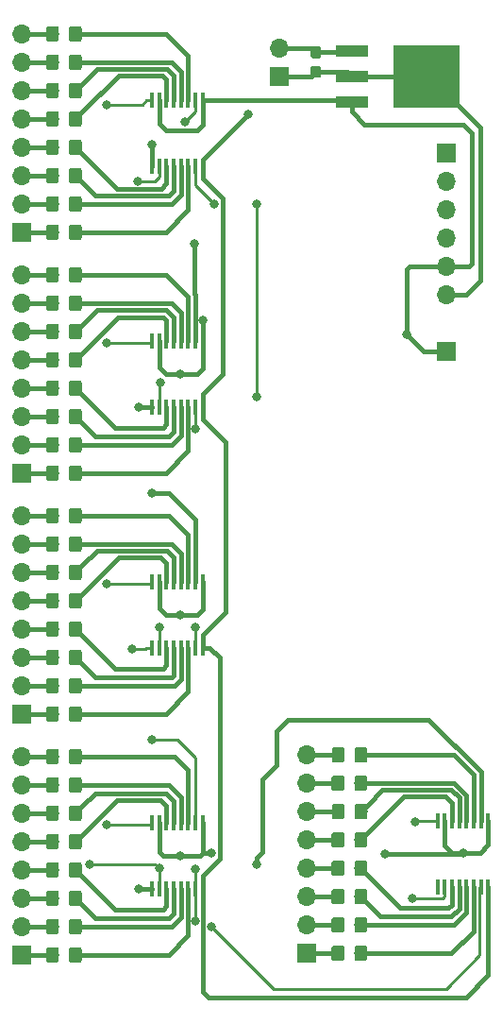
<source format=gbr>
G04 #@! TF.GenerationSoftware,KiCad,Pcbnew,5.0.2-bee76a0~70~ubuntu18.04.1*
G04 #@! TF.CreationDate,2019-01-09T10:49:10-06:00*
G04 #@! TF.ProjectId,giant,6769616e-742e-46b6-9963-61645f706362,rev?*
G04 #@! TF.SameCoordinates,Original*
G04 #@! TF.FileFunction,Copper,L1,Top*
G04 #@! TF.FilePolarity,Positive*
%FSLAX46Y46*%
G04 Gerber Fmt 4.6, Leading zero omitted, Abs format (unit mm)*
G04 Created by KiCad (PCBNEW 5.0.2-bee76a0~70~ubuntu18.04.1) date Wed 09 Jan 2019 10:49:10 AM CST*
%MOMM*%
%LPD*%
G01*
G04 APERTURE LIST*
G04 #@! TA.AperFunction,Conductor*
%ADD10C,0.100000*%
G04 #@! TD*
G04 #@! TA.AperFunction,SMDPad,CuDef*
%ADD11C,1.150000*%
G04 #@! TD*
G04 #@! TA.AperFunction,SMDPad,CuDef*
%ADD12R,0.450000X1.475000*%
G04 #@! TD*
G04 #@! TA.AperFunction,SMDPad,CuDef*
%ADD13R,2.850000X1.000000*%
G04 #@! TD*
G04 #@! TA.AperFunction,SMDPad,CuDef*
%ADD14R,5.950000X5.550000*%
G04 #@! TD*
G04 #@! TA.AperFunction,SMDPad,CuDef*
%ADD15C,0.950000*%
G04 #@! TD*
G04 #@! TA.AperFunction,ComponentPad*
%ADD16R,1.700000X1.700000*%
G04 #@! TD*
G04 #@! TA.AperFunction,ComponentPad*
%ADD17O,1.700000X1.700000*%
G04 #@! TD*
G04 #@! TA.AperFunction,ViaPad*
%ADD18C,0.800000*%
G04 #@! TD*
G04 #@! TA.AperFunction,Conductor*
%ADD19C,0.400000*%
G04 #@! TD*
G04 #@! TA.AperFunction,Conductor*
%ADD20C,0.250000*%
G04 #@! TD*
G04 APERTURE END LIST*
D10*
G04 #@! TO.N,Net-(LED3-Pad13)*
G04 #@! TO.C,R23*
G36*
X71224505Y-136461204D02*
X71248773Y-136464804D01*
X71272572Y-136470765D01*
X71295671Y-136479030D01*
X71317850Y-136489520D01*
X71338893Y-136502132D01*
X71358599Y-136516747D01*
X71376777Y-136533223D01*
X71393253Y-136551401D01*
X71407868Y-136571107D01*
X71420480Y-136592150D01*
X71430970Y-136614329D01*
X71439235Y-136637428D01*
X71445196Y-136661227D01*
X71448796Y-136685495D01*
X71450000Y-136709999D01*
X71450000Y-137610001D01*
X71448796Y-137634505D01*
X71445196Y-137658773D01*
X71439235Y-137682572D01*
X71430970Y-137705671D01*
X71420480Y-137727850D01*
X71407868Y-137748893D01*
X71393253Y-137768599D01*
X71376777Y-137786777D01*
X71358599Y-137803253D01*
X71338893Y-137817868D01*
X71317850Y-137830480D01*
X71295671Y-137840970D01*
X71272572Y-137849235D01*
X71248773Y-137855196D01*
X71224505Y-137858796D01*
X71200001Y-137860000D01*
X70549999Y-137860000D01*
X70525495Y-137858796D01*
X70501227Y-137855196D01*
X70477428Y-137849235D01*
X70454329Y-137840970D01*
X70432150Y-137830480D01*
X70411107Y-137817868D01*
X70391401Y-137803253D01*
X70373223Y-137786777D01*
X70356747Y-137768599D01*
X70342132Y-137748893D01*
X70329520Y-137727850D01*
X70319030Y-137705671D01*
X70310765Y-137682572D01*
X70304804Y-137658773D01*
X70301204Y-137634505D01*
X70300000Y-137610001D01*
X70300000Y-136709999D01*
X70301204Y-136685495D01*
X70304804Y-136661227D01*
X70310765Y-136637428D01*
X70319030Y-136614329D01*
X70329520Y-136592150D01*
X70342132Y-136571107D01*
X70356747Y-136551401D01*
X70373223Y-136533223D01*
X70391401Y-136516747D01*
X70411107Y-136502132D01*
X70432150Y-136489520D01*
X70454329Y-136479030D01*
X70477428Y-136470765D01*
X70501227Y-136464804D01*
X70525495Y-136461204D01*
X70549999Y-136460000D01*
X71200001Y-136460000D01*
X71224505Y-136461204D01*
X71224505Y-136461204D01*
G37*
D11*
G04 #@! TD*
G04 #@! TO.P,R23,2*
G04 #@! TO.N,Net-(LED3-Pad13)*
X70875000Y-137160000D03*
D10*
G04 #@! TO.N,Net-(R23-Pad1)*
G04 #@! TO.C,R23*
G36*
X69174505Y-136461204D02*
X69198773Y-136464804D01*
X69222572Y-136470765D01*
X69245671Y-136479030D01*
X69267850Y-136489520D01*
X69288893Y-136502132D01*
X69308599Y-136516747D01*
X69326777Y-136533223D01*
X69343253Y-136551401D01*
X69357868Y-136571107D01*
X69370480Y-136592150D01*
X69380970Y-136614329D01*
X69389235Y-136637428D01*
X69395196Y-136661227D01*
X69398796Y-136685495D01*
X69400000Y-136709999D01*
X69400000Y-137610001D01*
X69398796Y-137634505D01*
X69395196Y-137658773D01*
X69389235Y-137682572D01*
X69380970Y-137705671D01*
X69370480Y-137727850D01*
X69357868Y-137748893D01*
X69343253Y-137768599D01*
X69326777Y-137786777D01*
X69308599Y-137803253D01*
X69288893Y-137817868D01*
X69267850Y-137830480D01*
X69245671Y-137840970D01*
X69222572Y-137849235D01*
X69198773Y-137855196D01*
X69174505Y-137858796D01*
X69150001Y-137860000D01*
X68499999Y-137860000D01*
X68475495Y-137858796D01*
X68451227Y-137855196D01*
X68427428Y-137849235D01*
X68404329Y-137840970D01*
X68382150Y-137830480D01*
X68361107Y-137817868D01*
X68341401Y-137803253D01*
X68323223Y-137786777D01*
X68306747Y-137768599D01*
X68292132Y-137748893D01*
X68279520Y-137727850D01*
X68269030Y-137705671D01*
X68260765Y-137682572D01*
X68254804Y-137658773D01*
X68251204Y-137634505D01*
X68250000Y-137610001D01*
X68250000Y-136709999D01*
X68251204Y-136685495D01*
X68254804Y-136661227D01*
X68260765Y-136637428D01*
X68269030Y-136614329D01*
X68279520Y-136592150D01*
X68292132Y-136571107D01*
X68306747Y-136551401D01*
X68323223Y-136533223D01*
X68341401Y-136516747D01*
X68361107Y-136502132D01*
X68382150Y-136489520D01*
X68404329Y-136479030D01*
X68427428Y-136470765D01*
X68451227Y-136464804D01*
X68475495Y-136461204D01*
X68499999Y-136460000D01*
X69150001Y-136460000D01*
X69174505Y-136461204D01*
X69174505Y-136461204D01*
G37*
D11*
G04 #@! TD*
G04 #@! TO.P,R23,1*
G04 #@! TO.N,Net-(R23-Pad1)*
X68825000Y-137160000D03*
D10*
G04 #@! TO.N,Net-(LED5-Pad3)*
G04 #@! TO.C,R33*
G36*
X96851066Y-142671833D02*
X96875334Y-142675433D01*
X96899133Y-142681394D01*
X96922232Y-142689659D01*
X96944411Y-142700149D01*
X96965454Y-142712761D01*
X96985160Y-142727376D01*
X97003338Y-142743852D01*
X97019814Y-142762030D01*
X97034429Y-142781736D01*
X97047041Y-142802779D01*
X97057531Y-142824958D01*
X97065796Y-142848057D01*
X97071757Y-142871856D01*
X97075357Y-142896124D01*
X97076561Y-142920628D01*
X97076561Y-143820630D01*
X97075357Y-143845134D01*
X97071757Y-143869402D01*
X97065796Y-143893201D01*
X97057531Y-143916300D01*
X97047041Y-143938479D01*
X97034429Y-143959522D01*
X97019814Y-143979228D01*
X97003338Y-143997406D01*
X96985160Y-144013882D01*
X96965454Y-144028497D01*
X96944411Y-144041109D01*
X96922232Y-144051599D01*
X96899133Y-144059864D01*
X96875334Y-144065825D01*
X96851066Y-144069425D01*
X96826562Y-144070629D01*
X96176560Y-144070629D01*
X96152056Y-144069425D01*
X96127788Y-144065825D01*
X96103989Y-144059864D01*
X96080890Y-144051599D01*
X96058711Y-144041109D01*
X96037668Y-144028497D01*
X96017962Y-144013882D01*
X95999784Y-143997406D01*
X95983308Y-143979228D01*
X95968693Y-143959522D01*
X95956081Y-143938479D01*
X95945591Y-143916300D01*
X95937326Y-143893201D01*
X95931365Y-143869402D01*
X95927765Y-143845134D01*
X95926561Y-143820630D01*
X95926561Y-142920628D01*
X95927765Y-142896124D01*
X95931365Y-142871856D01*
X95937326Y-142848057D01*
X95945591Y-142824958D01*
X95956081Y-142802779D01*
X95968693Y-142781736D01*
X95983308Y-142762030D01*
X95999784Y-142743852D01*
X96017962Y-142727376D01*
X96037668Y-142712761D01*
X96058711Y-142700149D01*
X96080890Y-142689659D01*
X96103989Y-142681394D01*
X96127788Y-142675433D01*
X96152056Y-142671833D01*
X96176560Y-142670629D01*
X96826562Y-142670629D01*
X96851066Y-142671833D01*
X96851066Y-142671833D01*
G37*
D11*
G04 #@! TD*
G04 #@! TO.P,R33,2*
G04 #@! TO.N,Net-(LED5-Pad3)*
X96501561Y-143370629D03*
D10*
G04 #@! TO.N,Net-(R33-Pad1)*
G04 #@! TO.C,R33*
G36*
X94801066Y-142671833D02*
X94825334Y-142675433D01*
X94849133Y-142681394D01*
X94872232Y-142689659D01*
X94894411Y-142700149D01*
X94915454Y-142712761D01*
X94935160Y-142727376D01*
X94953338Y-142743852D01*
X94969814Y-142762030D01*
X94984429Y-142781736D01*
X94997041Y-142802779D01*
X95007531Y-142824958D01*
X95015796Y-142848057D01*
X95021757Y-142871856D01*
X95025357Y-142896124D01*
X95026561Y-142920628D01*
X95026561Y-143820630D01*
X95025357Y-143845134D01*
X95021757Y-143869402D01*
X95015796Y-143893201D01*
X95007531Y-143916300D01*
X94997041Y-143938479D01*
X94984429Y-143959522D01*
X94969814Y-143979228D01*
X94953338Y-143997406D01*
X94935160Y-144013882D01*
X94915454Y-144028497D01*
X94894411Y-144041109D01*
X94872232Y-144051599D01*
X94849133Y-144059864D01*
X94825334Y-144065825D01*
X94801066Y-144069425D01*
X94776562Y-144070629D01*
X94126560Y-144070629D01*
X94102056Y-144069425D01*
X94077788Y-144065825D01*
X94053989Y-144059864D01*
X94030890Y-144051599D01*
X94008711Y-144041109D01*
X93987668Y-144028497D01*
X93967962Y-144013882D01*
X93949784Y-143997406D01*
X93933308Y-143979228D01*
X93918693Y-143959522D01*
X93906081Y-143938479D01*
X93895591Y-143916300D01*
X93887326Y-143893201D01*
X93881365Y-143869402D01*
X93877765Y-143845134D01*
X93876561Y-143820630D01*
X93876561Y-142920628D01*
X93877765Y-142896124D01*
X93881365Y-142871856D01*
X93887326Y-142848057D01*
X93895591Y-142824958D01*
X93906081Y-142802779D01*
X93918693Y-142781736D01*
X93933308Y-142762030D01*
X93949784Y-142743852D01*
X93967962Y-142727376D01*
X93987668Y-142712761D01*
X94008711Y-142700149D01*
X94030890Y-142689659D01*
X94053989Y-142681394D01*
X94077788Y-142675433D01*
X94102056Y-142671833D01*
X94126560Y-142670629D01*
X94776562Y-142670629D01*
X94801066Y-142671833D01*
X94801066Y-142671833D01*
G37*
D11*
G04 #@! TD*
G04 #@! TO.P,R33,1*
G04 #@! TO.N,Net-(R33-Pad1)*
X94451561Y-143370629D03*
D10*
G04 #@! TO.N,Net-(LED4-Pad13)*
G04 #@! TO.C,R31*
G36*
X71224505Y-158051204D02*
X71248773Y-158054804D01*
X71272572Y-158060765D01*
X71295671Y-158069030D01*
X71317850Y-158079520D01*
X71338893Y-158092132D01*
X71358599Y-158106747D01*
X71376777Y-158123223D01*
X71393253Y-158141401D01*
X71407868Y-158161107D01*
X71420480Y-158182150D01*
X71430970Y-158204329D01*
X71439235Y-158227428D01*
X71445196Y-158251227D01*
X71448796Y-158275495D01*
X71450000Y-158299999D01*
X71450000Y-159200001D01*
X71448796Y-159224505D01*
X71445196Y-159248773D01*
X71439235Y-159272572D01*
X71430970Y-159295671D01*
X71420480Y-159317850D01*
X71407868Y-159338893D01*
X71393253Y-159358599D01*
X71376777Y-159376777D01*
X71358599Y-159393253D01*
X71338893Y-159407868D01*
X71317850Y-159420480D01*
X71295671Y-159430970D01*
X71272572Y-159439235D01*
X71248773Y-159445196D01*
X71224505Y-159448796D01*
X71200001Y-159450000D01*
X70549999Y-159450000D01*
X70525495Y-159448796D01*
X70501227Y-159445196D01*
X70477428Y-159439235D01*
X70454329Y-159430970D01*
X70432150Y-159420480D01*
X70411107Y-159407868D01*
X70391401Y-159393253D01*
X70373223Y-159376777D01*
X70356747Y-159358599D01*
X70342132Y-159338893D01*
X70329520Y-159317850D01*
X70319030Y-159295671D01*
X70310765Y-159272572D01*
X70304804Y-159248773D01*
X70301204Y-159224505D01*
X70300000Y-159200001D01*
X70300000Y-158299999D01*
X70301204Y-158275495D01*
X70304804Y-158251227D01*
X70310765Y-158227428D01*
X70319030Y-158204329D01*
X70329520Y-158182150D01*
X70342132Y-158161107D01*
X70356747Y-158141401D01*
X70373223Y-158123223D01*
X70391401Y-158106747D01*
X70411107Y-158092132D01*
X70432150Y-158079520D01*
X70454329Y-158069030D01*
X70477428Y-158060765D01*
X70501227Y-158054804D01*
X70525495Y-158051204D01*
X70549999Y-158050000D01*
X71200001Y-158050000D01*
X71224505Y-158051204D01*
X71224505Y-158051204D01*
G37*
D11*
G04 #@! TD*
G04 #@! TO.P,R31,2*
G04 #@! TO.N,Net-(LED4-Pad13)*
X70875000Y-158750000D03*
D10*
G04 #@! TO.N,Net-(R31-Pad1)*
G04 #@! TO.C,R31*
G36*
X69174505Y-158051204D02*
X69198773Y-158054804D01*
X69222572Y-158060765D01*
X69245671Y-158069030D01*
X69267850Y-158079520D01*
X69288893Y-158092132D01*
X69308599Y-158106747D01*
X69326777Y-158123223D01*
X69343253Y-158141401D01*
X69357868Y-158161107D01*
X69370480Y-158182150D01*
X69380970Y-158204329D01*
X69389235Y-158227428D01*
X69395196Y-158251227D01*
X69398796Y-158275495D01*
X69400000Y-158299999D01*
X69400000Y-159200001D01*
X69398796Y-159224505D01*
X69395196Y-159248773D01*
X69389235Y-159272572D01*
X69380970Y-159295671D01*
X69370480Y-159317850D01*
X69357868Y-159338893D01*
X69343253Y-159358599D01*
X69326777Y-159376777D01*
X69308599Y-159393253D01*
X69288893Y-159407868D01*
X69267850Y-159420480D01*
X69245671Y-159430970D01*
X69222572Y-159439235D01*
X69198773Y-159445196D01*
X69174505Y-159448796D01*
X69150001Y-159450000D01*
X68499999Y-159450000D01*
X68475495Y-159448796D01*
X68451227Y-159445196D01*
X68427428Y-159439235D01*
X68404329Y-159430970D01*
X68382150Y-159420480D01*
X68361107Y-159407868D01*
X68341401Y-159393253D01*
X68323223Y-159376777D01*
X68306747Y-159358599D01*
X68292132Y-159338893D01*
X68279520Y-159317850D01*
X68269030Y-159295671D01*
X68260765Y-159272572D01*
X68254804Y-159248773D01*
X68251204Y-159224505D01*
X68250000Y-159200001D01*
X68250000Y-158299999D01*
X68251204Y-158275495D01*
X68254804Y-158251227D01*
X68260765Y-158227428D01*
X68269030Y-158204329D01*
X68279520Y-158182150D01*
X68292132Y-158161107D01*
X68306747Y-158141401D01*
X68323223Y-158123223D01*
X68341401Y-158106747D01*
X68361107Y-158092132D01*
X68382150Y-158079520D01*
X68404329Y-158069030D01*
X68427428Y-158060765D01*
X68451227Y-158054804D01*
X68475495Y-158051204D01*
X68499999Y-158050000D01*
X69150001Y-158050000D01*
X69174505Y-158051204D01*
X69174505Y-158051204D01*
G37*
D11*
G04 #@! TD*
G04 #@! TO.P,R31,1*
G04 #@! TO.N,Net-(R31-Pad1)*
X68825000Y-158750000D03*
D10*
G04 #@! TO.N,Net-(LED4-Pad12)*
G04 #@! TO.C,R30*
G36*
X71224505Y-155511204D02*
X71248773Y-155514804D01*
X71272572Y-155520765D01*
X71295671Y-155529030D01*
X71317850Y-155539520D01*
X71338893Y-155552132D01*
X71358599Y-155566747D01*
X71376777Y-155583223D01*
X71393253Y-155601401D01*
X71407868Y-155621107D01*
X71420480Y-155642150D01*
X71430970Y-155664329D01*
X71439235Y-155687428D01*
X71445196Y-155711227D01*
X71448796Y-155735495D01*
X71450000Y-155759999D01*
X71450000Y-156660001D01*
X71448796Y-156684505D01*
X71445196Y-156708773D01*
X71439235Y-156732572D01*
X71430970Y-156755671D01*
X71420480Y-156777850D01*
X71407868Y-156798893D01*
X71393253Y-156818599D01*
X71376777Y-156836777D01*
X71358599Y-156853253D01*
X71338893Y-156867868D01*
X71317850Y-156880480D01*
X71295671Y-156890970D01*
X71272572Y-156899235D01*
X71248773Y-156905196D01*
X71224505Y-156908796D01*
X71200001Y-156910000D01*
X70549999Y-156910000D01*
X70525495Y-156908796D01*
X70501227Y-156905196D01*
X70477428Y-156899235D01*
X70454329Y-156890970D01*
X70432150Y-156880480D01*
X70411107Y-156867868D01*
X70391401Y-156853253D01*
X70373223Y-156836777D01*
X70356747Y-156818599D01*
X70342132Y-156798893D01*
X70329520Y-156777850D01*
X70319030Y-156755671D01*
X70310765Y-156732572D01*
X70304804Y-156708773D01*
X70301204Y-156684505D01*
X70300000Y-156660001D01*
X70300000Y-155759999D01*
X70301204Y-155735495D01*
X70304804Y-155711227D01*
X70310765Y-155687428D01*
X70319030Y-155664329D01*
X70329520Y-155642150D01*
X70342132Y-155621107D01*
X70356747Y-155601401D01*
X70373223Y-155583223D01*
X70391401Y-155566747D01*
X70411107Y-155552132D01*
X70432150Y-155539520D01*
X70454329Y-155529030D01*
X70477428Y-155520765D01*
X70501227Y-155514804D01*
X70525495Y-155511204D01*
X70549999Y-155510000D01*
X71200001Y-155510000D01*
X71224505Y-155511204D01*
X71224505Y-155511204D01*
G37*
D11*
G04 #@! TD*
G04 #@! TO.P,R30,2*
G04 #@! TO.N,Net-(LED4-Pad12)*
X70875000Y-156210000D03*
D10*
G04 #@! TO.N,Net-(R30-Pad1)*
G04 #@! TO.C,R30*
G36*
X69174505Y-155511204D02*
X69198773Y-155514804D01*
X69222572Y-155520765D01*
X69245671Y-155529030D01*
X69267850Y-155539520D01*
X69288893Y-155552132D01*
X69308599Y-155566747D01*
X69326777Y-155583223D01*
X69343253Y-155601401D01*
X69357868Y-155621107D01*
X69370480Y-155642150D01*
X69380970Y-155664329D01*
X69389235Y-155687428D01*
X69395196Y-155711227D01*
X69398796Y-155735495D01*
X69400000Y-155759999D01*
X69400000Y-156660001D01*
X69398796Y-156684505D01*
X69395196Y-156708773D01*
X69389235Y-156732572D01*
X69380970Y-156755671D01*
X69370480Y-156777850D01*
X69357868Y-156798893D01*
X69343253Y-156818599D01*
X69326777Y-156836777D01*
X69308599Y-156853253D01*
X69288893Y-156867868D01*
X69267850Y-156880480D01*
X69245671Y-156890970D01*
X69222572Y-156899235D01*
X69198773Y-156905196D01*
X69174505Y-156908796D01*
X69150001Y-156910000D01*
X68499999Y-156910000D01*
X68475495Y-156908796D01*
X68451227Y-156905196D01*
X68427428Y-156899235D01*
X68404329Y-156890970D01*
X68382150Y-156880480D01*
X68361107Y-156867868D01*
X68341401Y-156853253D01*
X68323223Y-156836777D01*
X68306747Y-156818599D01*
X68292132Y-156798893D01*
X68279520Y-156777850D01*
X68269030Y-156755671D01*
X68260765Y-156732572D01*
X68254804Y-156708773D01*
X68251204Y-156684505D01*
X68250000Y-156660001D01*
X68250000Y-155759999D01*
X68251204Y-155735495D01*
X68254804Y-155711227D01*
X68260765Y-155687428D01*
X68269030Y-155664329D01*
X68279520Y-155642150D01*
X68292132Y-155621107D01*
X68306747Y-155601401D01*
X68323223Y-155583223D01*
X68341401Y-155566747D01*
X68361107Y-155552132D01*
X68382150Y-155539520D01*
X68404329Y-155529030D01*
X68427428Y-155520765D01*
X68451227Y-155514804D01*
X68475495Y-155511204D01*
X68499999Y-155510000D01*
X69150001Y-155510000D01*
X69174505Y-155511204D01*
X69174505Y-155511204D01*
G37*
D11*
G04 #@! TD*
G04 #@! TO.P,R30,1*
G04 #@! TO.N,Net-(R30-Pad1)*
X68825000Y-156210000D03*
D10*
G04 #@! TO.N,Net-(LED4-Pad11)*
G04 #@! TO.C,R29*
G36*
X71224505Y-152971204D02*
X71248773Y-152974804D01*
X71272572Y-152980765D01*
X71295671Y-152989030D01*
X71317850Y-152999520D01*
X71338893Y-153012132D01*
X71358599Y-153026747D01*
X71376777Y-153043223D01*
X71393253Y-153061401D01*
X71407868Y-153081107D01*
X71420480Y-153102150D01*
X71430970Y-153124329D01*
X71439235Y-153147428D01*
X71445196Y-153171227D01*
X71448796Y-153195495D01*
X71450000Y-153219999D01*
X71450000Y-154120001D01*
X71448796Y-154144505D01*
X71445196Y-154168773D01*
X71439235Y-154192572D01*
X71430970Y-154215671D01*
X71420480Y-154237850D01*
X71407868Y-154258893D01*
X71393253Y-154278599D01*
X71376777Y-154296777D01*
X71358599Y-154313253D01*
X71338893Y-154327868D01*
X71317850Y-154340480D01*
X71295671Y-154350970D01*
X71272572Y-154359235D01*
X71248773Y-154365196D01*
X71224505Y-154368796D01*
X71200001Y-154370000D01*
X70549999Y-154370000D01*
X70525495Y-154368796D01*
X70501227Y-154365196D01*
X70477428Y-154359235D01*
X70454329Y-154350970D01*
X70432150Y-154340480D01*
X70411107Y-154327868D01*
X70391401Y-154313253D01*
X70373223Y-154296777D01*
X70356747Y-154278599D01*
X70342132Y-154258893D01*
X70329520Y-154237850D01*
X70319030Y-154215671D01*
X70310765Y-154192572D01*
X70304804Y-154168773D01*
X70301204Y-154144505D01*
X70300000Y-154120001D01*
X70300000Y-153219999D01*
X70301204Y-153195495D01*
X70304804Y-153171227D01*
X70310765Y-153147428D01*
X70319030Y-153124329D01*
X70329520Y-153102150D01*
X70342132Y-153081107D01*
X70356747Y-153061401D01*
X70373223Y-153043223D01*
X70391401Y-153026747D01*
X70411107Y-153012132D01*
X70432150Y-152999520D01*
X70454329Y-152989030D01*
X70477428Y-152980765D01*
X70501227Y-152974804D01*
X70525495Y-152971204D01*
X70549999Y-152970000D01*
X71200001Y-152970000D01*
X71224505Y-152971204D01*
X71224505Y-152971204D01*
G37*
D11*
G04 #@! TD*
G04 #@! TO.P,R29,2*
G04 #@! TO.N,Net-(LED4-Pad11)*
X70875000Y-153670000D03*
D10*
G04 #@! TO.N,Net-(R29-Pad1)*
G04 #@! TO.C,R29*
G36*
X69174505Y-152971204D02*
X69198773Y-152974804D01*
X69222572Y-152980765D01*
X69245671Y-152989030D01*
X69267850Y-152999520D01*
X69288893Y-153012132D01*
X69308599Y-153026747D01*
X69326777Y-153043223D01*
X69343253Y-153061401D01*
X69357868Y-153081107D01*
X69370480Y-153102150D01*
X69380970Y-153124329D01*
X69389235Y-153147428D01*
X69395196Y-153171227D01*
X69398796Y-153195495D01*
X69400000Y-153219999D01*
X69400000Y-154120001D01*
X69398796Y-154144505D01*
X69395196Y-154168773D01*
X69389235Y-154192572D01*
X69380970Y-154215671D01*
X69370480Y-154237850D01*
X69357868Y-154258893D01*
X69343253Y-154278599D01*
X69326777Y-154296777D01*
X69308599Y-154313253D01*
X69288893Y-154327868D01*
X69267850Y-154340480D01*
X69245671Y-154350970D01*
X69222572Y-154359235D01*
X69198773Y-154365196D01*
X69174505Y-154368796D01*
X69150001Y-154370000D01*
X68499999Y-154370000D01*
X68475495Y-154368796D01*
X68451227Y-154365196D01*
X68427428Y-154359235D01*
X68404329Y-154350970D01*
X68382150Y-154340480D01*
X68361107Y-154327868D01*
X68341401Y-154313253D01*
X68323223Y-154296777D01*
X68306747Y-154278599D01*
X68292132Y-154258893D01*
X68279520Y-154237850D01*
X68269030Y-154215671D01*
X68260765Y-154192572D01*
X68254804Y-154168773D01*
X68251204Y-154144505D01*
X68250000Y-154120001D01*
X68250000Y-153219999D01*
X68251204Y-153195495D01*
X68254804Y-153171227D01*
X68260765Y-153147428D01*
X68269030Y-153124329D01*
X68279520Y-153102150D01*
X68292132Y-153081107D01*
X68306747Y-153061401D01*
X68323223Y-153043223D01*
X68341401Y-153026747D01*
X68361107Y-153012132D01*
X68382150Y-152999520D01*
X68404329Y-152989030D01*
X68427428Y-152980765D01*
X68451227Y-152974804D01*
X68475495Y-152971204D01*
X68499999Y-152970000D01*
X69150001Y-152970000D01*
X69174505Y-152971204D01*
X69174505Y-152971204D01*
G37*
D11*
G04 #@! TD*
G04 #@! TO.P,R29,1*
G04 #@! TO.N,Net-(R29-Pad1)*
X68825000Y-153670000D03*
D10*
G04 #@! TO.N,Net-(LED4-Pad6)*
G04 #@! TO.C,R28*
G36*
X71224505Y-150431204D02*
X71248773Y-150434804D01*
X71272572Y-150440765D01*
X71295671Y-150449030D01*
X71317850Y-150459520D01*
X71338893Y-150472132D01*
X71358599Y-150486747D01*
X71376777Y-150503223D01*
X71393253Y-150521401D01*
X71407868Y-150541107D01*
X71420480Y-150562150D01*
X71430970Y-150584329D01*
X71439235Y-150607428D01*
X71445196Y-150631227D01*
X71448796Y-150655495D01*
X71450000Y-150679999D01*
X71450000Y-151580001D01*
X71448796Y-151604505D01*
X71445196Y-151628773D01*
X71439235Y-151652572D01*
X71430970Y-151675671D01*
X71420480Y-151697850D01*
X71407868Y-151718893D01*
X71393253Y-151738599D01*
X71376777Y-151756777D01*
X71358599Y-151773253D01*
X71338893Y-151787868D01*
X71317850Y-151800480D01*
X71295671Y-151810970D01*
X71272572Y-151819235D01*
X71248773Y-151825196D01*
X71224505Y-151828796D01*
X71200001Y-151830000D01*
X70549999Y-151830000D01*
X70525495Y-151828796D01*
X70501227Y-151825196D01*
X70477428Y-151819235D01*
X70454329Y-151810970D01*
X70432150Y-151800480D01*
X70411107Y-151787868D01*
X70391401Y-151773253D01*
X70373223Y-151756777D01*
X70356747Y-151738599D01*
X70342132Y-151718893D01*
X70329520Y-151697850D01*
X70319030Y-151675671D01*
X70310765Y-151652572D01*
X70304804Y-151628773D01*
X70301204Y-151604505D01*
X70300000Y-151580001D01*
X70300000Y-150679999D01*
X70301204Y-150655495D01*
X70304804Y-150631227D01*
X70310765Y-150607428D01*
X70319030Y-150584329D01*
X70329520Y-150562150D01*
X70342132Y-150541107D01*
X70356747Y-150521401D01*
X70373223Y-150503223D01*
X70391401Y-150486747D01*
X70411107Y-150472132D01*
X70432150Y-150459520D01*
X70454329Y-150449030D01*
X70477428Y-150440765D01*
X70501227Y-150434804D01*
X70525495Y-150431204D01*
X70549999Y-150430000D01*
X71200001Y-150430000D01*
X71224505Y-150431204D01*
X71224505Y-150431204D01*
G37*
D11*
G04 #@! TD*
G04 #@! TO.P,R28,2*
G04 #@! TO.N,Net-(LED4-Pad6)*
X70875000Y-151130000D03*
D10*
G04 #@! TO.N,Net-(R28-Pad1)*
G04 #@! TO.C,R28*
G36*
X69174505Y-150431204D02*
X69198773Y-150434804D01*
X69222572Y-150440765D01*
X69245671Y-150449030D01*
X69267850Y-150459520D01*
X69288893Y-150472132D01*
X69308599Y-150486747D01*
X69326777Y-150503223D01*
X69343253Y-150521401D01*
X69357868Y-150541107D01*
X69370480Y-150562150D01*
X69380970Y-150584329D01*
X69389235Y-150607428D01*
X69395196Y-150631227D01*
X69398796Y-150655495D01*
X69400000Y-150679999D01*
X69400000Y-151580001D01*
X69398796Y-151604505D01*
X69395196Y-151628773D01*
X69389235Y-151652572D01*
X69380970Y-151675671D01*
X69370480Y-151697850D01*
X69357868Y-151718893D01*
X69343253Y-151738599D01*
X69326777Y-151756777D01*
X69308599Y-151773253D01*
X69288893Y-151787868D01*
X69267850Y-151800480D01*
X69245671Y-151810970D01*
X69222572Y-151819235D01*
X69198773Y-151825196D01*
X69174505Y-151828796D01*
X69150001Y-151830000D01*
X68499999Y-151830000D01*
X68475495Y-151828796D01*
X68451227Y-151825196D01*
X68427428Y-151819235D01*
X68404329Y-151810970D01*
X68382150Y-151800480D01*
X68361107Y-151787868D01*
X68341401Y-151773253D01*
X68323223Y-151756777D01*
X68306747Y-151738599D01*
X68292132Y-151718893D01*
X68279520Y-151697850D01*
X68269030Y-151675671D01*
X68260765Y-151652572D01*
X68254804Y-151628773D01*
X68251204Y-151604505D01*
X68250000Y-151580001D01*
X68250000Y-150679999D01*
X68251204Y-150655495D01*
X68254804Y-150631227D01*
X68260765Y-150607428D01*
X68269030Y-150584329D01*
X68279520Y-150562150D01*
X68292132Y-150541107D01*
X68306747Y-150521401D01*
X68323223Y-150503223D01*
X68341401Y-150486747D01*
X68361107Y-150472132D01*
X68382150Y-150459520D01*
X68404329Y-150449030D01*
X68427428Y-150440765D01*
X68451227Y-150434804D01*
X68475495Y-150431204D01*
X68499999Y-150430000D01*
X69150001Y-150430000D01*
X69174505Y-150431204D01*
X69174505Y-150431204D01*
G37*
D11*
G04 #@! TD*
G04 #@! TO.P,R28,1*
G04 #@! TO.N,Net-(R28-Pad1)*
X68825000Y-151130000D03*
D10*
G04 #@! TO.N,Net-(LED4-Pad5)*
G04 #@! TO.C,R27*
G36*
X71224505Y-147891204D02*
X71248773Y-147894804D01*
X71272572Y-147900765D01*
X71295671Y-147909030D01*
X71317850Y-147919520D01*
X71338893Y-147932132D01*
X71358599Y-147946747D01*
X71376777Y-147963223D01*
X71393253Y-147981401D01*
X71407868Y-148001107D01*
X71420480Y-148022150D01*
X71430970Y-148044329D01*
X71439235Y-148067428D01*
X71445196Y-148091227D01*
X71448796Y-148115495D01*
X71450000Y-148139999D01*
X71450000Y-149040001D01*
X71448796Y-149064505D01*
X71445196Y-149088773D01*
X71439235Y-149112572D01*
X71430970Y-149135671D01*
X71420480Y-149157850D01*
X71407868Y-149178893D01*
X71393253Y-149198599D01*
X71376777Y-149216777D01*
X71358599Y-149233253D01*
X71338893Y-149247868D01*
X71317850Y-149260480D01*
X71295671Y-149270970D01*
X71272572Y-149279235D01*
X71248773Y-149285196D01*
X71224505Y-149288796D01*
X71200001Y-149290000D01*
X70549999Y-149290000D01*
X70525495Y-149288796D01*
X70501227Y-149285196D01*
X70477428Y-149279235D01*
X70454329Y-149270970D01*
X70432150Y-149260480D01*
X70411107Y-149247868D01*
X70391401Y-149233253D01*
X70373223Y-149216777D01*
X70356747Y-149198599D01*
X70342132Y-149178893D01*
X70329520Y-149157850D01*
X70319030Y-149135671D01*
X70310765Y-149112572D01*
X70304804Y-149088773D01*
X70301204Y-149064505D01*
X70300000Y-149040001D01*
X70300000Y-148139999D01*
X70301204Y-148115495D01*
X70304804Y-148091227D01*
X70310765Y-148067428D01*
X70319030Y-148044329D01*
X70329520Y-148022150D01*
X70342132Y-148001107D01*
X70356747Y-147981401D01*
X70373223Y-147963223D01*
X70391401Y-147946747D01*
X70411107Y-147932132D01*
X70432150Y-147919520D01*
X70454329Y-147909030D01*
X70477428Y-147900765D01*
X70501227Y-147894804D01*
X70525495Y-147891204D01*
X70549999Y-147890000D01*
X71200001Y-147890000D01*
X71224505Y-147891204D01*
X71224505Y-147891204D01*
G37*
D11*
G04 #@! TD*
G04 #@! TO.P,R27,2*
G04 #@! TO.N,Net-(LED4-Pad5)*
X70875000Y-148590000D03*
D10*
G04 #@! TO.N,Net-(R27-Pad1)*
G04 #@! TO.C,R27*
G36*
X69174505Y-147891204D02*
X69198773Y-147894804D01*
X69222572Y-147900765D01*
X69245671Y-147909030D01*
X69267850Y-147919520D01*
X69288893Y-147932132D01*
X69308599Y-147946747D01*
X69326777Y-147963223D01*
X69343253Y-147981401D01*
X69357868Y-148001107D01*
X69370480Y-148022150D01*
X69380970Y-148044329D01*
X69389235Y-148067428D01*
X69395196Y-148091227D01*
X69398796Y-148115495D01*
X69400000Y-148139999D01*
X69400000Y-149040001D01*
X69398796Y-149064505D01*
X69395196Y-149088773D01*
X69389235Y-149112572D01*
X69380970Y-149135671D01*
X69370480Y-149157850D01*
X69357868Y-149178893D01*
X69343253Y-149198599D01*
X69326777Y-149216777D01*
X69308599Y-149233253D01*
X69288893Y-149247868D01*
X69267850Y-149260480D01*
X69245671Y-149270970D01*
X69222572Y-149279235D01*
X69198773Y-149285196D01*
X69174505Y-149288796D01*
X69150001Y-149290000D01*
X68499999Y-149290000D01*
X68475495Y-149288796D01*
X68451227Y-149285196D01*
X68427428Y-149279235D01*
X68404329Y-149270970D01*
X68382150Y-149260480D01*
X68361107Y-149247868D01*
X68341401Y-149233253D01*
X68323223Y-149216777D01*
X68306747Y-149198599D01*
X68292132Y-149178893D01*
X68279520Y-149157850D01*
X68269030Y-149135671D01*
X68260765Y-149112572D01*
X68254804Y-149088773D01*
X68251204Y-149064505D01*
X68250000Y-149040001D01*
X68250000Y-148139999D01*
X68251204Y-148115495D01*
X68254804Y-148091227D01*
X68260765Y-148067428D01*
X68269030Y-148044329D01*
X68279520Y-148022150D01*
X68292132Y-148001107D01*
X68306747Y-147981401D01*
X68323223Y-147963223D01*
X68341401Y-147946747D01*
X68361107Y-147932132D01*
X68382150Y-147919520D01*
X68404329Y-147909030D01*
X68427428Y-147900765D01*
X68451227Y-147894804D01*
X68475495Y-147891204D01*
X68499999Y-147890000D01*
X69150001Y-147890000D01*
X69174505Y-147891204D01*
X69174505Y-147891204D01*
G37*
D11*
G04 #@! TD*
G04 #@! TO.P,R27,1*
G04 #@! TO.N,Net-(R27-Pad1)*
X68825000Y-148590000D03*
D10*
G04 #@! TO.N,Net-(LED4-Pad4)*
G04 #@! TO.C,R26*
G36*
X71224505Y-145351204D02*
X71248773Y-145354804D01*
X71272572Y-145360765D01*
X71295671Y-145369030D01*
X71317850Y-145379520D01*
X71338893Y-145392132D01*
X71358599Y-145406747D01*
X71376777Y-145423223D01*
X71393253Y-145441401D01*
X71407868Y-145461107D01*
X71420480Y-145482150D01*
X71430970Y-145504329D01*
X71439235Y-145527428D01*
X71445196Y-145551227D01*
X71448796Y-145575495D01*
X71450000Y-145599999D01*
X71450000Y-146500001D01*
X71448796Y-146524505D01*
X71445196Y-146548773D01*
X71439235Y-146572572D01*
X71430970Y-146595671D01*
X71420480Y-146617850D01*
X71407868Y-146638893D01*
X71393253Y-146658599D01*
X71376777Y-146676777D01*
X71358599Y-146693253D01*
X71338893Y-146707868D01*
X71317850Y-146720480D01*
X71295671Y-146730970D01*
X71272572Y-146739235D01*
X71248773Y-146745196D01*
X71224505Y-146748796D01*
X71200001Y-146750000D01*
X70549999Y-146750000D01*
X70525495Y-146748796D01*
X70501227Y-146745196D01*
X70477428Y-146739235D01*
X70454329Y-146730970D01*
X70432150Y-146720480D01*
X70411107Y-146707868D01*
X70391401Y-146693253D01*
X70373223Y-146676777D01*
X70356747Y-146658599D01*
X70342132Y-146638893D01*
X70329520Y-146617850D01*
X70319030Y-146595671D01*
X70310765Y-146572572D01*
X70304804Y-146548773D01*
X70301204Y-146524505D01*
X70300000Y-146500001D01*
X70300000Y-145599999D01*
X70301204Y-145575495D01*
X70304804Y-145551227D01*
X70310765Y-145527428D01*
X70319030Y-145504329D01*
X70329520Y-145482150D01*
X70342132Y-145461107D01*
X70356747Y-145441401D01*
X70373223Y-145423223D01*
X70391401Y-145406747D01*
X70411107Y-145392132D01*
X70432150Y-145379520D01*
X70454329Y-145369030D01*
X70477428Y-145360765D01*
X70501227Y-145354804D01*
X70525495Y-145351204D01*
X70549999Y-145350000D01*
X71200001Y-145350000D01*
X71224505Y-145351204D01*
X71224505Y-145351204D01*
G37*
D11*
G04 #@! TD*
G04 #@! TO.P,R26,2*
G04 #@! TO.N,Net-(LED4-Pad4)*
X70875000Y-146050000D03*
D10*
G04 #@! TO.N,Net-(R26-Pad1)*
G04 #@! TO.C,R26*
G36*
X69174505Y-145351204D02*
X69198773Y-145354804D01*
X69222572Y-145360765D01*
X69245671Y-145369030D01*
X69267850Y-145379520D01*
X69288893Y-145392132D01*
X69308599Y-145406747D01*
X69326777Y-145423223D01*
X69343253Y-145441401D01*
X69357868Y-145461107D01*
X69370480Y-145482150D01*
X69380970Y-145504329D01*
X69389235Y-145527428D01*
X69395196Y-145551227D01*
X69398796Y-145575495D01*
X69400000Y-145599999D01*
X69400000Y-146500001D01*
X69398796Y-146524505D01*
X69395196Y-146548773D01*
X69389235Y-146572572D01*
X69380970Y-146595671D01*
X69370480Y-146617850D01*
X69357868Y-146638893D01*
X69343253Y-146658599D01*
X69326777Y-146676777D01*
X69308599Y-146693253D01*
X69288893Y-146707868D01*
X69267850Y-146720480D01*
X69245671Y-146730970D01*
X69222572Y-146739235D01*
X69198773Y-146745196D01*
X69174505Y-146748796D01*
X69150001Y-146750000D01*
X68499999Y-146750000D01*
X68475495Y-146748796D01*
X68451227Y-146745196D01*
X68427428Y-146739235D01*
X68404329Y-146730970D01*
X68382150Y-146720480D01*
X68361107Y-146707868D01*
X68341401Y-146693253D01*
X68323223Y-146676777D01*
X68306747Y-146658599D01*
X68292132Y-146638893D01*
X68279520Y-146617850D01*
X68269030Y-146595671D01*
X68260765Y-146572572D01*
X68254804Y-146548773D01*
X68251204Y-146524505D01*
X68250000Y-146500001D01*
X68250000Y-145599999D01*
X68251204Y-145575495D01*
X68254804Y-145551227D01*
X68260765Y-145527428D01*
X68269030Y-145504329D01*
X68279520Y-145482150D01*
X68292132Y-145461107D01*
X68306747Y-145441401D01*
X68323223Y-145423223D01*
X68341401Y-145406747D01*
X68361107Y-145392132D01*
X68382150Y-145379520D01*
X68404329Y-145369030D01*
X68427428Y-145360765D01*
X68451227Y-145354804D01*
X68475495Y-145351204D01*
X68499999Y-145350000D01*
X69150001Y-145350000D01*
X69174505Y-145351204D01*
X69174505Y-145351204D01*
G37*
D11*
G04 #@! TD*
G04 #@! TO.P,R26,1*
G04 #@! TO.N,Net-(R26-Pad1)*
X68825000Y-146050000D03*
D10*
G04 #@! TO.N,Net-(LED2-Pad11)*
G04 #@! TO.C,R13*
G36*
X71224505Y-109791204D02*
X71248773Y-109794804D01*
X71272572Y-109800765D01*
X71295671Y-109809030D01*
X71317850Y-109819520D01*
X71338893Y-109832132D01*
X71358599Y-109846747D01*
X71376777Y-109863223D01*
X71393253Y-109881401D01*
X71407868Y-109901107D01*
X71420480Y-109922150D01*
X71430970Y-109944329D01*
X71439235Y-109967428D01*
X71445196Y-109991227D01*
X71448796Y-110015495D01*
X71450000Y-110039999D01*
X71450000Y-110940001D01*
X71448796Y-110964505D01*
X71445196Y-110988773D01*
X71439235Y-111012572D01*
X71430970Y-111035671D01*
X71420480Y-111057850D01*
X71407868Y-111078893D01*
X71393253Y-111098599D01*
X71376777Y-111116777D01*
X71358599Y-111133253D01*
X71338893Y-111147868D01*
X71317850Y-111160480D01*
X71295671Y-111170970D01*
X71272572Y-111179235D01*
X71248773Y-111185196D01*
X71224505Y-111188796D01*
X71200001Y-111190000D01*
X70549999Y-111190000D01*
X70525495Y-111188796D01*
X70501227Y-111185196D01*
X70477428Y-111179235D01*
X70454329Y-111170970D01*
X70432150Y-111160480D01*
X70411107Y-111147868D01*
X70391401Y-111133253D01*
X70373223Y-111116777D01*
X70356747Y-111098599D01*
X70342132Y-111078893D01*
X70329520Y-111057850D01*
X70319030Y-111035671D01*
X70310765Y-111012572D01*
X70304804Y-110988773D01*
X70301204Y-110964505D01*
X70300000Y-110940001D01*
X70300000Y-110039999D01*
X70301204Y-110015495D01*
X70304804Y-109991227D01*
X70310765Y-109967428D01*
X70319030Y-109944329D01*
X70329520Y-109922150D01*
X70342132Y-109901107D01*
X70356747Y-109881401D01*
X70373223Y-109863223D01*
X70391401Y-109846747D01*
X70411107Y-109832132D01*
X70432150Y-109819520D01*
X70454329Y-109809030D01*
X70477428Y-109800765D01*
X70501227Y-109794804D01*
X70525495Y-109791204D01*
X70549999Y-109790000D01*
X71200001Y-109790000D01*
X71224505Y-109791204D01*
X71224505Y-109791204D01*
G37*
D11*
G04 #@! TD*
G04 #@! TO.P,R13,2*
G04 #@! TO.N,Net-(LED2-Pad11)*
X70875000Y-110490000D03*
D10*
G04 #@! TO.N,Net-(R13-Pad1)*
G04 #@! TO.C,R13*
G36*
X69174505Y-109791204D02*
X69198773Y-109794804D01*
X69222572Y-109800765D01*
X69245671Y-109809030D01*
X69267850Y-109819520D01*
X69288893Y-109832132D01*
X69308599Y-109846747D01*
X69326777Y-109863223D01*
X69343253Y-109881401D01*
X69357868Y-109901107D01*
X69370480Y-109922150D01*
X69380970Y-109944329D01*
X69389235Y-109967428D01*
X69395196Y-109991227D01*
X69398796Y-110015495D01*
X69400000Y-110039999D01*
X69400000Y-110940001D01*
X69398796Y-110964505D01*
X69395196Y-110988773D01*
X69389235Y-111012572D01*
X69380970Y-111035671D01*
X69370480Y-111057850D01*
X69357868Y-111078893D01*
X69343253Y-111098599D01*
X69326777Y-111116777D01*
X69308599Y-111133253D01*
X69288893Y-111147868D01*
X69267850Y-111160480D01*
X69245671Y-111170970D01*
X69222572Y-111179235D01*
X69198773Y-111185196D01*
X69174505Y-111188796D01*
X69150001Y-111190000D01*
X68499999Y-111190000D01*
X68475495Y-111188796D01*
X68451227Y-111185196D01*
X68427428Y-111179235D01*
X68404329Y-111170970D01*
X68382150Y-111160480D01*
X68361107Y-111147868D01*
X68341401Y-111133253D01*
X68323223Y-111116777D01*
X68306747Y-111098599D01*
X68292132Y-111078893D01*
X68279520Y-111057850D01*
X68269030Y-111035671D01*
X68260765Y-111012572D01*
X68254804Y-110988773D01*
X68251204Y-110964505D01*
X68250000Y-110940001D01*
X68250000Y-110039999D01*
X68251204Y-110015495D01*
X68254804Y-109991227D01*
X68260765Y-109967428D01*
X68269030Y-109944329D01*
X68279520Y-109922150D01*
X68292132Y-109901107D01*
X68306747Y-109881401D01*
X68323223Y-109863223D01*
X68341401Y-109846747D01*
X68361107Y-109832132D01*
X68382150Y-109819520D01*
X68404329Y-109809030D01*
X68427428Y-109800765D01*
X68451227Y-109794804D01*
X68475495Y-109791204D01*
X68499999Y-109790000D01*
X69150001Y-109790000D01*
X69174505Y-109791204D01*
X69174505Y-109791204D01*
G37*
D11*
G04 #@! TD*
G04 #@! TO.P,R13,1*
G04 #@! TO.N,Net-(R13-Pad1)*
X68825000Y-110490000D03*
D10*
G04 #@! TO.N,Net-(LED3-Pad14)*
G04 #@! TO.C,R24*
G36*
X71224505Y-139001204D02*
X71248773Y-139004804D01*
X71272572Y-139010765D01*
X71295671Y-139019030D01*
X71317850Y-139029520D01*
X71338893Y-139042132D01*
X71358599Y-139056747D01*
X71376777Y-139073223D01*
X71393253Y-139091401D01*
X71407868Y-139111107D01*
X71420480Y-139132150D01*
X71430970Y-139154329D01*
X71439235Y-139177428D01*
X71445196Y-139201227D01*
X71448796Y-139225495D01*
X71450000Y-139249999D01*
X71450000Y-140150001D01*
X71448796Y-140174505D01*
X71445196Y-140198773D01*
X71439235Y-140222572D01*
X71430970Y-140245671D01*
X71420480Y-140267850D01*
X71407868Y-140288893D01*
X71393253Y-140308599D01*
X71376777Y-140326777D01*
X71358599Y-140343253D01*
X71338893Y-140357868D01*
X71317850Y-140370480D01*
X71295671Y-140380970D01*
X71272572Y-140389235D01*
X71248773Y-140395196D01*
X71224505Y-140398796D01*
X71200001Y-140400000D01*
X70549999Y-140400000D01*
X70525495Y-140398796D01*
X70501227Y-140395196D01*
X70477428Y-140389235D01*
X70454329Y-140380970D01*
X70432150Y-140370480D01*
X70411107Y-140357868D01*
X70391401Y-140343253D01*
X70373223Y-140326777D01*
X70356747Y-140308599D01*
X70342132Y-140288893D01*
X70329520Y-140267850D01*
X70319030Y-140245671D01*
X70310765Y-140222572D01*
X70304804Y-140198773D01*
X70301204Y-140174505D01*
X70300000Y-140150001D01*
X70300000Y-139249999D01*
X70301204Y-139225495D01*
X70304804Y-139201227D01*
X70310765Y-139177428D01*
X70319030Y-139154329D01*
X70329520Y-139132150D01*
X70342132Y-139111107D01*
X70356747Y-139091401D01*
X70373223Y-139073223D01*
X70391401Y-139056747D01*
X70411107Y-139042132D01*
X70432150Y-139029520D01*
X70454329Y-139019030D01*
X70477428Y-139010765D01*
X70501227Y-139004804D01*
X70525495Y-139001204D01*
X70549999Y-139000000D01*
X71200001Y-139000000D01*
X71224505Y-139001204D01*
X71224505Y-139001204D01*
G37*
D11*
G04 #@! TD*
G04 #@! TO.P,R24,2*
G04 #@! TO.N,Net-(LED3-Pad14)*
X70875000Y-139700000D03*
D10*
G04 #@! TO.N,Net-(R24-Pad1)*
G04 #@! TO.C,R24*
G36*
X69174505Y-139001204D02*
X69198773Y-139004804D01*
X69222572Y-139010765D01*
X69245671Y-139019030D01*
X69267850Y-139029520D01*
X69288893Y-139042132D01*
X69308599Y-139056747D01*
X69326777Y-139073223D01*
X69343253Y-139091401D01*
X69357868Y-139111107D01*
X69370480Y-139132150D01*
X69380970Y-139154329D01*
X69389235Y-139177428D01*
X69395196Y-139201227D01*
X69398796Y-139225495D01*
X69400000Y-139249999D01*
X69400000Y-140150001D01*
X69398796Y-140174505D01*
X69395196Y-140198773D01*
X69389235Y-140222572D01*
X69380970Y-140245671D01*
X69370480Y-140267850D01*
X69357868Y-140288893D01*
X69343253Y-140308599D01*
X69326777Y-140326777D01*
X69308599Y-140343253D01*
X69288893Y-140357868D01*
X69267850Y-140370480D01*
X69245671Y-140380970D01*
X69222572Y-140389235D01*
X69198773Y-140395196D01*
X69174505Y-140398796D01*
X69150001Y-140400000D01*
X68499999Y-140400000D01*
X68475495Y-140398796D01*
X68451227Y-140395196D01*
X68427428Y-140389235D01*
X68404329Y-140380970D01*
X68382150Y-140370480D01*
X68361107Y-140357868D01*
X68341401Y-140343253D01*
X68323223Y-140326777D01*
X68306747Y-140308599D01*
X68292132Y-140288893D01*
X68279520Y-140267850D01*
X68269030Y-140245671D01*
X68260765Y-140222572D01*
X68254804Y-140198773D01*
X68251204Y-140174505D01*
X68250000Y-140150001D01*
X68250000Y-139249999D01*
X68251204Y-139225495D01*
X68254804Y-139201227D01*
X68260765Y-139177428D01*
X68269030Y-139154329D01*
X68279520Y-139132150D01*
X68292132Y-139111107D01*
X68306747Y-139091401D01*
X68323223Y-139073223D01*
X68341401Y-139056747D01*
X68361107Y-139042132D01*
X68382150Y-139029520D01*
X68404329Y-139019030D01*
X68427428Y-139010765D01*
X68451227Y-139004804D01*
X68475495Y-139001204D01*
X68499999Y-139000000D01*
X69150001Y-139000000D01*
X69174505Y-139001204D01*
X69174505Y-139001204D01*
G37*
D11*
G04 #@! TD*
G04 #@! TO.P,R24,1*
G04 #@! TO.N,Net-(R24-Pad1)*
X68825000Y-139700000D03*
D10*
G04 #@! TO.N,Net-(LED3-Pad12)*
G04 #@! TO.C,R22*
G36*
X71224505Y-133921204D02*
X71248773Y-133924804D01*
X71272572Y-133930765D01*
X71295671Y-133939030D01*
X71317850Y-133949520D01*
X71338893Y-133962132D01*
X71358599Y-133976747D01*
X71376777Y-133993223D01*
X71393253Y-134011401D01*
X71407868Y-134031107D01*
X71420480Y-134052150D01*
X71430970Y-134074329D01*
X71439235Y-134097428D01*
X71445196Y-134121227D01*
X71448796Y-134145495D01*
X71450000Y-134169999D01*
X71450000Y-135070001D01*
X71448796Y-135094505D01*
X71445196Y-135118773D01*
X71439235Y-135142572D01*
X71430970Y-135165671D01*
X71420480Y-135187850D01*
X71407868Y-135208893D01*
X71393253Y-135228599D01*
X71376777Y-135246777D01*
X71358599Y-135263253D01*
X71338893Y-135277868D01*
X71317850Y-135290480D01*
X71295671Y-135300970D01*
X71272572Y-135309235D01*
X71248773Y-135315196D01*
X71224505Y-135318796D01*
X71200001Y-135320000D01*
X70549999Y-135320000D01*
X70525495Y-135318796D01*
X70501227Y-135315196D01*
X70477428Y-135309235D01*
X70454329Y-135300970D01*
X70432150Y-135290480D01*
X70411107Y-135277868D01*
X70391401Y-135263253D01*
X70373223Y-135246777D01*
X70356747Y-135228599D01*
X70342132Y-135208893D01*
X70329520Y-135187850D01*
X70319030Y-135165671D01*
X70310765Y-135142572D01*
X70304804Y-135118773D01*
X70301204Y-135094505D01*
X70300000Y-135070001D01*
X70300000Y-134169999D01*
X70301204Y-134145495D01*
X70304804Y-134121227D01*
X70310765Y-134097428D01*
X70319030Y-134074329D01*
X70329520Y-134052150D01*
X70342132Y-134031107D01*
X70356747Y-134011401D01*
X70373223Y-133993223D01*
X70391401Y-133976747D01*
X70411107Y-133962132D01*
X70432150Y-133949520D01*
X70454329Y-133939030D01*
X70477428Y-133930765D01*
X70501227Y-133924804D01*
X70525495Y-133921204D01*
X70549999Y-133920000D01*
X71200001Y-133920000D01*
X71224505Y-133921204D01*
X71224505Y-133921204D01*
G37*
D11*
G04 #@! TD*
G04 #@! TO.P,R22,2*
G04 #@! TO.N,Net-(LED3-Pad12)*
X70875000Y-134620000D03*
D10*
G04 #@! TO.N,Net-(R22-Pad1)*
G04 #@! TO.C,R22*
G36*
X69174505Y-133921204D02*
X69198773Y-133924804D01*
X69222572Y-133930765D01*
X69245671Y-133939030D01*
X69267850Y-133949520D01*
X69288893Y-133962132D01*
X69308599Y-133976747D01*
X69326777Y-133993223D01*
X69343253Y-134011401D01*
X69357868Y-134031107D01*
X69370480Y-134052150D01*
X69380970Y-134074329D01*
X69389235Y-134097428D01*
X69395196Y-134121227D01*
X69398796Y-134145495D01*
X69400000Y-134169999D01*
X69400000Y-135070001D01*
X69398796Y-135094505D01*
X69395196Y-135118773D01*
X69389235Y-135142572D01*
X69380970Y-135165671D01*
X69370480Y-135187850D01*
X69357868Y-135208893D01*
X69343253Y-135228599D01*
X69326777Y-135246777D01*
X69308599Y-135263253D01*
X69288893Y-135277868D01*
X69267850Y-135290480D01*
X69245671Y-135300970D01*
X69222572Y-135309235D01*
X69198773Y-135315196D01*
X69174505Y-135318796D01*
X69150001Y-135320000D01*
X68499999Y-135320000D01*
X68475495Y-135318796D01*
X68451227Y-135315196D01*
X68427428Y-135309235D01*
X68404329Y-135300970D01*
X68382150Y-135290480D01*
X68361107Y-135277868D01*
X68341401Y-135263253D01*
X68323223Y-135246777D01*
X68306747Y-135228599D01*
X68292132Y-135208893D01*
X68279520Y-135187850D01*
X68269030Y-135165671D01*
X68260765Y-135142572D01*
X68254804Y-135118773D01*
X68251204Y-135094505D01*
X68250000Y-135070001D01*
X68250000Y-134169999D01*
X68251204Y-134145495D01*
X68254804Y-134121227D01*
X68260765Y-134097428D01*
X68269030Y-134074329D01*
X68279520Y-134052150D01*
X68292132Y-134031107D01*
X68306747Y-134011401D01*
X68323223Y-133993223D01*
X68341401Y-133976747D01*
X68361107Y-133962132D01*
X68382150Y-133949520D01*
X68404329Y-133939030D01*
X68427428Y-133930765D01*
X68451227Y-133924804D01*
X68475495Y-133921204D01*
X68499999Y-133920000D01*
X69150001Y-133920000D01*
X69174505Y-133921204D01*
X69174505Y-133921204D01*
G37*
D11*
G04 #@! TD*
G04 #@! TO.P,R22,1*
G04 #@! TO.N,Net-(R22-Pad1)*
X68825000Y-134620000D03*
D10*
G04 #@! TO.N,Net-(LED3-Pad11)*
G04 #@! TO.C,R21*
G36*
X71224505Y-131381204D02*
X71248773Y-131384804D01*
X71272572Y-131390765D01*
X71295671Y-131399030D01*
X71317850Y-131409520D01*
X71338893Y-131422132D01*
X71358599Y-131436747D01*
X71376777Y-131453223D01*
X71393253Y-131471401D01*
X71407868Y-131491107D01*
X71420480Y-131512150D01*
X71430970Y-131534329D01*
X71439235Y-131557428D01*
X71445196Y-131581227D01*
X71448796Y-131605495D01*
X71450000Y-131629999D01*
X71450000Y-132530001D01*
X71448796Y-132554505D01*
X71445196Y-132578773D01*
X71439235Y-132602572D01*
X71430970Y-132625671D01*
X71420480Y-132647850D01*
X71407868Y-132668893D01*
X71393253Y-132688599D01*
X71376777Y-132706777D01*
X71358599Y-132723253D01*
X71338893Y-132737868D01*
X71317850Y-132750480D01*
X71295671Y-132760970D01*
X71272572Y-132769235D01*
X71248773Y-132775196D01*
X71224505Y-132778796D01*
X71200001Y-132780000D01*
X70549999Y-132780000D01*
X70525495Y-132778796D01*
X70501227Y-132775196D01*
X70477428Y-132769235D01*
X70454329Y-132760970D01*
X70432150Y-132750480D01*
X70411107Y-132737868D01*
X70391401Y-132723253D01*
X70373223Y-132706777D01*
X70356747Y-132688599D01*
X70342132Y-132668893D01*
X70329520Y-132647850D01*
X70319030Y-132625671D01*
X70310765Y-132602572D01*
X70304804Y-132578773D01*
X70301204Y-132554505D01*
X70300000Y-132530001D01*
X70300000Y-131629999D01*
X70301204Y-131605495D01*
X70304804Y-131581227D01*
X70310765Y-131557428D01*
X70319030Y-131534329D01*
X70329520Y-131512150D01*
X70342132Y-131491107D01*
X70356747Y-131471401D01*
X70373223Y-131453223D01*
X70391401Y-131436747D01*
X70411107Y-131422132D01*
X70432150Y-131409520D01*
X70454329Y-131399030D01*
X70477428Y-131390765D01*
X70501227Y-131384804D01*
X70525495Y-131381204D01*
X70549999Y-131380000D01*
X71200001Y-131380000D01*
X71224505Y-131381204D01*
X71224505Y-131381204D01*
G37*
D11*
G04 #@! TD*
G04 #@! TO.P,R21,2*
G04 #@! TO.N,Net-(LED3-Pad11)*
X70875000Y-132080000D03*
D10*
G04 #@! TO.N,Net-(R21-Pad1)*
G04 #@! TO.C,R21*
G36*
X69174505Y-131381204D02*
X69198773Y-131384804D01*
X69222572Y-131390765D01*
X69245671Y-131399030D01*
X69267850Y-131409520D01*
X69288893Y-131422132D01*
X69308599Y-131436747D01*
X69326777Y-131453223D01*
X69343253Y-131471401D01*
X69357868Y-131491107D01*
X69370480Y-131512150D01*
X69380970Y-131534329D01*
X69389235Y-131557428D01*
X69395196Y-131581227D01*
X69398796Y-131605495D01*
X69400000Y-131629999D01*
X69400000Y-132530001D01*
X69398796Y-132554505D01*
X69395196Y-132578773D01*
X69389235Y-132602572D01*
X69380970Y-132625671D01*
X69370480Y-132647850D01*
X69357868Y-132668893D01*
X69343253Y-132688599D01*
X69326777Y-132706777D01*
X69308599Y-132723253D01*
X69288893Y-132737868D01*
X69267850Y-132750480D01*
X69245671Y-132760970D01*
X69222572Y-132769235D01*
X69198773Y-132775196D01*
X69174505Y-132778796D01*
X69150001Y-132780000D01*
X68499999Y-132780000D01*
X68475495Y-132778796D01*
X68451227Y-132775196D01*
X68427428Y-132769235D01*
X68404329Y-132760970D01*
X68382150Y-132750480D01*
X68361107Y-132737868D01*
X68341401Y-132723253D01*
X68323223Y-132706777D01*
X68306747Y-132688599D01*
X68292132Y-132668893D01*
X68279520Y-132647850D01*
X68269030Y-132625671D01*
X68260765Y-132602572D01*
X68254804Y-132578773D01*
X68251204Y-132554505D01*
X68250000Y-132530001D01*
X68250000Y-131629999D01*
X68251204Y-131605495D01*
X68254804Y-131581227D01*
X68260765Y-131557428D01*
X68269030Y-131534329D01*
X68279520Y-131512150D01*
X68292132Y-131491107D01*
X68306747Y-131471401D01*
X68323223Y-131453223D01*
X68341401Y-131436747D01*
X68361107Y-131422132D01*
X68382150Y-131409520D01*
X68404329Y-131399030D01*
X68427428Y-131390765D01*
X68451227Y-131384804D01*
X68475495Y-131381204D01*
X68499999Y-131380000D01*
X69150001Y-131380000D01*
X69174505Y-131381204D01*
X69174505Y-131381204D01*
G37*
D11*
G04 #@! TD*
G04 #@! TO.P,R21,1*
G04 #@! TO.N,Net-(R21-Pad1)*
X68825000Y-132080000D03*
D10*
G04 #@! TO.N,Net-(LED3-Pad6)*
G04 #@! TO.C,R20*
G36*
X71224505Y-128841204D02*
X71248773Y-128844804D01*
X71272572Y-128850765D01*
X71295671Y-128859030D01*
X71317850Y-128869520D01*
X71338893Y-128882132D01*
X71358599Y-128896747D01*
X71376777Y-128913223D01*
X71393253Y-128931401D01*
X71407868Y-128951107D01*
X71420480Y-128972150D01*
X71430970Y-128994329D01*
X71439235Y-129017428D01*
X71445196Y-129041227D01*
X71448796Y-129065495D01*
X71450000Y-129089999D01*
X71450000Y-129990001D01*
X71448796Y-130014505D01*
X71445196Y-130038773D01*
X71439235Y-130062572D01*
X71430970Y-130085671D01*
X71420480Y-130107850D01*
X71407868Y-130128893D01*
X71393253Y-130148599D01*
X71376777Y-130166777D01*
X71358599Y-130183253D01*
X71338893Y-130197868D01*
X71317850Y-130210480D01*
X71295671Y-130220970D01*
X71272572Y-130229235D01*
X71248773Y-130235196D01*
X71224505Y-130238796D01*
X71200001Y-130240000D01*
X70549999Y-130240000D01*
X70525495Y-130238796D01*
X70501227Y-130235196D01*
X70477428Y-130229235D01*
X70454329Y-130220970D01*
X70432150Y-130210480D01*
X70411107Y-130197868D01*
X70391401Y-130183253D01*
X70373223Y-130166777D01*
X70356747Y-130148599D01*
X70342132Y-130128893D01*
X70329520Y-130107850D01*
X70319030Y-130085671D01*
X70310765Y-130062572D01*
X70304804Y-130038773D01*
X70301204Y-130014505D01*
X70300000Y-129990001D01*
X70300000Y-129089999D01*
X70301204Y-129065495D01*
X70304804Y-129041227D01*
X70310765Y-129017428D01*
X70319030Y-128994329D01*
X70329520Y-128972150D01*
X70342132Y-128951107D01*
X70356747Y-128931401D01*
X70373223Y-128913223D01*
X70391401Y-128896747D01*
X70411107Y-128882132D01*
X70432150Y-128869520D01*
X70454329Y-128859030D01*
X70477428Y-128850765D01*
X70501227Y-128844804D01*
X70525495Y-128841204D01*
X70549999Y-128840000D01*
X71200001Y-128840000D01*
X71224505Y-128841204D01*
X71224505Y-128841204D01*
G37*
D11*
G04 #@! TD*
G04 #@! TO.P,R20,2*
G04 #@! TO.N,Net-(LED3-Pad6)*
X70875000Y-129540000D03*
D10*
G04 #@! TO.N,Net-(R20-Pad1)*
G04 #@! TO.C,R20*
G36*
X69174505Y-128841204D02*
X69198773Y-128844804D01*
X69222572Y-128850765D01*
X69245671Y-128859030D01*
X69267850Y-128869520D01*
X69288893Y-128882132D01*
X69308599Y-128896747D01*
X69326777Y-128913223D01*
X69343253Y-128931401D01*
X69357868Y-128951107D01*
X69370480Y-128972150D01*
X69380970Y-128994329D01*
X69389235Y-129017428D01*
X69395196Y-129041227D01*
X69398796Y-129065495D01*
X69400000Y-129089999D01*
X69400000Y-129990001D01*
X69398796Y-130014505D01*
X69395196Y-130038773D01*
X69389235Y-130062572D01*
X69380970Y-130085671D01*
X69370480Y-130107850D01*
X69357868Y-130128893D01*
X69343253Y-130148599D01*
X69326777Y-130166777D01*
X69308599Y-130183253D01*
X69288893Y-130197868D01*
X69267850Y-130210480D01*
X69245671Y-130220970D01*
X69222572Y-130229235D01*
X69198773Y-130235196D01*
X69174505Y-130238796D01*
X69150001Y-130240000D01*
X68499999Y-130240000D01*
X68475495Y-130238796D01*
X68451227Y-130235196D01*
X68427428Y-130229235D01*
X68404329Y-130220970D01*
X68382150Y-130210480D01*
X68361107Y-130197868D01*
X68341401Y-130183253D01*
X68323223Y-130166777D01*
X68306747Y-130148599D01*
X68292132Y-130128893D01*
X68279520Y-130107850D01*
X68269030Y-130085671D01*
X68260765Y-130062572D01*
X68254804Y-130038773D01*
X68251204Y-130014505D01*
X68250000Y-129990001D01*
X68250000Y-129089999D01*
X68251204Y-129065495D01*
X68254804Y-129041227D01*
X68260765Y-129017428D01*
X68269030Y-128994329D01*
X68279520Y-128972150D01*
X68292132Y-128951107D01*
X68306747Y-128931401D01*
X68323223Y-128913223D01*
X68341401Y-128896747D01*
X68361107Y-128882132D01*
X68382150Y-128869520D01*
X68404329Y-128859030D01*
X68427428Y-128850765D01*
X68451227Y-128844804D01*
X68475495Y-128841204D01*
X68499999Y-128840000D01*
X69150001Y-128840000D01*
X69174505Y-128841204D01*
X69174505Y-128841204D01*
G37*
D11*
G04 #@! TD*
G04 #@! TO.P,R20,1*
G04 #@! TO.N,Net-(R20-Pad1)*
X68825000Y-129540000D03*
D10*
G04 #@! TO.N,Net-(LED3-Pad5)*
G04 #@! TO.C,R19*
G36*
X71224505Y-126301204D02*
X71248773Y-126304804D01*
X71272572Y-126310765D01*
X71295671Y-126319030D01*
X71317850Y-126329520D01*
X71338893Y-126342132D01*
X71358599Y-126356747D01*
X71376777Y-126373223D01*
X71393253Y-126391401D01*
X71407868Y-126411107D01*
X71420480Y-126432150D01*
X71430970Y-126454329D01*
X71439235Y-126477428D01*
X71445196Y-126501227D01*
X71448796Y-126525495D01*
X71450000Y-126549999D01*
X71450000Y-127450001D01*
X71448796Y-127474505D01*
X71445196Y-127498773D01*
X71439235Y-127522572D01*
X71430970Y-127545671D01*
X71420480Y-127567850D01*
X71407868Y-127588893D01*
X71393253Y-127608599D01*
X71376777Y-127626777D01*
X71358599Y-127643253D01*
X71338893Y-127657868D01*
X71317850Y-127670480D01*
X71295671Y-127680970D01*
X71272572Y-127689235D01*
X71248773Y-127695196D01*
X71224505Y-127698796D01*
X71200001Y-127700000D01*
X70549999Y-127700000D01*
X70525495Y-127698796D01*
X70501227Y-127695196D01*
X70477428Y-127689235D01*
X70454329Y-127680970D01*
X70432150Y-127670480D01*
X70411107Y-127657868D01*
X70391401Y-127643253D01*
X70373223Y-127626777D01*
X70356747Y-127608599D01*
X70342132Y-127588893D01*
X70329520Y-127567850D01*
X70319030Y-127545671D01*
X70310765Y-127522572D01*
X70304804Y-127498773D01*
X70301204Y-127474505D01*
X70300000Y-127450001D01*
X70300000Y-126549999D01*
X70301204Y-126525495D01*
X70304804Y-126501227D01*
X70310765Y-126477428D01*
X70319030Y-126454329D01*
X70329520Y-126432150D01*
X70342132Y-126411107D01*
X70356747Y-126391401D01*
X70373223Y-126373223D01*
X70391401Y-126356747D01*
X70411107Y-126342132D01*
X70432150Y-126329520D01*
X70454329Y-126319030D01*
X70477428Y-126310765D01*
X70501227Y-126304804D01*
X70525495Y-126301204D01*
X70549999Y-126300000D01*
X71200001Y-126300000D01*
X71224505Y-126301204D01*
X71224505Y-126301204D01*
G37*
D11*
G04 #@! TD*
G04 #@! TO.P,R19,2*
G04 #@! TO.N,Net-(LED3-Pad5)*
X70875000Y-127000000D03*
D10*
G04 #@! TO.N,Net-(R19-Pad1)*
G04 #@! TO.C,R19*
G36*
X69174505Y-126301204D02*
X69198773Y-126304804D01*
X69222572Y-126310765D01*
X69245671Y-126319030D01*
X69267850Y-126329520D01*
X69288893Y-126342132D01*
X69308599Y-126356747D01*
X69326777Y-126373223D01*
X69343253Y-126391401D01*
X69357868Y-126411107D01*
X69370480Y-126432150D01*
X69380970Y-126454329D01*
X69389235Y-126477428D01*
X69395196Y-126501227D01*
X69398796Y-126525495D01*
X69400000Y-126549999D01*
X69400000Y-127450001D01*
X69398796Y-127474505D01*
X69395196Y-127498773D01*
X69389235Y-127522572D01*
X69380970Y-127545671D01*
X69370480Y-127567850D01*
X69357868Y-127588893D01*
X69343253Y-127608599D01*
X69326777Y-127626777D01*
X69308599Y-127643253D01*
X69288893Y-127657868D01*
X69267850Y-127670480D01*
X69245671Y-127680970D01*
X69222572Y-127689235D01*
X69198773Y-127695196D01*
X69174505Y-127698796D01*
X69150001Y-127700000D01*
X68499999Y-127700000D01*
X68475495Y-127698796D01*
X68451227Y-127695196D01*
X68427428Y-127689235D01*
X68404329Y-127680970D01*
X68382150Y-127670480D01*
X68361107Y-127657868D01*
X68341401Y-127643253D01*
X68323223Y-127626777D01*
X68306747Y-127608599D01*
X68292132Y-127588893D01*
X68279520Y-127567850D01*
X68269030Y-127545671D01*
X68260765Y-127522572D01*
X68254804Y-127498773D01*
X68251204Y-127474505D01*
X68250000Y-127450001D01*
X68250000Y-126549999D01*
X68251204Y-126525495D01*
X68254804Y-126501227D01*
X68260765Y-126477428D01*
X68269030Y-126454329D01*
X68279520Y-126432150D01*
X68292132Y-126411107D01*
X68306747Y-126391401D01*
X68323223Y-126373223D01*
X68341401Y-126356747D01*
X68361107Y-126342132D01*
X68382150Y-126329520D01*
X68404329Y-126319030D01*
X68427428Y-126310765D01*
X68451227Y-126304804D01*
X68475495Y-126301204D01*
X68499999Y-126300000D01*
X69150001Y-126300000D01*
X69174505Y-126301204D01*
X69174505Y-126301204D01*
G37*
D11*
G04 #@! TD*
G04 #@! TO.P,R19,1*
G04 #@! TO.N,Net-(R19-Pad1)*
X68825000Y-127000000D03*
D10*
G04 #@! TO.N,Net-(LED3-Pad4)*
G04 #@! TO.C,R18*
G36*
X71224505Y-123761204D02*
X71248773Y-123764804D01*
X71272572Y-123770765D01*
X71295671Y-123779030D01*
X71317850Y-123789520D01*
X71338893Y-123802132D01*
X71358599Y-123816747D01*
X71376777Y-123833223D01*
X71393253Y-123851401D01*
X71407868Y-123871107D01*
X71420480Y-123892150D01*
X71430970Y-123914329D01*
X71439235Y-123937428D01*
X71445196Y-123961227D01*
X71448796Y-123985495D01*
X71450000Y-124009999D01*
X71450000Y-124910001D01*
X71448796Y-124934505D01*
X71445196Y-124958773D01*
X71439235Y-124982572D01*
X71430970Y-125005671D01*
X71420480Y-125027850D01*
X71407868Y-125048893D01*
X71393253Y-125068599D01*
X71376777Y-125086777D01*
X71358599Y-125103253D01*
X71338893Y-125117868D01*
X71317850Y-125130480D01*
X71295671Y-125140970D01*
X71272572Y-125149235D01*
X71248773Y-125155196D01*
X71224505Y-125158796D01*
X71200001Y-125160000D01*
X70549999Y-125160000D01*
X70525495Y-125158796D01*
X70501227Y-125155196D01*
X70477428Y-125149235D01*
X70454329Y-125140970D01*
X70432150Y-125130480D01*
X70411107Y-125117868D01*
X70391401Y-125103253D01*
X70373223Y-125086777D01*
X70356747Y-125068599D01*
X70342132Y-125048893D01*
X70329520Y-125027850D01*
X70319030Y-125005671D01*
X70310765Y-124982572D01*
X70304804Y-124958773D01*
X70301204Y-124934505D01*
X70300000Y-124910001D01*
X70300000Y-124009999D01*
X70301204Y-123985495D01*
X70304804Y-123961227D01*
X70310765Y-123937428D01*
X70319030Y-123914329D01*
X70329520Y-123892150D01*
X70342132Y-123871107D01*
X70356747Y-123851401D01*
X70373223Y-123833223D01*
X70391401Y-123816747D01*
X70411107Y-123802132D01*
X70432150Y-123789520D01*
X70454329Y-123779030D01*
X70477428Y-123770765D01*
X70501227Y-123764804D01*
X70525495Y-123761204D01*
X70549999Y-123760000D01*
X71200001Y-123760000D01*
X71224505Y-123761204D01*
X71224505Y-123761204D01*
G37*
D11*
G04 #@! TD*
G04 #@! TO.P,R18,2*
G04 #@! TO.N,Net-(LED3-Pad4)*
X70875000Y-124460000D03*
D10*
G04 #@! TO.N,Net-(R18-Pad1)*
G04 #@! TO.C,R18*
G36*
X69174505Y-123761204D02*
X69198773Y-123764804D01*
X69222572Y-123770765D01*
X69245671Y-123779030D01*
X69267850Y-123789520D01*
X69288893Y-123802132D01*
X69308599Y-123816747D01*
X69326777Y-123833223D01*
X69343253Y-123851401D01*
X69357868Y-123871107D01*
X69370480Y-123892150D01*
X69380970Y-123914329D01*
X69389235Y-123937428D01*
X69395196Y-123961227D01*
X69398796Y-123985495D01*
X69400000Y-124009999D01*
X69400000Y-124910001D01*
X69398796Y-124934505D01*
X69395196Y-124958773D01*
X69389235Y-124982572D01*
X69380970Y-125005671D01*
X69370480Y-125027850D01*
X69357868Y-125048893D01*
X69343253Y-125068599D01*
X69326777Y-125086777D01*
X69308599Y-125103253D01*
X69288893Y-125117868D01*
X69267850Y-125130480D01*
X69245671Y-125140970D01*
X69222572Y-125149235D01*
X69198773Y-125155196D01*
X69174505Y-125158796D01*
X69150001Y-125160000D01*
X68499999Y-125160000D01*
X68475495Y-125158796D01*
X68451227Y-125155196D01*
X68427428Y-125149235D01*
X68404329Y-125140970D01*
X68382150Y-125130480D01*
X68361107Y-125117868D01*
X68341401Y-125103253D01*
X68323223Y-125086777D01*
X68306747Y-125068599D01*
X68292132Y-125048893D01*
X68279520Y-125027850D01*
X68269030Y-125005671D01*
X68260765Y-124982572D01*
X68254804Y-124958773D01*
X68251204Y-124934505D01*
X68250000Y-124910001D01*
X68250000Y-124009999D01*
X68251204Y-123985495D01*
X68254804Y-123961227D01*
X68260765Y-123937428D01*
X68269030Y-123914329D01*
X68279520Y-123892150D01*
X68292132Y-123871107D01*
X68306747Y-123851401D01*
X68323223Y-123833223D01*
X68341401Y-123816747D01*
X68361107Y-123802132D01*
X68382150Y-123789520D01*
X68404329Y-123779030D01*
X68427428Y-123770765D01*
X68451227Y-123764804D01*
X68475495Y-123761204D01*
X68499999Y-123760000D01*
X69150001Y-123760000D01*
X69174505Y-123761204D01*
X69174505Y-123761204D01*
G37*
D11*
G04 #@! TD*
G04 #@! TO.P,R18,1*
G04 #@! TO.N,Net-(R18-Pad1)*
X68825000Y-124460000D03*
D10*
G04 #@! TO.N,Net-(LED3-Pad3)*
G04 #@! TO.C,R17*
G36*
X71224505Y-121221204D02*
X71248773Y-121224804D01*
X71272572Y-121230765D01*
X71295671Y-121239030D01*
X71317850Y-121249520D01*
X71338893Y-121262132D01*
X71358599Y-121276747D01*
X71376777Y-121293223D01*
X71393253Y-121311401D01*
X71407868Y-121331107D01*
X71420480Y-121352150D01*
X71430970Y-121374329D01*
X71439235Y-121397428D01*
X71445196Y-121421227D01*
X71448796Y-121445495D01*
X71450000Y-121469999D01*
X71450000Y-122370001D01*
X71448796Y-122394505D01*
X71445196Y-122418773D01*
X71439235Y-122442572D01*
X71430970Y-122465671D01*
X71420480Y-122487850D01*
X71407868Y-122508893D01*
X71393253Y-122528599D01*
X71376777Y-122546777D01*
X71358599Y-122563253D01*
X71338893Y-122577868D01*
X71317850Y-122590480D01*
X71295671Y-122600970D01*
X71272572Y-122609235D01*
X71248773Y-122615196D01*
X71224505Y-122618796D01*
X71200001Y-122620000D01*
X70549999Y-122620000D01*
X70525495Y-122618796D01*
X70501227Y-122615196D01*
X70477428Y-122609235D01*
X70454329Y-122600970D01*
X70432150Y-122590480D01*
X70411107Y-122577868D01*
X70391401Y-122563253D01*
X70373223Y-122546777D01*
X70356747Y-122528599D01*
X70342132Y-122508893D01*
X70329520Y-122487850D01*
X70319030Y-122465671D01*
X70310765Y-122442572D01*
X70304804Y-122418773D01*
X70301204Y-122394505D01*
X70300000Y-122370001D01*
X70300000Y-121469999D01*
X70301204Y-121445495D01*
X70304804Y-121421227D01*
X70310765Y-121397428D01*
X70319030Y-121374329D01*
X70329520Y-121352150D01*
X70342132Y-121331107D01*
X70356747Y-121311401D01*
X70373223Y-121293223D01*
X70391401Y-121276747D01*
X70411107Y-121262132D01*
X70432150Y-121249520D01*
X70454329Y-121239030D01*
X70477428Y-121230765D01*
X70501227Y-121224804D01*
X70525495Y-121221204D01*
X70549999Y-121220000D01*
X71200001Y-121220000D01*
X71224505Y-121221204D01*
X71224505Y-121221204D01*
G37*
D11*
G04 #@! TD*
G04 #@! TO.P,R17,2*
G04 #@! TO.N,Net-(LED3-Pad3)*
X70875000Y-121920000D03*
D10*
G04 #@! TO.N,Net-(R17-Pad1)*
G04 #@! TO.C,R17*
G36*
X69174505Y-121221204D02*
X69198773Y-121224804D01*
X69222572Y-121230765D01*
X69245671Y-121239030D01*
X69267850Y-121249520D01*
X69288893Y-121262132D01*
X69308599Y-121276747D01*
X69326777Y-121293223D01*
X69343253Y-121311401D01*
X69357868Y-121331107D01*
X69370480Y-121352150D01*
X69380970Y-121374329D01*
X69389235Y-121397428D01*
X69395196Y-121421227D01*
X69398796Y-121445495D01*
X69400000Y-121469999D01*
X69400000Y-122370001D01*
X69398796Y-122394505D01*
X69395196Y-122418773D01*
X69389235Y-122442572D01*
X69380970Y-122465671D01*
X69370480Y-122487850D01*
X69357868Y-122508893D01*
X69343253Y-122528599D01*
X69326777Y-122546777D01*
X69308599Y-122563253D01*
X69288893Y-122577868D01*
X69267850Y-122590480D01*
X69245671Y-122600970D01*
X69222572Y-122609235D01*
X69198773Y-122615196D01*
X69174505Y-122618796D01*
X69150001Y-122620000D01*
X68499999Y-122620000D01*
X68475495Y-122618796D01*
X68451227Y-122615196D01*
X68427428Y-122609235D01*
X68404329Y-122600970D01*
X68382150Y-122590480D01*
X68361107Y-122577868D01*
X68341401Y-122563253D01*
X68323223Y-122546777D01*
X68306747Y-122528599D01*
X68292132Y-122508893D01*
X68279520Y-122487850D01*
X68269030Y-122465671D01*
X68260765Y-122442572D01*
X68254804Y-122418773D01*
X68251204Y-122394505D01*
X68250000Y-122370001D01*
X68250000Y-121469999D01*
X68251204Y-121445495D01*
X68254804Y-121421227D01*
X68260765Y-121397428D01*
X68269030Y-121374329D01*
X68279520Y-121352150D01*
X68292132Y-121331107D01*
X68306747Y-121311401D01*
X68323223Y-121293223D01*
X68341401Y-121276747D01*
X68361107Y-121262132D01*
X68382150Y-121249520D01*
X68404329Y-121239030D01*
X68427428Y-121230765D01*
X68451227Y-121224804D01*
X68475495Y-121221204D01*
X68499999Y-121220000D01*
X69150001Y-121220000D01*
X69174505Y-121221204D01*
X69174505Y-121221204D01*
G37*
D11*
G04 #@! TD*
G04 #@! TO.P,R17,1*
G04 #@! TO.N,Net-(R17-Pad1)*
X68825000Y-121920000D03*
D10*
G04 #@! TO.N,Net-(LED2-Pad14)*
G04 #@! TO.C,R16*
G36*
X71224505Y-117411204D02*
X71248773Y-117414804D01*
X71272572Y-117420765D01*
X71295671Y-117429030D01*
X71317850Y-117439520D01*
X71338893Y-117452132D01*
X71358599Y-117466747D01*
X71376777Y-117483223D01*
X71393253Y-117501401D01*
X71407868Y-117521107D01*
X71420480Y-117542150D01*
X71430970Y-117564329D01*
X71439235Y-117587428D01*
X71445196Y-117611227D01*
X71448796Y-117635495D01*
X71450000Y-117659999D01*
X71450000Y-118560001D01*
X71448796Y-118584505D01*
X71445196Y-118608773D01*
X71439235Y-118632572D01*
X71430970Y-118655671D01*
X71420480Y-118677850D01*
X71407868Y-118698893D01*
X71393253Y-118718599D01*
X71376777Y-118736777D01*
X71358599Y-118753253D01*
X71338893Y-118767868D01*
X71317850Y-118780480D01*
X71295671Y-118790970D01*
X71272572Y-118799235D01*
X71248773Y-118805196D01*
X71224505Y-118808796D01*
X71200001Y-118810000D01*
X70549999Y-118810000D01*
X70525495Y-118808796D01*
X70501227Y-118805196D01*
X70477428Y-118799235D01*
X70454329Y-118790970D01*
X70432150Y-118780480D01*
X70411107Y-118767868D01*
X70391401Y-118753253D01*
X70373223Y-118736777D01*
X70356747Y-118718599D01*
X70342132Y-118698893D01*
X70329520Y-118677850D01*
X70319030Y-118655671D01*
X70310765Y-118632572D01*
X70304804Y-118608773D01*
X70301204Y-118584505D01*
X70300000Y-118560001D01*
X70300000Y-117659999D01*
X70301204Y-117635495D01*
X70304804Y-117611227D01*
X70310765Y-117587428D01*
X70319030Y-117564329D01*
X70329520Y-117542150D01*
X70342132Y-117521107D01*
X70356747Y-117501401D01*
X70373223Y-117483223D01*
X70391401Y-117466747D01*
X70411107Y-117452132D01*
X70432150Y-117439520D01*
X70454329Y-117429030D01*
X70477428Y-117420765D01*
X70501227Y-117414804D01*
X70525495Y-117411204D01*
X70549999Y-117410000D01*
X71200001Y-117410000D01*
X71224505Y-117411204D01*
X71224505Y-117411204D01*
G37*
D11*
G04 #@! TD*
G04 #@! TO.P,R16,2*
G04 #@! TO.N,Net-(LED2-Pad14)*
X70875000Y-118110000D03*
D10*
G04 #@! TO.N,Net-(R16-Pad1)*
G04 #@! TO.C,R16*
G36*
X69174505Y-117411204D02*
X69198773Y-117414804D01*
X69222572Y-117420765D01*
X69245671Y-117429030D01*
X69267850Y-117439520D01*
X69288893Y-117452132D01*
X69308599Y-117466747D01*
X69326777Y-117483223D01*
X69343253Y-117501401D01*
X69357868Y-117521107D01*
X69370480Y-117542150D01*
X69380970Y-117564329D01*
X69389235Y-117587428D01*
X69395196Y-117611227D01*
X69398796Y-117635495D01*
X69400000Y-117659999D01*
X69400000Y-118560001D01*
X69398796Y-118584505D01*
X69395196Y-118608773D01*
X69389235Y-118632572D01*
X69380970Y-118655671D01*
X69370480Y-118677850D01*
X69357868Y-118698893D01*
X69343253Y-118718599D01*
X69326777Y-118736777D01*
X69308599Y-118753253D01*
X69288893Y-118767868D01*
X69267850Y-118780480D01*
X69245671Y-118790970D01*
X69222572Y-118799235D01*
X69198773Y-118805196D01*
X69174505Y-118808796D01*
X69150001Y-118810000D01*
X68499999Y-118810000D01*
X68475495Y-118808796D01*
X68451227Y-118805196D01*
X68427428Y-118799235D01*
X68404329Y-118790970D01*
X68382150Y-118780480D01*
X68361107Y-118767868D01*
X68341401Y-118753253D01*
X68323223Y-118736777D01*
X68306747Y-118718599D01*
X68292132Y-118698893D01*
X68279520Y-118677850D01*
X68269030Y-118655671D01*
X68260765Y-118632572D01*
X68254804Y-118608773D01*
X68251204Y-118584505D01*
X68250000Y-118560001D01*
X68250000Y-117659999D01*
X68251204Y-117635495D01*
X68254804Y-117611227D01*
X68260765Y-117587428D01*
X68269030Y-117564329D01*
X68279520Y-117542150D01*
X68292132Y-117521107D01*
X68306747Y-117501401D01*
X68323223Y-117483223D01*
X68341401Y-117466747D01*
X68361107Y-117452132D01*
X68382150Y-117439520D01*
X68404329Y-117429030D01*
X68427428Y-117420765D01*
X68451227Y-117414804D01*
X68475495Y-117411204D01*
X68499999Y-117410000D01*
X69150001Y-117410000D01*
X69174505Y-117411204D01*
X69174505Y-117411204D01*
G37*
D11*
G04 #@! TD*
G04 #@! TO.P,R16,1*
G04 #@! TO.N,Net-(R16-Pad1)*
X68825000Y-118110000D03*
D10*
G04 #@! TO.N,Net-(LED2-Pad13)*
G04 #@! TO.C,R15*
G36*
X71224505Y-114871204D02*
X71248773Y-114874804D01*
X71272572Y-114880765D01*
X71295671Y-114889030D01*
X71317850Y-114899520D01*
X71338893Y-114912132D01*
X71358599Y-114926747D01*
X71376777Y-114943223D01*
X71393253Y-114961401D01*
X71407868Y-114981107D01*
X71420480Y-115002150D01*
X71430970Y-115024329D01*
X71439235Y-115047428D01*
X71445196Y-115071227D01*
X71448796Y-115095495D01*
X71450000Y-115119999D01*
X71450000Y-116020001D01*
X71448796Y-116044505D01*
X71445196Y-116068773D01*
X71439235Y-116092572D01*
X71430970Y-116115671D01*
X71420480Y-116137850D01*
X71407868Y-116158893D01*
X71393253Y-116178599D01*
X71376777Y-116196777D01*
X71358599Y-116213253D01*
X71338893Y-116227868D01*
X71317850Y-116240480D01*
X71295671Y-116250970D01*
X71272572Y-116259235D01*
X71248773Y-116265196D01*
X71224505Y-116268796D01*
X71200001Y-116270000D01*
X70549999Y-116270000D01*
X70525495Y-116268796D01*
X70501227Y-116265196D01*
X70477428Y-116259235D01*
X70454329Y-116250970D01*
X70432150Y-116240480D01*
X70411107Y-116227868D01*
X70391401Y-116213253D01*
X70373223Y-116196777D01*
X70356747Y-116178599D01*
X70342132Y-116158893D01*
X70329520Y-116137850D01*
X70319030Y-116115671D01*
X70310765Y-116092572D01*
X70304804Y-116068773D01*
X70301204Y-116044505D01*
X70300000Y-116020001D01*
X70300000Y-115119999D01*
X70301204Y-115095495D01*
X70304804Y-115071227D01*
X70310765Y-115047428D01*
X70319030Y-115024329D01*
X70329520Y-115002150D01*
X70342132Y-114981107D01*
X70356747Y-114961401D01*
X70373223Y-114943223D01*
X70391401Y-114926747D01*
X70411107Y-114912132D01*
X70432150Y-114899520D01*
X70454329Y-114889030D01*
X70477428Y-114880765D01*
X70501227Y-114874804D01*
X70525495Y-114871204D01*
X70549999Y-114870000D01*
X71200001Y-114870000D01*
X71224505Y-114871204D01*
X71224505Y-114871204D01*
G37*
D11*
G04 #@! TD*
G04 #@! TO.P,R15,2*
G04 #@! TO.N,Net-(LED2-Pad13)*
X70875000Y-115570000D03*
D10*
G04 #@! TO.N,Net-(R15-Pad1)*
G04 #@! TO.C,R15*
G36*
X69174505Y-114871204D02*
X69198773Y-114874804D01*
X69222572Y-114880765D01*
X69245671Y-114889030D01*
X69267850Y-114899520D01*
X69288893Y-114912132D01*
X69308599Y-114926747D01*
X69326777Y-114943223D01*
X69343253Y-114961401D01*
X69357868Y-114981107D01*
X69370480Y-115002150D01*
X69380970Y-115024329D01*
X69389235Y-115047428D01*
X69395196Y-115071227D01*
X69398796Y-115095495D01*
X69400000Y-115119999D01*
X69400000Y-116020001D01*
X69398796Y-116044505D01*
X69395196Y-116068773D01*
X69389235Y-116092572D01*
X69380970Y-116115671D01*
X69370480Y-116137850D01*
X69357868Y-116158893D01*
X69343253Y-116178599D01*
X69326777Y-116196777D01*
X69308599Y-116213253D01*
X69288893Y-116227868D01*
X69267850Y-116240480D01*
X69245671Y-116250970D01*
X69222572Y-116259235D01*
X69198773Y-116265196D01*
X69174505Y-116268796D01*
X69150001Y-116270000D01*
X68499999Y-116270000D01*
X68475495Y-116268796D01*
X68451227Y-116265196D01*
X68427428Y-116259235D01*
X68404329Y-116250970D01*
X68382150Y-116240480D01*
X68361107Y-116227868D01*
X68341401Y-116213253D01*
X68323223Y-116196777D01*
X68306747Y-116178599D01*
X68292132Y-116158893D01*
X68279520Y-116137850D01*
X68269030Y-116115671D01*
X68260765Y-116092572D01*
X68254804Y-116068773D01*
X68251204Y-116044505D01*
X68250000Y-116020001D01*
X68250000Y-115119999D01*
X68251204Y-115095495D01*
X68254804Y-115071227D01*
X68260765Y-115047428D01*
X68269030Y-115024329D01*
X68279520Y-115002150D01*
X68292132Y-114981107D01*
X68306747Y-114961401D01*
X68323223Y-114943223D01*
X68341401Y-114926747D01*
X68361107Y-114912132D01*
X68382150Y-114899520D01*
X68404329Y-114889030D01*
X68427428Y-114880765D01*
X68451227Y-114874804D01*
X68475495Y-114871204D01*
X68499999Y-114870000D01*
X69150001Y-114870000D01*
X69174505Y-114871204D01*
X69174505Y-114871204D01*
G37*
D11*
G04 #@! TD*
G04 #@! TO.P,R15,1*
G04 #@! TO.N,Net-(R15-Pad1)*
X68825000Y-115570000D03*
D10*
G04 #@! TO.N,Net-(LED4-Pad3)*
G04 #@! TO.C,R25*
G36*
X71224505Y-142811204D02*
X71248773Y-142814804D01*
X71272572Y-142820765D01*
X71295671Y-142829030D01*
X71317850Y-142839520D01*
X71338893Y-142852132D01*
X71358599Y-142866747D01*
X71376777Y-142883223D01*
X71393253Y-142901401D01*
X71407868Y-142921107D01*
X71420480Y-142942150D01*
X71430970Y-142964329D01*
X71439235Y-142987428D01*
X71445196Y-143011227D01*
X71448796Y-143035495D01*
X71450000Y-143059999D01*
X71450000Y-143960001D01*
X71448796Y-143984505D01*
X71445196Y-144008773D01*
X71439235Y-144032572D01*
X71430970Y-144055671D01*
X71420480Y-144077850D01*
X71407868Y-144098893D01*
X71393253Y-144118599D01*
X71376777Y-144136777D01*
X71358599Y-144153253D01*
X71338893Y-144167868D01*
X71317850Y-144180480D01*
X71295671Y-144190970D01*
X71272572Y-144199235D01*
X71248773Y-144205196D01*
X71224505Y-144208796D01*
X71200001Y-144210000D01*
X70549999Y-144210000D01*
X70525495Y-144208796D01*
X70501227Y-144205196D01*
X70477428Y-144199235D01*
X70454329Y-144190970D01*
X70432150Y-144180480D01*
X70411107Y-144167868D01*
X70391401Y-144153253D01*
X70373223Y-144136777D01*
X70356747Y-144118599D01*
X70342132Y-144098893D01*
X70329520Y-144077850D01*
X70319030Y-144055671D01*
X70310765Y-144032572D01*
X70304804Y-144008773D01*
X70301204Y-143984505D01*
X70300000Y-143960001D01*
X70300000Y-143059999D01*
X70301204Y-143035495D01*
X70304804Y-143011227D01*
X70310765Y-142987428D01*
X70319030Y-142964329D01*
X70329520Y-142942150D01*
X70342132Y-142921107D01*
X70356747Y-142901401D01*
X70373223Y-142883223D01*
X70391401Y-142866747D01*
X70411107Y-142852132D01*
X70432150Y-142839520D01*
X70454329Y-142829030D01*
X70477428Y-142820765D01*
X70501227Y-142814804D01*
X70525495Y-142811204D01*
X70549999Y-142810000D01*
X71200001Y-142810000D01*
X71224505Y-142811204D01*
X71224505Y-142811204D01*
G37*
D11*
G04 #@! TD*
G04 #@! TO.P,R25,2*
G04 #@! TO.N,Net-(LED4-Pad3)*
X70875000Y-143510000D03*
D10*
G04 #@! TO.N,Net-(R25-Pad1)*
G04 #@! TO.C,R25*
G36*
X69174505Y-142811204D02*
X69198773Y-142814804D01*
X69222572Y-142820765D01*
X69245671Y-142829030D01*
X69267850Y-142839520D01*
X69288893Y-142852132D01*
X69308599Y-142866747D01*
X69326777Y-142883223D01*
X69343253Y-142901401D01*
X69357868Y-142921107D01*
X69370480Y-142942150D01*
X69380970Y-142964329D01*
X69389235Y-142987428D01*
X69395196Y-143011227D01*
X69398796Y-143035495D01*
X69400000Y-143059999D01*
X69400000Y-143960001D01*
X69398796Y-143984505D01*
X69395196Y-144008773D01*
X69389235Y-144032572D01*
X69380970Y-144055671D01*
X69370480Y-144077850D01*
X69357868Y-144098893D01*
X69343253Y-144118599D01*
X69326777Y-144136777D01*
X69308599Y-144153253D01*
X69288893Y-144167868D01*
X69267850Y-144180480D01*
X69245671Y-144190970D01*
X69222572Y-144199235D01*
X69198773Y-144205196D01*
X69174505Y-144208796D01*
X69150001Y-144210000D01*
X68499999Y-144210000D01*
X68475495Y-144208796D01*
X68451227Y-144205196D01*
X68427428Y-144199235D01*
X68404329Y-144190970D01*
X68382150Y-144180480D01*
X68361107Y-144167868D01*
X68341401Y-144153253D01*
X68323223Y-144136777D01*
X68306747Y-144118599D01*
X68292132Y-144098893D01*
X68279520Y-144077850D01*
X68269030Y-144055671D01*
X68260765Y-144032572D01*
X68254804Y-144008773D01*
X68251204Y-143984505D01*
X68250000Y-143960001D01*
X68250000Y-143059999D01*
X68251204Y-143035495D01*
X68254804Y-143011227D01*
X68260765Y-142987428D01*
X68269030Y-142964329D01*
X68279520Y-142942150D01*
X68292132Y-142921107D01*
X68306747Y-142901401D01*
X68323223Y-142883223D01*
X68341401Y-142866747D01*
X68361107Y-142852132D01*
X68382150Y-142839520D01*
X68404329Y-142829030D01*
X68427428Y-142820765D01*
X68451227Y-142814804D01*
X68475495Y-142811204D01*
X68499999Y-142810000D01*
X69150001Y-142810000D01*
X69174505Y-142811204D01*
X69174505Y-142811204D01*
G37*
D11*
G04 #@! TD*
G04 #@! TO.P,R25,1*
G04 #@! TO.N,Net-(R25-Pad1)*
X68825000Y-143510000D03*
D10*
G04 #@! TO.N,Net-(LED4-Pad14)*
G04 #@! TO.C,R32*
G36*
X71224505Y-160591204D02*
X71248773Y-160594804D01*
X71272572Y-160600765D01*
X71295671Y-160609030D01*
X71317850Y-160619520D01*
X71338893Y-160632132D01*
X71358599Y-160646747D01*
X71376777Y-160663223D01*
X71393253Y-160681401D01*
X71407868Y-160701107D01*
X71420480Y-160722150D01*
X71430970Y-160744329D01*
X71439235Y-160767428D01*
X71445196Y-160791227D01*
X71448796Y-160815495D01*
X71450000Y-160839999D01*
X71450000Y-161740001D01*
X71448796Y-161764505D01*
X71445196Y-161788773D01*
X71439235Y-161812572D01*
X71430970Y-161835671D01*
X71420480Y-161857850D01*
X71407868Y-161878893D01*
X71393253Y-161898599D01*
X71376777Y-161916777D01*
X71358599Y-161933253D01*
X71338893Y-161947868D01*
X71317850Y-161960480D01*
X71295671Y-161970970D01*
X71272572Y-161979235D01*
X71248773Y-161985196D01*
X71224505Y-161988796D01*
X71200001Y-161990000D01*
X70549999Y-161990000D01*
X70525495Y-161988796D01*
X70501227Y-161985196D01*
X70477428Y-161979235D01*
X70454329Y-161970970D01*
X70432150Y-161960480D01*
X70411107Y-161947868D01*
X70391401Y-161933253D01*
X70373223Y-161916777D01*
X70356747Y-161898599D01*
X70342132Y-161878893D01*
X70329520Y-161857850D01*
X70319030Y-161835671D01*
X70310765Y-161812572D01*
X70304804Y-161788773D01*
X70301204Y-161764505D01*
X70300000Y-161740001D01*
X70300000Y-160839999D01*
X70301204Y-160815495D01*
X70304804Y-160791227D01*
X70310765Y-160767428D01*
X70319030Y-160744329D01*
X70329520Y-160722150D01*
X70342132Y-160701107D01*
X70356747Y-160681401D01*
X70373223Y-160663223D01*
X70391401Y-160646747D01*
X70411107Y-160632132D01*
X70432150Y-160619520D01*
X70454329Y-160609030D01*
X70477428Y-160600765D01*
X70501227Y-160594804D01*
X70525495Y-160591204D01*
X70549999Y-160590000D01*
X71200001Y-160590000D01*
X71224505Y-160591204D01*
X71224505Y-160591204D01*
G37*
D11*
G04 #@! TD*
G04 #@! TO.P,R32,2*
G04 #@! TO.N,Net-(LED4-Pad14)*
X70875000Y-161290000D03*
D10*
G04 #@! TO.N,Net-(R32-Pad1)*
G04 #@! TO.C,R32*
G36*
X69174505Y-160591204D02*
X69198773Y-160594804D01*
X69222572Y-160600765D01*
X69245671Y-160609030D01*
X69267850Y-160619520D01*
X69288893Y-160632132D01*
X69308599Y-160646747D01*
X69326777Y-160663223D01*
X69343253Y-160681401D01*
X69357868Y-160701107D01*
X69370480Y-160722150D01*
X69380970Y-160744329D01*
X69389235Y-160767428D01*
X69395196Y-160791227D01*
X69398796Y-160815495D01*
X69400000Y-160839999D01*
X69400000Y-161740001D01*
X69398796Y-161764505D01*
X69395196Y-161788773D01*
X69389235Y-161812572D01*
X69380970Y-161835671D01*
X69370480Y-161857850D01*
X69357868Y-161878893D01*
X69343253Y-161898599D01*
X69326777Y-161916777D01*
X69308599Y-161933253D01*
X69288893Y-161947868D01*
X69267850Y-161960480D01*
X69245671Y-161970970D01*
X69222572Y-161979235D01*
X69198773Y-161985196D01*
X69174505Y-161988796D01*
X69150001Y-161990000D01*
X68499999Y-161990000D01*
X68475495Y-161988796D01*
X68451227Y-161985196D01*
X68427428Y-161979235D01*
X68404329Y-161970970D01*
X68382150Y-161960480D01*
X68361107Y-161947868D01*
X68341401Y-161933253D01*
X68323223Y-161916777D01*
X68306747Y-161898599D01*
X68292132Y-161878893D01*
X68279520Y-161857850D01*
X68269030Y-161835671D01*
X68260765Y-161812572D01*
X68254804Y-161788773D01*
X68251204Y-161764505D01*
X68250000Y-161740001D01*
X68250000Y-160839999D01*
X68251204Y-160815495D01*
X68254804Y-160791227D01*
X68260765Y-160767428D01*
X68269030Y-160744329D01*
X68279520Y-160722150D01*
X68292132Y-160701107D01*
X68306747Y-160681401D01*
X68323223Y-160663223D01*
X68341401Y-160646747D01*
X68361107Y-160632132D01*
X68382150Y-160619520D01*
X68404329Y-160609030D01*
X68427428Y-160600765D01*
X68451227Y-160594804D01*
X68475495Y-160591204D01*
X68499999Y-160590000D01*
X69150001Y-160590000D01*
X69174505Y-160591204D01*
X69174505Y-160591204D01*
G37*
D11*
G04 #@! TD*
G04 #@! TO.P,R32,1*
G04 #@! TO.N,Net-(R32-Pad1)*
X68825000Y-161290000D03*
D10*
G04 #@! TO.N,Net-(LED2-Pad5)*
G04 #@! TO.C,R11*
G36*
X71224505Y-104711204D02*
X71248773Y-104714804D01*
X71272572Y-104720765D01*
X71295671Y-104729030D01*
X71317850Y-104739520D01*
X71338893Y-104752132D01*
X71358599Y-104766747D01*
X71376777Y-104783223D01*
X71393253Y-104801401D01*
X71407868Y-104821107D01*
X71420480Y-104842150D01*
X71430970Y-104864329D01*
X71439235Y-104887428D01*
X71445196Y-104911227D01*
X71448796Y-104935495D01*
X71450000Y-104959999D01*
X71450000Y-105860001D01*
X71448796Y-105884505D01*
X71445196Y-105908773D01*
X71439235Y-105932572D01*
X71430970Y-105955671D01*
X71420480Y-105977850D01*
X71407868Y-105998893D01*
X71393253Y-106018599D01*
X71376777Y-106036777D01*
X71358599Y-106053253D01*
X71338893Y-106067868D01*
X71317850Y-106080480D01*
X71295671Y-106090970D01*
X71272572Y-106099235D01*
X71248773Y-106105196D01*
X71224505Y-106108796D01*
X71200001Y-106110000D01*
X70549999Y-106110000D01*
X70525495Y-106108796D01*
X70501227Y-106105196D01*
X70477428Y-106099235D01*
X70454329Y-106090970D01*
X70432150Y-106080480D01*
X70411107Y-106067868D01*
X70391401Y-106053253D01*
X70373223Y-106036777D01*
X70356747Y-106018599D01*
X70342132Y-105998893D01*
X70329520Y-105977850D01*
X70319030Y-105955671D01*
X70310765Y-105932572D01*
X70304804Y-105908773D01*
X70301204Y-105884505D01*
X70300000Y-105860001D01*
X70300000Y-104959999D01*
X70301204Y-104935495D01*
X70304804Y-104911227D01*
X70310765Y-104887428D01*
X70319030Y-104864329D01*
X70329520Y-104842150D01*
X70342132Y-104821107D01*
X70356747Y-104801401D01*
X70373223Y-104783223D01*
X70391401Y-104766747D01*
X70411107Y-104752132D01*
X70432150Y-104739520D01*
X70454329Y-104729030D01*
X70477428Y-104720765D01*
X70501227Y-104714804D01*
X70525495Y-104711204D01*
X70549999Y-104710000D01*
X71200001Y-104710000D01*
X71224505Y-104711204D01*
X71224505Y-104711204D01*
G37*
D11*
G04 #@! TD*
G04 #@! TO.P,R11,2*
G04 #@! TO.N,Net-(LED2-Pad5)*
X70875000Y-105410000D03*
D10*
G04 #@! TO.N,Net-(R11-Pad1)*
G04 #@! TO.C,R11*
G36*
X69174505Y-104711204D02*
X69198773Y-104714804D01*
X69222572Y-104720765D01*
X69245671Y-104729030D01*
X69267850Y-104739520D01*
X69288893Y-104752132D01*
X69308599Y-104766747D01*
X69326777Y-104783223D01*
X69343253Y-104801401D01*
X69357868Y-104821107D01*
X69370480Y-104842150D01*
X69380970Y-104864329D01*
X69389235Y-104887428D01*
X69395196Y-104911227D01*
X69398796Y-104935495D01*
X69400000Y-104959999D01*
X69400000Y-105860001D01*
X69398796Y-105884505D01*
X69395196Y-105908773D01*
X69389235Y-105932572D01*
X69380970Y-105955671D01*
X69370480Y-105977850D01*
X69357868Y-105998893D01*
X69343253Y-106018599D01*
X69326777Y-106036777D01*
X69308599Y-106053253D01*
X69288893Y-106067868D01*
X69267850Y-106080480D01*
X69245671Y-106090970D01*
X69222572Y-106099235D01*
X69198773Y-106105196D01*
X69174505Y-106108796D01*
X69150001Y-106110000D01*
X68499999Y-106110000D01*
X68475495Y-106108796D01*
X68451227Y-106105196D01*
X68427428Y-106099235D01*
X68404329Y-106090970D01*
X68382150Y-106080480D01*
X68361107Y-106067868D01*
X68341401Y-106053253D01*
X68323223Y-106036777D01*
X68306747Y-106018599D01*
X68292132Y-105998893D01*
X68279520Y-105977850D01*
X68269030Y-105955671D01*
X68260765Y-105932572D01*
X68254804Y-105908773D01*
X68251204Y-105884505D01*
X68250000Y-105860001D01*
X68250000Y-104959999D01*
X68251204Y-104935495D01*
X68254804Y-104911227D01*
X68260765Y-104887428D01*
X68269030Y-104864329D01*
X68279520Y-104842150D01*
X68292132Y-104821107D01*
X68306747Y-104801401D01*
X68323223Y-104783223D01*
X68341401Y-104766747D01*
X68361107Y-104752132D01*
X68382150Y-104739520D01*
X68404329Y-104729030D01*
X68427428Y-104720765D01*
X68451227Y-104714804D01*
X68475495Y-104711204D01*
X68499999Y-104710000D01*
X69150001Y-104710000D01*
X69174505Y-104711204D01*
X69174505Y-104711204D01*
G37*
D11*
G04 #@! TD*
G04 #@! TO.P,R11,1*
G04 #@! TO.N,Net-(R11-Pad1)*
X68825000Y-105410000D03*
D10*
G04 #@! TO.N,Net-(LED2-Pad4)*
G04 #@! TO.C,R10*
G36*
X71224505Y-102171204D02*
X71248773Y-102174804D01*
X71272572Y-102180765D01*
X71295671Y-102189030D01*
X71317850Y-102199520D01*
X71338893Y-102212132D01*
X71358599Y-102226747D01*
X71376777Y-102243223D01*
X71393253Y-102261401D01*
X71407868Y-102281107D01*
X71420480Y-102302150D01*
X71430970Y-102324329D01*
X71439235Y-102347428D01*
X71445196Y-102371227D01*
X71448796Y-102395495D01*
X71450000Y-102419999D01*
X71450000Y-103320001D01*
X71448796Y-103344505D01*
X71445196Y-103368773D01*
X71439235Y-103392572D01*
X71430970Y-103415671D01*
X71420480Y-103437850D01*
X71407868Y-103458893D01*
X71393253Y-103478599D01*
X71376777Y-103496777D01*
X71358599Y-103513253D01*
X71338893Y-103527868D01*
X71317850Y-103540480D01*
X71295671Y-103550970D01*
X71272572Y-103559235D01*
X71248773Y-103565196D01*
X71224505Y-103568796D01*
X71200001Y-103570000D01*
X70549999Y-103570000D01*
X70525495Y-103568796D01*
X70501227Y-103565196D01*
X70477428Y-103559235D01*
X70454329Y-103550970D01*
X70432150Y-103540480D01*
X70411107Y-103527868D01*
X70391401Y-103513253D01*
X70373223Y-103496777D01*
X70356747Y-103478599D01*
X70342132Y-103458893D01*
X70329520Y-103437850D01*
X70319030Y-103415671D01*
X70310765Y-103392572D01*
X70304804Y-103368773D01*
X70301204Y-103344505D01*
X70300000Y-103320001D01*
X70300000Y-102419999D01*
X70301204Y-102395495D01*
X70304804Y-102371227D01*
X70310765Y-102347428D01*
X70319030Y-102324329D01*
X70329520Y-102302150D01*
X70342132Y-102281107D01*
X70356747Y-102261401D01*
X70373223Y-102243223D01*
X70391401Y-102226747D01*
X70411107Y-102212132D01*
X70432150Y-102199520D01*
X70454329Y-102189030D01*
X70477428Y-102180765D01*
X70501227Y-102174804D01*
X70525495Y-102171204D01*
X70549999Y-102170000D01*
X71200001Y-102170000D01*
X71224505Y-102171204D01*
X71224505Y-102171204D01*
G37*
D11*
G04 #@! TD*
G04 #@! TO.P,R10,2*
G04 #@! TO.N,Net-(LED2-Pad4)*
X70875000Y-102870000D03*
D10*
G04 #@! TO.N,Net-(R10-Pad1)*
G04 #@! TO.C,R10*
G36*
X69174505Y-102171204D02*
X69198773Y-102174804D01*
X69222572Y-102180765D01*
X69245671Y-102189030D01*
X69267850Y-102199520D01*
X69288893Y-102212132D01*
X69308599Y-102226747D01*
X69326777Y-102243223D01*
X69343253Y-102261401D01*
X69357868Y-102281107D01*
X69370480Y-102302150D01*
X69380970Y-102324329D01*
X69389235Y-102347428D01*
X69395196Y-102371227D01*
X69398796Y-102395495D01*
X69400000Y-102419999D01*
X69400000Y-103320001D01*
X69398796Y-103344505D01*
X69395196Y-103368773D01*
X69389235Y-103392572D01*
X69380970Y-103415671D01*
X69370480Y-103437850D01*
X69357868Y-103458893D01*
X69343253Y-103478599D01*
X69326777Y-103496777D01*
X69308599Y-103513253D01*
X69288893Y-103527868D01*
X69267850Y-103540480D01*
X69245671Y-103550970D01*
X69222572Y-103559235D01*
X69198773Y-103565196D01*
X69174505Y-103568796D01*
X69150001Y-103570000D01*
X68499999Y-103570000D01*
X68475495Y-103568796D01*
X68451227Y-103565196D01*
X68427428Y-103559235D01*
X68404329Y-103550970D01*
X68382150Y-103540480D01*
X68361107Y-103527868D01*
X68341401Y-103513253D01*
X68323223Y-103496777D01*
X68306747Y-103478599D01*
X68292132Y-103458893D01*
X68279520Y-103437850D01*
X68269030Y-103415671D01*
X68260765Y-103392572D01*
X68254804Y-103368773D01*
X68251204Y-103344505D01*
X68250000Y-103320001D01*
X68250000Y-102419999D01*
X68251204Y-102395495D01*
X68254804Y-102371227D01*
X68260765Y-102347428D01*
X68269030Y-102324329D01*
X68279520Y-102302150D01*
X68292132Y-102281107D01*
X68306747Y-102261401D01*
X68323223Y-102243223D01*
X68341401Y-102226747D01*
X68361107Y-102212132D01*
X68382150Y-102199520D01*
X68404329Y-102189030D01*
X68427428Y-102180765D01*
X68451227Y-102174804D01*
X68475495Y-102171204D01*
X68499999Y-102170000D01*
X69150001Y-102170000D01*
X69174505Y-102171204D01*
X69174505Y-102171204D01*
G37*
D11*
G04 #@! TD*
G04 #@! TO.P,R10,1*
G04 #@! TO.N,Net-(R10-Pad1)*
X68825000Y-102870000D03*
D10*
G04 #@! TO.N,Net-(LED2-Pad3)*
G04 #@! TO.C,R9*
G36*
X71224505Y-99631204D02*
X71248773Y-99634804D01*
X71272572Y-99640765D01*
X71295671Y-99649030D01*
X71317850Y-99659520D01*
X71338893Y-99672132D01*
X71358599Y-99686747D01*
X71376777Y-99703223D01*
X71393253Y-99721401D01*
X71407868Y-99741107D01*
X71420480Y-99762150D01*
X71430970Y-99784329D01*
X71439235Y-99807428D01*
X71445196Y-99831227D01*
X71448796Y-99855495D01*
X71450000Y-99879999D01*
X71450000Y-100780001D01*
X71448796Y-100804505D01*
X71445196Y-100828773D01*
X71439235Y-100852572D01*
X71430970Y-100875671D01*
X71420480Y-100897850D01*
X71407868Y-100918893D01*
X71393253Y-100938599D01*
X71376777Y-100956777D01*
X71358599Y-100973253D01*
X71338893Y-100987868D01*
X71317850Y-101000480D01*
X71295671Y-101010970D01*
X71272572Y-101019235D01*
X71248773Y-101025196D01*
X71224505Y-101028796D01*
X71200001Y-101030000D01*
X70549999Y-101030000D01*
X70525495Y-101028796D01*
X70501227Y-101025196D01*
X70477428Y-101019235D01*
X70454329Y-101010970D01*
X70432150Y-101000480D01*
X70411107Y-100987868D01*
X70391401Y-100973253D01*
X70373223Y-100956777D01*
X70356747Y-100938599D01*
X70342132Y-100918893D01*
X70329520Y-100897850D01*
X70319030Y-100875671D01*
X70310765Y-100852572D01*
X70304804Y-100828773D01*
X70301204Y-100804505D01*
X70300000Y-100780001D01*
X70300000Y-99879999D01*
X70301204Y-99855495D01*
X70304804Y-99831227D01*
X70310765Y-99807428D01*
X70319030Y-99784329D01*
X70329520Y-99762150D01*
X70342132Y-99741107D01*
X70356747Y-99721401D01*
X70373223Y-99703223D01*
X70391401Y-99686747D01*
X70411107Y-99672132D01*
X70432150Y-99659520D01*
X70454329Y-99649030D01*
X70477428Y-99640765D01*
X70501227Y-99634804D01*
X70525495Y-99631204D01*
X70549999Y-99630000D01*
X71200001Y-99630000D01*
X71224505Y-99631204D01*
X71224505Y-99631204D01*
G37*
D11*
G04 #@! TD*
G04 #@! TO.P,R9,2*
G04 #@! TO.N,Net-(LED2-Pad3)*
X70875000Y-100330000D03*
D10*
G04 #@! TO.N,Net-(R9-Pad1)*
G04 #@! TO.C,R9*
G36*
X69174505Y-99631204D02*
X69198773Y-99634804D01*
X69222572Y-99640765D01*
X69245671Y-99649030D01*
X69267850Y-99659520D01*
X69288893Y-99672132D01*
X69308599Y-99686747D01*
X69326777Y-99703223D01*
X69343253Y-99721401D01*
X69357868Y-99741107D01*
X69370480Y-99762150D01*
X69380970Y-99784329D01*
X69389235Y-99807428D01*
X69395196Y-99831227D01*
X69398796Y-99855495D01*
X69400000Y-99879999D01*
X69400000Y-100780001D01*
X69398796Y-100804505D01*
X69395196Y-100828773D01*
X69389235Y-100852572D01*
X69380970Y-100875671D01*
X69370480Y-100897850D01*
X69357868Y-100918893D01*
X69343253Y-100938599D01*
X69326777Y-100956777D01*
X69308599Y-100973253D01*
X69288893Y-100987868D01*
X69267850Y-101000480D01*
X69245671Y-101010970D01*
X69222572Y-101019235D01*
X69198773Y-101025196D01*
X69174505Y-101028796D01*
X69150001Y-101030000D01*
X68499999Y-101030000D01*
X68475495Y-101028796D01*
X68451227Y-101025196D01*
X68427428Y-101019235D01*
X68404329Y-101010970D01*
X68382150Y-101000480D01*
X68361107Y-100987868D01*
X68341401Y-100973253D01*
X68323223Y-100956777D01*
X68306747Y-100938599D01*
X68292132Y-100918893D01*
X68279520Y-100897850D01*
X68269030Y-100875671D01*
X68260765Y-100852572D01*
X68254804Y-100828773D01*
X68251204Y-100804505D01*
X68250000Y-100780001D01*
X68250000Y-99879999D01*
X68251204Y-99855495D01*
X68254804Y-99831227D01*
X68260765Y-99807428D01*
X68269030Y-99784329D01*
X68279520Y-99762150D01*
X68292132Y-99741107D01*
X68306747Y-99721401D01*
X68323223Y-99703223D01*
X68341401Y-99686747D01*
X68361107Y-99672132D01*
X68382150Y-99659520D01*
X68404329Y-99649030D01*
X68427428Y-99640765D01*
X68451227Y-99634804D01*
X68475495Y-99631204D01*
X68499999Y-99630000D01*
X69150001Y-99630000D01*
X69174505Y-99631204D01*
X69174505Y-99631204D01*
G37*
D11*
G04 #@! TD*
G04 #@! TO.P,R9,1*
G04 #@! TO.N,Net-(R9-Pad1)*
X68825000Y-100330000D03*
D10*
G04 #@! TO.N,Net-(LED1-Pad14)*
G04 #@! TO.C,R8*
G36*
X71224505Y-95821204D02*
X71248773Y-95824804D01*
X71272572Y-95830765D01*
X71295671Y-95839030D01*
X71317850Y-95849520D01*
X71338893Y-95862132D01*
X71358599Y-95876747D01*
X71376777Y-95893223D01*
X71393253Y-95911401D01*
X71407868Y-95931107D01*
X71420480Y-95952150D01*
X71430970Y-95974329D01*
X71439235Y-95997428D01*
X71445196Y-96021227D01*
X71448796Y-96045495D01*
X71450000Y-96069999D01*
X71450000Y-96970001D01*
X71448796Y-96994505D01*
X71445196Y-97018773D01*
X71439235Y-97042572D01*
X71430970Y-97065671D01*
X71420480Y-97087850D01*
X71407868Y-97108893D01*
X71393253Y-97128599D01*
X71376777Y-97146777D01*
X71358599Y-97163253D01*
X71338893Y-97177868D01*
X71317850Y-97190480D01*
X71295671Y-97200970D01*
X71272572Y-97209235D01*
X71248773Y-97215196D01*
X71224505Y-97218796D01*
X71200001Y-97220000D01*
X70549999Y-97220000D01*
X70525495Y-97218796D01*
X70501227Y-97215196D01*
X70477428Y-97209235D01*
X70454329Y-97200970D01*
X70432150Y-97190480D01*
X70411107Y-97177868D01*
X70391401Y-97163253D01*
X70373223Y-97146777D01*
X70356747Y-97128599D01*
X70342132Y-97108893D01*
X70329520Y-97087850D01*
X70319030Y-97065671D01*
X70310765Y-97042572D01*
X70304804Y-97018773D01*
X70301204Y-96994505D01*
X70300000Y-96970001D01*
X70300000Y-96069999D01*
X70301204Y-96045495D01*
X70304804Y-96021227D01*
X70310765Y-95997428D01*
X70319030Y-95974329D01*
X70329520Y-95952150D01*
X70342132Y-95931107D01*
X70356747Y-95911401D01*
X70373223Y-95893223D01*
X70391401Y-95876747D01*
X70411107Y-95862132D01*
X70432150Y-95849520D01*
X70454329Y-95839030D01*
X70477428Y-95830765D01*
X70501227Y-95824804D01*
X70525495Y-95821204D01*
X70549999Y-95820000D01*
X71200001Y-95820000D01*
X71224505Y-95821204D01*
X71224505Y-95821204D01*
G37*
D11*
G04 #@! TD*
G04 #@! TO.P,R8,2*
G04 #@! TO.N,Net-(LED1-Pad14)*
X70875000Y-96520000D03*
D10*
G04 #@! TO.N,Net-(R8-Pad1)*
G04 #@! TO.C,R8*
G36*
X69174505Y-95821204D02*
X69198773Y-95824804D01*
X69222572Y-95830765D01*
X69245671Y-95839030D01*
X69267850Y-95849520D01*
X69288893Y-95862132D01*
X69308599Y-95876747D01*
X69326777Y-95893223D01*
X69343253Y-95911401D01*
X69357868Y-95931107D01*
X69370480Y-95952150D01*
X69380970Y-95974329D01*
X69389235Y-95997428D01*
X69395196Y-96021227D01*
X69398796Y-96045495D01*
X69400000Y-96069999D01*
X69400000Y-96970001D01*
X69398796Y-96994505D01*
X69395196Y-97018773D01*
X69389235Y-97042572D01*
X69380970Y-97065671D01*
X69370480Y-97087850D01*
X69357868Y-97108893D01*
X69343253Y-97128599D01*
X69326777Y-97146777D01*
X69308599Y-97163253D01*
X69288893Y-97177868D01*
X69267850Y-97190480D01*
X69245671Y-97200970D01*
X69222572Y-97209235D01*
X69198773Y-97215196D01*
X69174505Y-97218796D01*
X69150001Y-97220000D01*
X68499999Y-97220000D01*
X68475495Y-97218796D01*
X68451227Y-97215196D01*
X68427428Y-97209235D01*
X68404329Y-97200970D01*
X68382150Y-97190480D01*
X68361107Y-97177868D01*
X68341401Y-97163253D01*
X68323223Y-97146777D01*
X68306747Y-97128599D01*
X68292132Y-97108893D01*
X68279520Y-97087850D01*
X68269030Y-97065671D01*
X68260765Y-97042572D01*
X68254804Y-97018773D01*
X68251204Y-96994505D01*
X68250000Y-96970001D01*
X68250000Y-96069999D01*
X68251204Y-96045495D01*
X68254804Y-96021227D01*
X68260765Y-95997428D01*
X68269030Y-95974329D01*
X68279520Y-95952150D01*
X68292132Y-95931107D01*
X68306747Y-95911401D01*
X68323223Y-95893223D01*
X68341401Y-95876747D01*
X68361107Y-95862132D01*
X68382150Y-95849520D01*
X68404329Y-95839030D01*
X68427428Y-95830765D01*
X68451227Y-95824804D01*
X68475495Y-95821204D01*
X68499999Y-95820000D01*
X69150001Y-95820000D01*
X69174505Y-95821204D01*
X69174505Y-95821204D01*
G37*
D11*
G04 #@! TD*
G04 #@! TO.P,R8,1*
G04 #@! TO.N,Net-(R8-Pad1)*
X68825000Y-96520000D03*
D10*
G04 #@! TO.N,Net-(LED1-Pad13)*
G04 #@! TO.C,R7*
G36*
X71224505Y-93281204D02*
X71248773Y-93284804D01*
X71272572Y-93290765D01*
X71295671Y-93299030D01*
X71317850Y-93309520D01*
X71338893Y-93322132D01*
X71358599Y-93336747D01*
X71376777Y-93353223D01*
X71393253Y-93371401D01*
X71407868Y-93391107D01*
X71420480Y-93412150D01*
X71430970Y-93434329D01*
X71439235Y-93457428D01*
X71445196Y-93481227D01*
X71448796Y-93505495D01*
X71450000Y-93529999D01*
X71450000Y-94430001D01*
X71448796Y-94454505D01*
X71445196Y-94478773D01*
X71439235Y-94502572D01*
X71430970Y-94525671D01*
X71420480Y-94547850D01*
X71407868Y-94568893D01*
X71393253Y-94588599D01*
X71376777Y-94606777D01*
X71358599Y-94623253D01*
X71338893Y-94637868D01*
X71317850Y-94650480D01*
X71295671Y-94660970D01*
X71272572Y-94669235D01*
X71248773Y-94675196D01*
X71224505Y-94678796D01*
X71200001Y-94680000D01*
X70549999Y-94680000D01*
X70525495Y-94678796D01*
X70501227Y-94675196D01*
X70477428Y-94669235D01*
X70454329Y-94660970D01*
X70432150Y-94650480D01*
X70411107Y-94637868D01*
X70391401Y-94623253D01*
X70373223Y-94606777D01*
X70356747Y-94588599D01*
X70342132Y-94568893D01*
X70329520Y-94547850D01*
X70319030Y-94525671D01*
X70310765Y-94502572D01*
X70304804Y-94478773D01*
X70301204Y-94454505D01*
X70300000Y-94430001D01*
X70300000Y-93529999D01*
X70301204Y-93505495D01*
X70304804Y-93481227D01*
X70310765Y-93457428D01*
X70319030Y-93434329D01*
X70329520Y-93412150D01*
X70342132Y-93391107D01*
X70356747Y-93371401D01*
X70373223Y-93353223D01*
X70391401Y-93336747D01*
X70411107Y-93322132D01*
X70432150Y-93309520D01*
X70454329Y-93299030D01*
X70477428Y-93290765D01*
X70501227Y-93284804D01*
X70525495Y-93281204D01*
X70549999Y-93280000D01*
X71200001Y-93280000D01*
X71224505Y-93281204D01*
X71224505Y-93281204D01*
G37*
D11*
G04 #@! TD*
G04 #@! TO.P,R7,2*
G04 #@! TO.N,Net-(LED1-Pad13)*
X70875000Y-93980000D03*
D10*
G04 #@! TO.N,Net-(R7-Pad1)*
G04 #@! TO.C,R7*
G36*
X69174505Y-93281204D02*
X69198773Y-93284804D01*
X69222572Y-93290765D01*
X69245671Y-93299030D01*
X69267850Y-93309520D01*
X69288893Y-93322132D01*
X69308599Y-93336747D01*
X69326777Y-93353223D01*
X69343253Y-93371401D01*
X69357868Y-93391107D01*
X69370480Y-93412150D01*
X69380970Y-93434329D01*
X69389235Y-93457428D01*
X69395196Y-93481227D01*
X69398796Y-93505495D01*
X69400000Y-93529999D01*
X69400000Y-94430001D01*
X69398796Y-94454505D01*
X69395196Y-94478773D01*
X69389235Y-94502572D01*
X69380970Y-94525671D01*
X69370480Y-94547850D01*
X69357868Y-94568893D01*
X69343253Y-94588599D01*
X69326777Y-94606777D01*
X69308599Y-94623253D01*
X69288893Y-94637868D01*
X69267850Y-94650480D01*
X69245671Y-94660970D01*
X69222572Y-94669235D01*
X69198773Y-94675196D01*
X69174505Y-94678796D01*
X69150001Y-94680000D01*
X68499999Y-94680000D01*
X68475495Y-94678796D01*
X68451227Y-94675196D01*
X68427428Y-94669235D01*
X68404329Y-94660970D01*
X68382150Y-94650480D01*
X68361107Y-94637868D01*
X68341401Y-94623253D01*
X68323223Y-94606777D01*
X68306747Y-94588599D01*
X68292132Y-94568893D01*
X68279520Y-94547850D01*
X68269030Y-94525671D01*
X68260765Y-94502572D01*
X68254804Y-94478773D01*
X68251204Y-94454505D01*
X68250000Y-94430001D01*
X68250000Y-93529999D01*
X68251204Y-93505495D01*
X68254804Y-93481227D01*
X68260765Y-93457428D01*
X68269030Y-93434329D01*
X68279520Y-93412150D01*
X68292132Y-93391107D01*
X68306747Y-93371401D01*
X68323223Y-93353223D01*
X68341401Y-93336747D01*
X68361107Y-93322132D01*
X68382150Y-93309520D01*
X68404329Y-93299030D01*
X68427428Y-93290765D01*
X68451227Y-93284804D01*
X68475495Y-93281204D01*
X68499999Y-93280000D01*
X69150001Y-93280000D01*
X69174505Y-93281204D01*
X69174505Y-93281204D01*
G37*
D11*
G04 #@! TD*
G04 #@! TO.P,R7,1*
G04 #@! TO.N,Net-(R7-Pad1)*
X68825000Y-93980000D03*
D10*
G04 #@! TO.N,Net-(LED1-Pad12)*
G04 #@! TO.C,R6*
G36*
X71224505Y-90741204D02*
X71248773Y-90744804D01*
X71272572Y-90750765D01*
X71295671Y-90759030D01*
X71317850Y-90769520D01*
X71338893Y-90782132D01*
X71358599Y-90796747D01*
X71376777Y-90813223D01*
X71393253Y-90831401D01*
X71407868Y-90851107D01*
X71420480Y-90872150D01*
X71430970Y-90894329D01*
X71439235Y-90917428D01*
X71445196Y-90941227D01*
X71448796Y-90965495D01*
X71450000Y-90989999D01*
X71450000Y-91890001D01*
X71448796Y-91914505D01*
X71445196Y-91938773D01*
X71439235Y-91962572D01*
X71430970Y-91985671D01*
X71420480Y-92007850D01*
X71407868Y-92028893D01*
X71393253Y-92048599D01*
X71376777Y-92066777D01*
X71358599Y-92083253D01*
X71338893Y-92097868D01*
X71317850Y-92110480D01*
X71295671Y-92120970D01*
X71272572Y-92129235D01*
X71248773Y-92135196D01*
X71224505Y-92138796D01*
X71200001Y-92140000D01*
X70549999Y-92140000D01*
X70525495Y-92138796D01*
X70501227Y-92135196D01*
X70477428Y-92129235D01*
X70454329Y-92120970D01*
X70432150Y-92110480D01*
X70411107Y-92097868D01*
X70391401Y-92083253D01*
X70373223Y-92066777D01*
X70356747Y-92048599D01*
X70342132Y-92028893D01*
X70329520Y-92007850D01*
X70319030Y-91985671D01*
X70310765Y-91962572D01*
X70304804Y-91938773D01*
X70301204Y-91914505D01*
X70300000Y-91890001D01*
X70300000Y-90989999D01*
X70301204Y-90965495D01*
X70304804Y-90941227D01*
X70310765Y-90917428D01*
X70319030Y-90894329D01*
X70329520Y-90872150D01*
X70342132Y-90851107D01*
X70356747Y-90831401D01*
X70373223Y-90813223D01*
X70391401Y-90796747D01*
X70411107Y-90782132D01*
X70432150Y-90769520D01*
X70454329Y-90759030D01*
X70477428Y-90750765D01*
X70501227Y-90744804D01*
X70525495Y-90741204D01*
X70549999Y-90740000D01*
X71200001Y-90740000D01*
X71224505Y-90741204D01*
X71224505Y-90741204D01*
G37*
D11*
G04 #@! TD*
G04 #@! TO.P,R6,2*
G04 #@! TO.N,Net-(LED1-Pad12)*
X70875000Y-91440000D03*
D10*
G04 #@! TO.N,Net-(R6-Pad1)*
G04 #@! TO.C,R6*
G36*
X69174505Y-90741204D02*
X69198773Y-90744804D01*
X69222572Y-90750765D01*
X69245671Y-90759030D01*
X69267850Y-90769520D01*
X69288893Y-90782132D01*
X69308599Y-90796747D01*
X69326777Y-90813223D01*
X69343253Y-90831401D01*
X69357868Y-90851107D01*
X69370480Y-90872150D01*
X69380970Y-90894329D01*
X69389235Y-90917428D01*
X69395196Y-90941227D01*
X69398796Y-90965495D01*
X69400000Y-90989999D01*
X69400000Y-91890001D01*
X69398796Y-91914505D01*
X69395196Y-91938773D01*
X69389235Y-91962572D01*
X69380970Y-91985671D01*
X69370480Y-92007850D01*
X69357868Y-92028893D01*
X69343253Y-92048599D01*
X69326777Y-92066777D01*
X69308599Y-92083253D01*
X69288893Y-92097868D01*
X69267850Y-92110480D01*
X69245671Y-92120970D01*
X69222572Y-92129235D01*
X69198773Y-92135196D01*
X69174505Y-92138796D01*
X69150001Y-92140000D01*
X68499999Y-92140000D01*
X68475495Y-92138796D01*
X68451227Y-92135196D01*
X68427428Y-92129235D01*
X68404329Y-92120970D01*
X68382150Y-92110480D01*
X68361107Y-92097868D01*
X68341401Y-92083253D01*
X68323223Y-92066777D01*
X68306747Y-92048599D01*
X68292132Y-92028893D01*
X68279520Y-92007850D01*
X68269030Y-91985671D01*
X68260765Y-91962572D01*
X68254804Y-91938773D01*
X68251204Y-91914505D01*
X68250000Y-91890001D01*
X68250000Y-90989999D01*
X68251204Y-90965495D01*
X68254804Y-90941227D01*
X68260765Y-90917428D01*
X68269030Y-90894329D01*
X68279520Y-90872150D01*
X68292132Y-90851107D01*
X68306747Y-90831401D01*
X68323223Y-90813223D01*
X68341401Y-90796747D01*
X68361107Y-90782132D01*
X68382150Y-90769520D01*
X68404329Y-90759030D01*
X68427428Y-90750765D01*
X68451227Y-90744804D01*
X68475495Y-90741204D01*
X68499999Y-90740000D01*
X69150001Y-90740000D01*
X69174505Y-90741204D01*
X69174505Y-90741204D01*
G37*
D11*
G04 #@! TD*
G04 #@! TO.P,R6,1*
G04 #@! TO.N,Net-(R6-Pad1)*
X68825000Y-91440000D03*
D10*
G04 #@! TO.N,Net-(LED1-Pad11)*
G04 #@! TO.C,R5*
G36*
X71224505Y-88201204D02*
X71248773Y-88204804D01*
X71272572Y-88210765D01*
X71295671Y-88219030D01*
X71317850Y-88229520D01*
X71338893Y-88242132D01*
X71358599Y-88256747D01*
X71376777Y-88273223D01*
X71393253Y-88291401D01*
X71407868Y-88311107D01*
X71420480Y-88332150D01*
X71430970Y-88354329D01*
X71439235Y-88377428D01*
X71445196Y-88401227D01*
X71448796Y-88425495D01*
X71450000Y-88449999D01*
X71450000Y-89350001D01*
X71448796Y-89374505D01*
X71445196Y-89398773D01*
X71439235Y-89422572D01*
X71430970Y-89445671D01*
X71420480Y-89467850D01*
X71407868Y-89488893D01*
X71393253Y-89508599D01*
X71376777Y-89526777D01*
X71358599Y-89543253D01*
X71338893Y-89557868D01*
X71317850Y-89570480D01*
X71295671Y-89580970D01*
X71272572Y-89589235D01*
X71248773Y-89595196D01*
X71224505Y-89598796D01*
X71200001Y-89600000D01*
X70549999Y-89600000D01*
X70525495Y-89598796D01*
X70501227Y-89595196D01*
X70477428Y-89589235D01*
X70454329Y-89580970D01*
X70432150Y-89570480D01*
X70411107Y-89557868D01*
X70391401Y-89543253D01*
X70373223Y-89526777D01*
X70356747Y-89508599D01*
X70342132Y-89488893D01*
X70329520Y-89467850D01*
X70319030Y-89445671D01*
X70310765Y-89422572D01*
X70304804Y-89398773D01*
X70301204Y-89374505D01*
X70300000Y-89350001D01*
X70300000Y-88449999D01*
X70301204Y-88425495D01*
X70304804Y-88401227D01*
X70310765Y-88377428D01*
X70319030Y-88354329D01*
X70329520Y-88332150D01*
X70342132Y-88311107D01*
X70356747Y-88291401D01*
X70373223Y-88273223D01*
X70391401Y-88256747D01*
X70411107Y-88242132D01*
X70432150Y-88229520D01*
X70454329Y-88219030D01*
X70477428Y-88210765D01*
X70501227Y-88204804D01*
X70525495Y-88201204D01*
X70549999Y-88200000D01*
X71200001Y-88200000D01*
X71224505Y-88201204D01*
X71224505Y-88201204D01*
G37*
D11*
G04 #@! TD*
G04 #@! TO.P,R5,2*
G04 #@! TO.N,Net-(LED1-Pad11)*
X70875000Y-88900000D03*
D10*
G04 #@! TO.N,Net-(R5-Pad1)*
G04 #@! TO.C,R5*
G36*
X69174505Y-88201204D02*
X69198773Y-88204804D01*
X69222572Y-88210765D01*
X69245671Y-88219030D01*
X69267850Y-88229520D01*
X69288893Y-88242132D01*
X69308599Y-88256747D01*
X69326777Y-88273223D01*
X69343253Y-88291401D01*
X69357868Y-88311107D01*
X69370480Y-88332150D01*
X69380970Y-88354329D01*
X69389235Y-88377428D01*
X69395196Y-88401227D01*
X69398796Y-88425495D01*
X69400000Y-88449999D01*
X69400000Y-89350001D01*
X69398796Y-89374505D01*
X69395196Y-89398773D01*
X69389235Y-89422572D01*
X69380970Y-89445671D01*
X69370480Y-89467850D01*
X69357868Y-89488893D01*
X69343253Y-89508599D01*
X69326777Y-89526777D01*
X69308599Y-89543253D01*
X69288893Y-89557868D01*
X69267850Y-89570480D01*
X69245671Y-89580970D01*
X69222572Y-89589235D01*
X69198773Y-89595196D01*
X69174505Y-89598796D01*
X69150001Y-89600000D01*
X68499999Y-89600000D01*
X68475495Y-89598796D01*
X68451227Y-89595196D01*
X68427428Y-89589235D01*
X68404329Y-89580970D01*
X68382150Y-89570480D01*
X68361107Y-89557868D01*
X68341401Y-89543253D01*
X68323223Y-89526777D01*
X68306747Y-89508599D01*
X68292132Y-89488893D01*
X68279520Y-89467850D01*
X68269030Y-89445671D01*
X68260765Y-89422572D01*
X68254804Y-89398773D01*
X68251204Y-89374505D01*
X68250000Y-89350001D01*
X68250000Y-88449999D01*
X68251204Y-88425495D01*
X68254804Y-88401227D01*
X68260765Y-88377428D01*
X68269030Y-88354329D01*
X68279520Y-88332150D01*
X68292132Y-88311107D01*
X68306747Y-88291401D01*
X68323223Y-88273223D01*
X68341401Y-88256747D01*
X68361107Y-88242132D01*
X68382150Y-88229520D01*
X68404329Y-88219030D01*
X68427428Y-88210765D01*
X68451227Y-88204804D01*
X68475495Y-88201204D01*
X68499999Y-88200000D01*
X69150001Y-88200000D01*
X69174505Y-88201204D01*
X69174505Y-88201204D01*
G37*
D11*
G04 #@! TD*
G04 #@! TO.P,R5,1*
G04 #@! TO.N,Net-(R5-Pad1)*
X68825000Y-88900000D03*
D10*
G04 #@! TO.N,Net-(LED1-Pad6)*
G04 #@! TO.C,R4*
G36*
X71224505Y-85661204D02*
X71248773Y-85664804D01*
X71272572Y-85670765D01*
X71295671Y-85679030D01*
X71317850Y-85689520D01*
X71338893Y-85702132D01*
X71358599Y-85716747D01*
X71376777Y-85733223D01*
X71393253Y-85751401D01*
X71407868Y-85771107D01*
X71420480Y-85792150D01*
X71430970Y-85814329D01*
X71439235Y-85837428D01*
X71445196Y-85861227D01*
X71448796Y-85885495D01*
X71450000Y-85909999D01*
X71450000Y-86810001D01*
X71448796Y-86834505D01*
X71445196Y-86858773D01*
X71439235Y-86882572D01*
X71430970Y-86905671D01*
X71420480Y-86927850D01*
X71407868Y-86948893D01*
X71393253Y-86968599D01*
X71376777Y-86986777D01*
X71358599Y-87003253D01*
X71338893Y-87017868D01*
X71317850Y-87030480D01*
X71295671Y-87040970D01*
X71272572Y-87049235D01*
X71248773Y-87055196D01*
X71224505Y-87058796D01*
X71200001Y-87060000D01*
X70549999Y-87060000D01*
X70525495Y-87058796D01*
X70501227Y-87055196D01*
X70477428Y-87049235D01*
X70454329Y-87040970D01*
X70432150Y-87030480D01*
X70411107Y-87017868D01*
X70391401Y-87003253D01*
X70373223Y-86986777D01*
X70356747Y-86968599D01*
X70342132Y-86948893D01*
X70329520Y-86927850D01*
X70319030Y-86905671D01*
X70310765Y-86882572D01*
X70304804Y-86858773D01*
X70301204Y-86834505D01*
X70300000Y-86810001D01*
X70300000Y-85909999D01*
X70301204Y-85885495D01*
X70304804Y-85861227D01*
X70310765Y-85837428D01*
X70319030Y-85814329D01*
X70329520Y-85792150D01*
X70342132Y-85771107D01*
X70356747Y-85751401D01*
X70373223Y-85733223D01*
X70391401Y-85716747D01*
X70411107Y-85702132D01*
X70432150Y-85689520D01*
X70454329Y-85679030D01*
X70477428Y-85670765D01*
X70501227Y-85664804D01*
X70525495Y-85661204D01*
X70549999Y-85660000D01*
X71200001Y-85660000D01*
X71224505Y-85661204D01*
X71224505Y-85661204D01*
G37*
D11*
G04 #@! TD*
G04 #@! TO.P,R4,2*
G04 #@! TO.N,Net-(LED1-Pad6)*
X70875000Y-86360000D03*
D10*
G04 #@! TO.N,Net-(R4-Pad1)*
G04 #@! TO.C,R4*
G36*
X69174505Y-85661204D02*
X69198773Y-85664804D01*
X69222572Y-85670765D01*
X69245671Y-85679030D01*
X69267850Y-85689520D01*
X69288893Y-85702132D01*
X69308599Y-85716747D01*
X69326777Y-85733223D01*
X69343253Y-85751401D01*
X69357868Y-85771107D01*
X69370480Y-85792150D01*
X69380970Y-85814329D01*
X69389235Y-85837428D01*
X69395196Y-85861227D01*
X69398796Y-85885495D01*
X69400000Y-85909999D01*
X69400000Y-86810001D01*
X69398796Y-86834505D01*
X69395196Y-86858773D01*
X69389235Y-86882572D01*
X69380970Y-86905671D01*
X69370480Y-86927850D01*
X69357868Y-86948893D01*
X69343253Y-86968599D01*
X69326777Y-86986777D01*
X69308599Y-87003253D01*
X69288893Y-87017868D01*
X69267850Y-87030480D01*
X69245671Y-87040970D01*
X69222572Y-87049235D01*
X69198773Y-87055196D01*
X69174505Y-87058796D01*
X69150001Y-87060000D01*
X68499999Y-87060000D01*
X68475495Y-87058796D01*
X68451227Y-87055196D01*
X68427428Y-87049235D01*
X68404329Y-87040970D01*
X68382150Y-87030480D01*
X68361107Y-87017868D01*
X68341401Y-87003253D01*
X68323223Y-86986777D01*
X68306747Y-86968599D01*
X68292132Y-86948893D01*
X68279520Y-86927850D01*
X68269030Y-86905671D01*
X68260765Y-86882572D01*
X68254804Y-86858773D01*
X68251204Y-86834505D01*
X68250000Y-86810001D01*
X68250000Y-85909999D01*
X68251204Y-85885495D01*
X68254804Y-85861227D01*
X68260765Y-85837428D01*
X68269030Y-85814329D01*
X68279520Y-85792150D01*
X68292132Y-85771107D01*
X68306747Y-85751401D01*
X68323223Y-85733223D01*
X68341401Y-85716747D01*
X68361107Y-85702132D01*
X68382150Y-85689520D01*
X68404329Y-85679030D01*
X68427428Y-85670765D01*
X68451227Y-85664804D01*
X68475495Y-85661204D01*
X68499999Y-85660000D01*
X69150001Y-85660000D01*
X69174505Y-85661204D01*
X69174505Y-85661204D01*
G37*
D11*
G04 #@! TD*
G04 #@! TO.P,R4,1*
G04 #@! TO.N,Net-(R4-Pad1)*
X68825000Y-86360000D03*
D10*
G04 #@! TO.N,Net-(LED1-Pad5)*
G04 #@! TO.C,R3*
G36*
X71224505Y-83121204D02*
X71248773Y-83124804D01*
X71272572Y-83130765D01*
X71295671Y-83139030D01*
X71317850Y-83149520D01*
X71338893Y-83162132D01*
X71358599Y-83176747D01*
X71376777Y-83193223D01*
X71393253Y-83211401D01*
X71407868Y-83231107D01*
X71420480Y-83252150D01*
X71430970Y-83274329D01*
X71439235Y-83297428D01*
X71445196Y-83321227D01*
X71448796Y-83345495D01*
X71450000Y-83369999D01*
X71450000Y-84270001D01*
X71448796Y-84294505D01*
X71445196Y-84318773D01*
X71439235Y-84342572D01*
X71430970Y-84365671D01*
X71420480Y-84387850D01*
X71407868Y-84408893D01*
X71393253Y-84428599D01*
X71376777Y-84446777D01*
X71358599Y-84463253D01*
X71338893Y-84477868D01*
X71317850Y-84490480D01*
X71295671Y-84500970D01*
X71272572Y-84509235D01*
X71248773Y-84515196D01*
X71224505Y-84518796D01*
X71200001Y-84520000D01*
X70549999Y-84520000D01*
X70525495Y-84518796D01*
X70501227Y-84515196D01*
X70477428Y-84509235D01*
X70454329Y-84500970D01*
X70432150Y-84490480D01*
X70411107Y-84477868D01*
X70391401Y-84463253D01*
X70373223Y-84446777D01*
X70356747Y-84428599D01*
X70342132Y-84408893D01*
X70329520Y-84387850D01*
X70319030Y-84365671D01*
X70310765Y-84342572D01*
X70304804Y-84318773D01*
X70301204Y-84294505D01*
X70300000Y-84270001D01*
X70300000Y-83369999D01*
X70301204Y-83345495D01*
X70304804Y-83321227D01*
X70310765Y-83297428D01*
X70319030Y-83274329D01*
X70329520Y-83252150D01*
X70342132Y-83231107D01*
X70356747Y-83211401D01*
X70373223Y-83193223D01*
X70391401Y-83176747D01*
X70411107Y-83162132D01*
X70432150Y-83149520D01*
X70454329Y-83139030D01*
X70477428Y-83130765D01*
X70501227Y-83124804D01*
X70525495Y-83121204D01*
X70549999Y-83120000D01*
X71200001Y-83120000D01*
X71224505Y-83121204D01*
X71224505Y-83121204D01*
G37*
D11*
G04 #@! TD*
G04 #@! TO.P,R3,2*
G04 #@! TO.N,Net-(LED1-Pad5)*
X70875000Y-83820000D03*
D10*
G04 #@! TO.N,Net-(R3-Pad1)*
G04 #@! TO.C,R3*
G36*
X69174505Y-83121204D02*
X69198773Y-83124804D01*
X69222572Y-83130765D01*
X69245671Y-83139030D01*
X69267850Y-83149520D01*
X69288893Y-83162132D01*
X69308599Y-83176747D01*
X69326777Y-83193223D01*
X69343253Y-83211401D01*
X69357868Y-83231107D01*
X69370480Y-83252150D01*
X69380970Y-83274329D01*
X69389235Y-83297428D01*
X69395196Y-83321227D01*
X69398796Y-83345495D01*
X69400000Y-83369999D01*
X69400000Y-84270001D01*
X69398796Y-84294505D01*
X69395196Y-84318773D01*
X69389235Y-84342572D01*
X69380970Y-84365671D01*
X69370480Y-84387850D01*
X69357868Y-84408893D01*
X69343253Y-84428599D01*
X69326777Y-84446777D01*
X69308599Y-84463253D01*
X69288893Y-84477868D01*
X69267850Y-84490480D01*
X69245671Y-84500970D01*
X69222572Y-84509235D01*
X69198773Y-84515196D01*
X69174505Y-84518796D01*
X69150001Y-84520000D01*
X68499999Y-84520000D01*
X68475495Y-84518796D01*
X68451227Y-84515196D01*
X68427428Y-84509235D01*
X68404329Y-84500970D01*
X68382150Y-84490480D01*
X68361107Y-84477868D01*
X68341401Y-84463253D01*
X68323223Y-84446777D01*
X68306747Y-84428599D01*
X68292132Y-84408893D01*
X68279520Y-84387850D01*
X68269030Y-84365671D01*
X68260765Y-84342572D01*
X68254804Y-84318773D01*
X68251204Y-84294505D01*
X68250000Y-84270001D01*
X68250000Y-83369999D01*
X68251204Y-83345495D01*
X68254804Y-83321227D01*
X68260765Y-83297428D01*
X68269030Y-83274329D01*
X68279520Y-83252150D01*
X68292132Y-83231107D01*
X68306747Y-83211401D01*
X68323223Y-83193223D01*
X68341401Y-83176747D01*
X68361107Y-83162132D01*
X68382150Y-83149520D01*
X68404329Y-83139030D01*
X68427428Y-83130765D01*
X68451227Y-83124804D01*
X68475495Y-83121204D01*
X68499999Y-83120000D01*
X69150001Y-83120000D01*
X69174505Y-83121204D01*
X69174505Y-83121204D01*
G37*
D11*
G04 #@! TD*
G04 #@! TO.P,R3,1*
G04 #@! TO.N,Net-(R3-Pad1)*
X68825000Y-83820000D03*
D10*
G04 #@! TO.N,Net-(LED2-Pad12)*
G04 #@! TO.C,R14*
G36*
X71224505Y-112331204D02*
X71248773Y-112334804D01*
X71272572Y-112340765D01*
X71295671Y-112349030D01*
X71317850Y-112359520D01*
X71338893Y-112372132D01*
X71358599Y-112386747D01*
X71376777Y-112403223D01*
X71393253Y-112421401D01*
X71407868Y-112441107D01*
X71420480Y-112462150D01*
X71430970Y-112484329D01*
X71439235Y-112507428D01*
X71445196Y-112531227D01*
X71448796Y-112555495D01*
X71450000Y-112579999D01*
X71450000Y-113480001D01*
X71448796Y-113504505D01*
X71445196Y-113528773D01*
X71439235Y-113552572D01*
X71430970Y-113575671D01*
X71420480Y-113597850D01*
X71407868Y-113618893D01*
X71393253Y-113638599D01*
X71376777Y-113656777D01*
X71358599Y-113673253D01*
X71338893Y-113687868D01*
X71317850Y-113700480D01*
X71295671Y-113710970D01*
X71272572Y-113719235D01*
X71248773Y-113725196D01*
X71224505Y-113728796D01*
X71200001Y-113730000D01*
X70549999Y-113730000D01*
X70525495Y-113728796D01*
X70501227Y-113725196D01*
X70477428Y-113719235D01*
X70454329Y-113710970D01*
X70432150Y-113700480D01*
X70411107Y-113687868D01*
X70391401Y-113673253D01*
X70373223Y-113656777D01*
X70356747Y-113638599D01*
X70342132Y-113618893D01*
X70329520Y-113597850D01*
X70319030Y-113575671D01*
X70310765Y-113552572D01*
X70304804Y-113528773D01*
X70301204Y-113504505D01*
X70300000Y-113480001D01*
X70300000Y-112579999D01*
X70301204Y-112555495D01*
X70304804Y-112531227D01*
X70310765Y-112507428D01*
X70319030Y-112484329D01*
X70329520Y-112462150D01*
X70342132Y-112441107D01*
X70356747Y-112421401D01*
X70373223Y-112403223D01*
X70391401Y-112386747D01*
X70411107Y-112372132D01*
X70432150Y-112359520D01*
X70454329Y-112349030D01*
X70477428Y-112340765D01*
X70501227Y-112334804D01*
X70525495Y-112331204D01*
X70549999Y-112330000D01*
X71200001Y-112330000D01*
X71224505Y-112331204D01*
X71224505Y-112331204D01*
G37*
D11*
G04 #@! TD*
G04 #@! TO.P,R14,2*
G04 #@! TO.N,Net-(LED2-Pad12)*
X70875000Y-113030000D03*
D10*
G04 #@! TO.N,Net-(R14-Pad1)*
G04 #@! TO.C,R14*
G36*
X69174505Y-112331204D02*
X69198773Y-112334804D01*
X69222572Y-112340765D01*
X69245671Y-112349030D01*
X69267850Y-112359520D01*
X69288893Y-112372132D01*
X69308599Y-112386747D01*
X69326777Y-112403223D01*
X69343253Y-112421401D01*
X69357868Y-112441107D01*
X69370480Y-112462150D01*
X69380970Y-112484329D01*
X69389235Y-112507428D01*
X69395196Y-112531227D01*
X69398796Y-112555495D01*
X69400000Y-112579999D01*
X69400000Y-113480001D01*
X69398796Y-113504505D01*
X69395196Y-113528773D01*
X69389235Y-113552572D01*
X69380970Y-113575671D01*
X69370480Y-113597850D01*
X69357868Y-113618893D01*
X69343253Y-113638599D01*
X69326777Y-113656777D01*
X69308599Y-113673253D01*
X69288893Y-113687868D01*
X69267850Y-113700480D01*
X69245671Y-113710970D01*
X69222572Y-113719235D01*
X69198773Y-113725196D01*
X69174505Y-113728796D01*
X69150001Y-113730000D01*
X68499999Y-113730000D01*
X68475495Y-113728796D01*
X68451227Y-113725196D01*
X68427428Y-113719235D01*
X68404329Y-113710970D01*
X68382150Y-113700480D01*
X68361107Y-113687868D01*
X68341401Y-113673253D01*
X68323223Y-113656777D01*
X68306747Y-113638599D01*
X68292132Y-113618893D01*
X68279520Y-113597850D01*
X68269030Y-113575671D01*
X68260765Y-113552572D01*
X68254804Y-113528773D01*
X68251204Y-113504505D01*
X68250000Y-113480001D01*
X68250000Y-112579999D01*
X68251204Y-112555495D01*
X68254804Y-112531227D01*
X68260765Y-112507428D01*
X68269030Y-112484329D01*
X68279520Y-112462150D01*
X68292132Y-112441107D01*
X68306747Y-112421401D01*
X68323223Y-112403223D01*
X68341401Y-112386747D01*
X68361107Y-112372132D01*
X68382150Y-112359520D01*
X68404329Y-112349030D01*
X68427428Y-112340765D01*
X68451227Y-112334804D01*
X68475495Y-112331204D01*
X68499999Y-112330000D01*
X69150001Y-112330000D01*
X69174505Y-112331204D01*
X69174505Y-112331204D01*
G37*
D11*
G04 #@! TD*
G04 #@! TO.P,R14,1*
G04 #@! TO.N,Net-(R14-Pad1)*
X68825000Y-113030000D03*
D10*
G04 #@! TO.N,Net-(LED1-Pad3)*
G04 #@! TO.C,R1*
G36*
X71224505Y-78041204D02*
X71248773Y-78044804D01*
X71272572Y-78050765D01*
X71295671Y-78059030D01*
X71317850Y-78069520D01*
X71338893Y-78082132D01*
X71358599Y-78096747D01*
X71376777Y-78113223D01*
X71393253Y-78131401D01*
X71407868Y-78151107D01*
X71420480Y-78172150D01*
X71430970Y-78194329D01*
X71439235Y-78217428D01*
X71445196Y-78241227D01*
X71448796Y-78265495D01*
X71450000Y-78289999D01*
X71450000Y-79190001D01*
X71448796Y-79214505D01*
X71445196Y-79238773D01*
X71439235Y-79262572D01*
X71430970Y-79285671D01*
X71420480Y-79307850D01*
X71407868Y-79328893D01*
X71393253Y-79348599D01*
X71376777Y-79366777D01*
X71358599Y-79383253D01*
X71338893Y-79397868D01*
X71317850Y-79410480D01*
X71295671Y-79420970D01*
X71272572Y-79429235D01*
X71248773Y-79435196D01*
X71224505Y-79438796D01*
X71200001Y-79440000D01*
X70549999Y-79440000D01*
X70525495Y-79438796D01*
X70501227Y-79435196D01*
X70477428Y-79429235D01*
X70454329Y-79420970D01*
X70432150Y-79410480D01*
X70411107Y-79397868D01*
X70391401Y-79383253D01*
X70373223Y-79366777D01*
X70356747Y-79348599D01*
X70342132Y-79328893D01*
X70329520Y-79307850D01*
X70319030Y-79285671D01*
X70310765Y-79262572D01*
X70304804Y-79238773D01*
X70301204Y-79214505D01*
X70300000Y-79190001D01*
X70300000Y-78289999D01*
X70301204Y-78265495D01*
X70304804Y-78241227D01*
X70310765Y-78217428D01*
X70319030Y-78194329D01*
X70329520Y-78172150D01*
X70342132Y-78151107D01*
X70356747Y-78131401D01*
X70373223Y-78113223D01*
X70391401Y-78096747D01*
X70411107Y-78082132D01*
X70432150Y-78069520D01*
X70454329Y-78059030D01*
X70477428Y-78050765D01*
X70501227Y-78044804D01*
X70525495Y-78041204D01*
X70549999Y-78040000D01*
X71200001Y-78040000D01*
X71224505Y-78041204D01*
X71224505Y-78041204D01*
G37*
D11*
G04 #@! TD*
G04 #@! TO.P,R1,2*
G04 #@! TO.N,Net-(LED1-Pad3)*
X70875000Y-78740000D03*
D10*
G04 #@! TO.N,Net-(R1-Pad1)*
G04 #@! TO.C,R1*
G36*
X69174505Y-78041204D02*
X69198773Y-78044804D01*
X69222572Y-78050765D01*
X69245671Y-78059030D01*
X69267850Y-78069520D01*
X69288893Y-78082132D01*
X69308599Y-78096747D01*
X69326777Y-78113223D01*
X69343253Y-78131401D01*
X69357868Y-78151107D01*
X69370480Y-78172150D01*
X69380970Y-78194329D01*
X69389235Y-78217428D01*
X69395196Y-78241227D01*
X69398796Y-78265495D01*
X69400000Y-78289999D01*
X69400000Y-79190001D01*
X69398796Y-79214505D01*
X69395196Y-79238773D01*
X69389235Y-79262572D01*
X69380970Y-79285671D01*
X69370480Y-79307850D01*
X69357868Y-79328893D01*
X69343253Y-79348599D01*
X69326777Y-79366777D01*
X69308599Y-79383253D01*
X69288893Y-79397868D01*
X69267850Y-79410480D01*
X69245671Y-79420970D01*
X69222572Y-79429235D01*
X69198773Y-79435196D01*
X69174505Y-79438796D01*
X69150001Y-79440000D01*
X68499999Y-79440000D01*
X68475495Y-79438796D01*
X68451227Y-79435196D01*
X68427428Y-79429235D01*
X68404329Y-79420970D01*
X68382150Y-79410480D01*
X68361107Y-79397868D01*
X68341401Y-79383253D01*
X68323223Y-79366777D01*
X68306747Y-79348599D01*
X68292132Y-79328893D01*
X68279520Y-79307850D01*
X68269030Y-79285671D01*
X68260765Y-79262572D01*
X68254804Y-79238773D01*
X68251204Y-79214505D01*
X68250000Y-79190001D01*
X68250000Y-78289999D01*
X68251204Y-78265495D01*
X68254804Y-78241227D01*
X68260765Y-78217428D01*
X68269030Y-78194329D01*
X68279520Y-78172150D01*
X68292132Y-78151107D01*
X68306747Y-78131401D01*
X68323223Y-78113223D01*
X68341401Y-78096747D01*
X68361107Y-78082132D01*
X68382150Y-78069520D01*
X68404329Y-78059030D01*
X68427428Y-78050765D01*
X68451227Y-78044804D01*
X68475495Y-78041204D01*
X68499999Y-78040000D01*
X69150001Y-78040000D01*
X69174505Y-78041204D01*
X69174505Y-78041204D01*
G37*
D11*
G04 #@! TD*
G04 #@! TO.P,R1,1*
G04 #@! TO.N,Net-(R1-Pad1)*
X68825000Y-78740000D03*
D10*
G04 #@! TO.N,Net-(LED5-Pad6)*
G04 #@! TO.C,R36*
G36*
X96839399Y-150291833D02*
X96863667Y-150295433D01*
X96887466Y-150301394D01*
X96910565Y-150309659D01*
X96932744Y-150320149D01*
X96953787Y-150332761D01*
X96973493Y-150347376D01*
X96991671Y-150363852D01*
X97008147Y-150382030D01*
X97022762Y-150401736D01*
X97035374Y-150422779D01*
X97045864Y-150444958D01*
X97054129Y-150468057D01*
X97060090Y-150491856D01*
X97063690Y-150516124D01*
X97064894Y-150540628D01*
X97064894Y-151440630D01*
X97063690Y-151465134D01*
X97060090Y-151489402D01*
X97054129Y-151513201D01*
X97045864Y-151536300D01*
X97035374Y-151558479D01*
X97022762Y-151579522D01*
X97008147Y-151599228D01*
X96991671Y-151617406D01*
X96973493Y-151633882D01*
X96953787Y-151648497D01*
X96932744Y-151661109D01*
X96910565Y-151671599D01*
X96887466Y-151679864D01*
X96863667Y-151685825D01*
X96839399Y-151689425D01*
X96814895Y-151690629D01*
X96164893Y-151690629D01*
X96140389Y-151689425D01*
X96116121Y-151685825D01*
X96092322Y-151679864D01*
X96069223Y-151671599D01*
X96047044Y-151661109D01*
X96026001Y-151648497D01*
X96006295Y-151633882D01*
X95988117Y-151617406D01*
X95971641Y-151599228D01*
X95957026Y-151579522D01*
X95944414Y-151558479D01*
X95933924Y-151536300D01*
X95925659Y-151513201D01*
X95919698Y-151489402D01*
X95916098Y-151465134D01*
X95914894Y-151440630D01*
X95914894Y-150540628D01*
X95916098Y-150516124D01*
X95919698Y-150491856D01*
X95925659Y-150468057D01*
X95933924Y-150444958D01*
X95944414Y-150422779D01*
X95957026Y-150401736D01*
X95971641Y-150382030D01*
X95988117Y-150363852D01*
X96006295Y-150347376D01*
X96026001Y-150332761D01*
X96047044Y-150320149D01*
X96069223Y-150309659D01*
X96092322Y-150301394D01*
X96116121Y-150295433D01*
X96140389Y-150291833D01*
X96164893Y-150290629D01*
X96814895Y-150290629D01*
X96839399Y-150291833D01*
X96839399Y-150291833D01*
G37*
D11*
G04 #@! TD*
G04 #@! TO.P,R36,2*
G04 #@! TO.N,Net-(LED5-Pad6)*
X96489894Y-150990629D03*
D10*
G04 #@! TO.N,Net-(R36-Pad1)*
G04 #@! TO.C,R36*
G36*
X94789399Y-150291833D02*
X94813667Y-150295433D01*
X94837466Y-150301394D01*
X94860565Y-150309659D01*
X94882744Y-150320149D01*
X94903787Y-150332761D01*
X94923493Y-150347376D01*
X94941671Y-150363852D01*
X94958147Y-150382030D01*
X94972762Y-150401736D01*
X94985374Y-150422779D01*
X94995864Y-150444958D01*
X95004129Y-150468057D01*
X95010090Y-150491856D01*
X95013690Y-150516124D01*
X95014894Y-150540628D01*
X95014894Y-151440630D01*
X95013690Y-151465134D01*
X95010090Y-151489402D01*
X95004129Y-151513201D01*
X94995864Y-151536300D01*
X94985374Y-151558479D01*
X94972762Y-151579522D01*
X94958147Y-151599228D01*
X94941671Y-151617406D01*
X94923493Y-151633882D01*
X94903787Y-151648497D01*
X94882744Y-151661109D01*
X94860565Y-151671599D01*
X94837466Y-151679864D01*
X94813667Y-151685825D01*
X94789399Y-151689425D01*
X94764895Y-151690629D01*
X94114893Y-151690629D01*
X94090389Y-151689425D01*
X94066121Y-151685825D01*
X94042322Y-151679864D01*
X94019223Y-151671599D01*
X93997044Y-151661109D01*
X93976001Y-151648497D01*
X93956295Y-151633882D01*
X93938117Y-151617406D01*
X93921641Y-151599228D01*
X93907026Y-151579522D01*
X93894414Y-151558479D01*
X93883924Y-151536300D01*
X93875659Y-151513201D01*
X93869698Y-151489402D01*
X93866098Y-151465134D01*
X93864894Y-151440630D01*
X93864894Y-150540628D01*
X93866098Y-150516124D01*
X93869698Y-150491856D01*
X93875659Y-150468057D01*
X93883924Y-150444958D01*
X93894414Y-150422779D01*
X93907026Y-150401736D01*
X93921641Y-150382030D01*
X93938117Y-150363852D01*
X93956295Y-150347376D01*
X93976001Y-150332761D01*
X93997044Y-150320149D01*
X94019223Y-150309659D01*
X94042322Y-150301394D01*
X94066121Y-150295433D01*
X94090389Y-150291833D01*
X94114893Y-150290629D01*
X94764895Y-150290629D01*
X94789399Y-150291833D01*
X94789399Y-150291833D01*
G37*
D11*
G04 #@! TD*
G04 #@! TO.P,R36,1*
G04 #@! TO.N,Net-(R36-Pad1)*
X94439894Y-150990629D03*
D10*
G04 #@! TO.N,Net-(LED5-Pad11)*
G04 #@! TO.C,R37*
G36*
X96839399Y-152831833D02*
X96863667Y-152835433D01*
X96887466Y-152841394D01*
X96910565Y-152849659D01*
X96932744Y-152860149D01*
X96953787Y-152872761D01*
X96973493Y-152887376D01*
X96991671Y-152903852D01*
X97008147Y-152922030D01*
X97022762Y-152941736D01*
X97035374Y-152962779D01*
X97045864Y-152984958D01*
X97054129Y-153008057D01*
X97060090Y-153031856D01*
X97063690Y-153056124D01*
X97064894Y-153080628D01*
X97064894Y-153980630D01*
X97063690Y-154005134D01*
X97060090Y-154029402D01*
X97054129Y-154053201D01*
X97045864Y-154076300D01*
X97035374Y-154098479D01*
X97022762Y-154119522D01*
X97008147Y-154139228D01*
X96991671Y-154157406D01*
X96973493Y-154173882D01*
X96953787Y-154188497D01*
X96932744Y-154201109D01*
X96910565Y-154211599D01*
X96887466Y-154219864D01*
X96863667Y-154225825D01*
X96839399Y-154229425D01*
X96814895Y-154230629D01*
X96164893Y-154230629D01*
X96140389Y-154229425D01*
X96116121Y-154225825D01*
X96092322Y-154219864D01*
X96069223Y-154211599D01*
X96047044Y-154201109D01*
X96026001Y-154188497D01*
X96006295Y-154173882D01*
X95988117Y-154157406D01*
X95971641Y-154139228D01*
X95957026Y-154119522D01*
X95944414Y-154098479D01*
X95933924Y-154076300D01*
X95925659Y-154053201D01*
X95919698Y-154029402D01*
X95916098Y-154005134D01*
X95914894Y-153980630D01*
X95914894Y-153080628D01*
X95916098Y-153056124D01*
X95919698Y-153031856D01*
X95925659Y-153008057D01*
X95933924Y-152984958D01*
X95944414Y-152962779D01*
X95957026Y-152941736D01*
X95971641Y-152922030D01*
X95988117Y-152903852D01*
X96006295Y-152887376D01*
X96026001Y-152872761D01*
X96047044Y-152860149D01*
X96069223Y-152849659D01*
X96092322Y-152841394D01*
X96116121Y-152835433D01*
X96140389Y-152831833D01*
X96164893Y-152830629D01*
X96814895Y-152830629D01*
X96839399Y-152831833D01*
X96839399Y-152831833D01*
G37*
D11*
G04 #@! TD*
G04 #@! TO.P,R37,2*
G04 #@! TO.N,Net-(LED5-Pad11)*
X96489894Y-153530629D03*
D10*
G04 #@! TO.N,Net-(R37-Pad1)*
G04 #@! TO.C,R37*
G36*
X94789399Y-152831833D02*
X94813667Y-152835433D01*
X94837466Y-152841394D01*
X94860565Y-152849659D01*
X94882744Y-152860149D01*
X94903787Y-152872761D01*
X94923493Y-152887376D01*
X94941671Y-152903852D01*
X94958147Y-152922030D01*
X94972762Y-152941736D01*
X94985374Y-152962779D01*
X94995864Y-152984958D01*
X95004129Y-153008057D01*
X95010090Y-153031856D01*
X95013690Y-153056124D01*
X95014894Y-153080628D01*
X95014894Y-153980630D01*
X95013690Y-154005134D01*
X95010090Y-154029402D01*
X95004129Y-154053201D01*
X94995864Y-154076300D01*
X94985374Y-154098479D01*
X94972762Y-154119522D01*
X94958147Y-154139228D01*
X94941671Y-154157406D01*
X94923493Y-154173882D01*
X94903787Y-154188497D01*
X94882744Y-154201109D01*
X94860565Y-154211599D01*
X94837466Y-154219864D01*
X94813667Y-154225825D01*
X94789399Y-154229425D01*
X94764895Y-154230629D01*
X94114893Y-154230629D01*
X94090389Y-154229425D01*
X94066121Y-154225825D01*
X94042322Y-154219864D01*
X94019223Y-154211599D01*
X93997044Y-154201109D01*
X93976001Y-154188497D01*
X93956295Y-154173882D01*
X93938117Y-154157406D01*
X93921641Y-154139228D01*
X93907026Y-154119522D01*
X93894414Y-154098479D01*
X93883924Y-154076300D01*
X93875659Y-154053201D01*
X93869698Y-154029402D01*
X93866098Y-154005134D01*
X93864894Y-153980630D01*
X93864894Y-153080628D01*
X93866098Y-153056124D01*
X93869698Y-153031856D01*
X93875659Y-153008057D01*
X93883924Y-152984958D01*
X93894414Y-152962779D01*
X93907026Y-152941736D01*
X93921641Y-152922030D01*
X93938117Y-152903852D01*
X93956295Y-152887376D01*
X93976001Y-152872761D01*
X93997044Y-152860149D01*
X94019223Y-152849659D01*
X94042322Y-152841394D01*
X94066121Y-152835433D01*
X94090389Y-152831833D01*
X94114893Y-152830629D01*
X94764895Y-152830629D01*
X94789399Y-152831833D01*
X94789399Y-152831833D01*
G37*
D11*
G04 #@! TD*
G04 #@! TO.P,R37,1*
G04 #@! TO.N,Net-(R37-Pad1)*
X94439894Y-153530629D03*
D10*
G04 #@! TO.N,Net-(LED5-Pad12)*
G04 #@! TO.C,R38*
G36*
X96839399Y-155371833D02*
X96863667Y-155375433D01*
X96887466Y-155381394D01*
X96910565Y-155389659D01*
X96932744Y-155400149D01*
X96953787Y-155412761D01*
X96973493Y-155427376D01*
X96991671Y-155443852D01*
X97008147Y-155462030D01*
X97022762Y-155481736D01*
X97035374Y-155502779D01*
X97045864Y-155524958D01*
X97054129Y-155548057D01*
X97060090Y-155571856D01*
X97063690Y-155596124D01*
X97064894Y-155620628D01*
X97064894Y-156520630D01*
X97063690Y-156545134D01*
X97060090Y-156569402D01*
X97054129Y-156593201D01*
X97045864Y-156616300D01*
X97035374Y-156638479D01*
X97022762Y-156659522D01*
X97008147Y-156679228D01*
X96991671Y-156697406D01*
X96973493Y-156713882D01*
X96953787Y-156728497D01*
X96932744Y-156741109D01*
X96910565Y-156751599D01*
X96887466Y-156759864D01*
X96863667Y-156765825D01*
X96839399Y-156769425D01*
X96814895Y-156770629D01*
X96164893Y-156770629D01*
X96140389Y-156769425D01*
X96116121Y-156765825D01*
X96092322Y-156759864D01*
X96069223Y-156751599D01*
X96047044Y-156741109D01*
X96026001Y-156728497D01*
X96006295Y-156713882D01*
X95988117Y-156697406D01*
X95971641Y-156679228D01*
X95957026Y-156659522D01*
X95944414Y-156638479D01*
X95933924Y-156616300D01*
X95925659Y-156593201D01*
X95919698Y-156569402D01*
X95916098Y-156545134D01*
X95914894Y-156520630D01*
X95914894Y-155620628D01*
X95916098Y-155596124D01*
X95919698Y-155571856D01*
X95925659Y-155548057D01*
X95933924Y-155524958D01*
X95944414Y-155502779D01*
X95957026Y-155481736D01*
X95971641Y-155462030D01*
X95988117Y-155443852D01*
X96006295Y-155427376D01*
X96026001Y-155412761D01*
X96047044Y-155400149D01*
X96069223Y-155389659D01*
X96092322Y-155381394D01*
X96116121Y-155375433D01*
X96140389Y-155371833D01*
X96164893Y-155370629D01*
X96814895Y-155370629D01*
X96839399Y-155371833D01*
X96839399Y-155371833D01*
G37*
D11*
G04 #@! TD*
G04 #@! TO.P,R38,2*
G04 #@! TO.N,Net-(LED5-Pad12)*
X96489894Y-156070629D03*
D10*
G04 #@! TO.N,Net-(R38-Pad1)*
G04 #@! TO.C,R38*
G36*
X94789399Y-155371833D02*
X94813667Y-155375433D01*
X94837466Y-155381394D01*
X94860565Y-155389659D01*
X94882744Y-155400149D01*
X94903787Y-155412761D01*
X94923493Y-155427376D01*
X94941671Y-155443852D01*
X94958147Y-155462030D01*
X94972762Y-155481736D01*
X94985374Y-155502779D01*
X94995864Y-155524958D01*
X95004129Y-155548057D01*
X95010090Y-155571856D01*
X95013690Y-155596124D01*
X95014894Y-155620628D01*
X95014894Y-156520630D01*
X95013690Y-156545134D01*
X95010090Y-156569402D01*
X95004129Y-156593201D01*
X94995864Y-156616300D01*
X94985374Y-156638479D01*
X94972762Y-156659522D01*
X94958147Y-156679228D01*
X94941671Y-156697406D01*
X94923493Y-156713882D01*
X94903787Y-156728497D01*
X94882744Y-156741109D01*
X94860565Y-156751599D01*
X94837466Y-156759864D01*
X94813667Y-156765825D01*
X94789399Y-156769425D01*
X94764895Y-156770629D01*
X94114893Y-156770629D01*
X94090389Y-156769425D01*
X94066121Y-156765825D01*
X94042322Y-156759864D01*
X94019223Y-156751599D01*
X93997044Y-156741109D01*
X93976001Y-156728497D01*
X93956295Y-156713882D01*
X93938117Y-156697406D01*
X93921641Y-156679228D01*
X93907026Y-156659522D01*
X93894414Y-156638479D01*
X93883924Y-156616300D01*
X93875659Y-156593201D01*
X93869698Y-156569402D01*
X93866098Y-156545134D01*
X93864894Y-156520630D01*
X93864894Y-155620628D01*
X93866098Y-155596124D01*
X93869698Y-155571856D01*
X93875659Y-155548057D01*
X93883924Y-155524958D01*
X93894414Y-155502779D01*
X93907026Y-155481736D01*
X93921641Y-155462030D01*
X93938117Y-155443852D01*
X93956295Y-155427376D01*
X93976001Y-155412761D01*
X93997044Y-155400149D01*
X94019223Y-155389659D01*
X94042322Y-155381394D01*
X94066121Y-155375433D01*
X94090389Y-155371833D01*
X94114893Y-155370629D01*
X94764895Y-155370629D01*
X94789399Y-155371833D01*
X94789399Y-155371833D01*
G37*
D11*
G04 #@! TD*
G04 #@! TO.P,R38,1*
G04 #@! TO.N,Net-(R38-Pad1)*
X94439894Y-156070629D03*
D10*
G04 #@! TO.N,Net-(LED5-Pad13)*
G04 #@! TO.C,R39*
G36*
X96839399Y-157911833D02*
X96863667Y-157915433D01*
X96887466Y-157921394D01*
X96910565Y-157929659D01*
X96932744Y-157940149D01*
X96953787Y-157952761D01*
X96973493Y-157967376D01*
X96991671Y-157983852D01*
X97008147Y-158002030D01*
X97022762Y-158021736D01*
X97035374Y-158042779D01*
X97045864Y-158064958D01*
X97054129Y-158088057D01*
X97060090Y-158111856D01*
X97063690Y-158136124D01*
X97064894Y-158160628D01*
X97064894Y-159060630D01*
X97063690Y-159085134D01*
X97060090Y-159109402D01*
X97054129Y-159133201D01*
X97045864Y-159156300D01*
X97035374Y-159178479D01*
X97022762Y-159199522D01*
X97008147Y-159219228D01*
X96991671Y-159237406D01*
X96973493Y-159253882D01*
X96953787Y-159268497D01*
X96932744Y-159281109D01*
X96910565Y-159291599D01*
X96887466Y-159299864D01*
X96863667Y-159305825D01*
X96839399Y-159309425D01*
X96814895Y-159310629D01*
X96164893Y-159310629D01*
X96140389Y-159309425D01*
X96116121Y-159305825D01*
X96092322Y-159299864D01*
X96069223Y-159291599D01*
X96047044Y-159281109D01*
X96026001Y-159268497D01*
X96006295Y-159253882D01*
X95988117Y-159237406D01*
X95971641Y-159219228D01*
X95957026Y-159199522D01*
X95944414Y-159178479D01*
X95933924Y-159156300D01*
X95925659Y-159133201D01*
X95919698Y-159109402D01*
X95916098Y-159085134D01*
X95914894Y-159060630D01*
X95914894Y-158160628D01*
X95916098Y-158136124D01*
X95919698Y-158111856D01*
X95925659Y-158088057D01*
X95933924Y-158064958D01*
X95944414Y-158042779D01*
X95957026Y-158021736D01*
X95971641Y-158002030D01*
X95988117Y-157983852D01*
X96006295Y-157967376D01*
X96026001Y-157952761D01*
X96047044Y-157940149D01*
X96069223Y-157929659D01*
X96092322Y-157921394D01*
X96116121Y-157915433D01*
X96140389Y-157911833D01*
X96164893Y-157910629D01*
X96814895Y-157910629D01*
X96839399Y-157911833D01*
X96839399Y-157911833D01*
G37*
D11*
G04 #@! TD*
G04 #@! TO.P,R39,2*
G04 #@! TO.N,Net-(LED5-Pad13)*
X96489894Y-158610629D03*
D10*
G04 #@! TO.N,Net-(R39-Pad1)*
G04 #@! TO.C,R39*
G36*
X94789399Y-157911833D02*
X94813667Y-157915433D01*
X94837466Y-157921394D01*
X94860565Y-157929659D01*
X94882744Y-157940149D01*
X94903787Y-157952761D01*
X94923493Y-157967376D01*
X94941671Y-157983852D01*
X94958147Y-158002030D01*
X94972762Y-158021736D01*
X94985374Y-158042779D01*
X94995864Y-158064958D01*
X95004129Y-158088057D01*
X95010090Y-158111856D01*
X95013690Y-158136124D01*
X95014894Y-158160628D01*
X95014894Y-159060630D01*
X95013690Y-159085134D01*
X95010090Y-159109402D01*
X95004129Y-159133201D01*
X94995864Y-159156300D01*
X94985374Y-159178479D01*
X94972762Y-159199522D01*
X94958147Y-159219228D01*
X94941671Y-159237406D01*
X94923493Y-159253882D01*
X94903787Y-159268497D01*
X94882744Y-159281109D01*
X94860565Y-159291599D01*
X94837466Y-159299864D01*
X94813667Y-159305825D01*
X94789399Y-159309425D01*
X94764895Y-159310629D01*
X94114893Y-159310629D01*
X94090389Y-159309425D01*
X94066121Y-159305825D01*
X94042322Y-159299864D01*
X94019223Y-159291599D01*
X93997044Y-159281109D01*
X93976001Y-159268497D01*
X93956295Y-159253882D01*
X93938117Y-159237406D01*
X93921641Y-159219228D01*
X93907026Y-159199522D01*
X93894414Y-159178479D01*
X93883924Y-159156300D01*
X93875659Y-159133201D01*
X93869698Y-159109402D01*
X93866098Y-159085134D01*
X93864894Y-159060630D01*
X93864894Y-158160628D01*
X93866098Y-158136124D01*
X93869698Y-158111856D01*
X93875659Y-158088057D01*
X93883924Y-158064958D01*
X93894414Y-158042779D01*
X93907026Y-158021736D01*
X93921641Y-158002030D01*
X93938117Y-157983852D01*
X93956295Y-157967376D01*
X93976001Y-157952761D01*
X93997044Y-157940149D01*
X94019223Y-157929659D01*
X94042322Y-157921394D01*
X94066121Y-157915433D01*
X94090389Y-157911833D01*
X94114893Y-157910629D01*
X94764895Y-157910629D01*
X94789399Y-157911833D01*
X94789399Y-157911833D01*
G37*
D11*
G04 #@! TD*
G04 #@! TO.P,R39,1*
G04 #@! TO.N,Net-(R39-Pad1)*
X94439894Y-158610629D03*
D10*
G04 #@! TO.N,Net-(LED5-Pad14)*
G04 #@! TO.C,R40*
G36*
X96839399Y-160451833D02*
X96863667Y-160455433D01*
X96887466Y-160461394D01*
X96910565Y-160469659D01*
X96932744Y-160480149D01*
X96953787Y-160492761D01*
X96973493Y-160507376D01*
X96991671Y-160523852D01*
X97008147Y-160542030D01*
X97022762Y-160561736D01*
X97035374Y-160582779D01*
X97045864Y-160604958D01*
X97054129Y-160628057D01*
X97060090Y-160651856D01*
X97063690Y-160676124D01*
X97064894Y-160700628D01*
X97064894Y-161600630D01*
X97063690Y-161625134D01*
X97060090Y-161649402D01*
X97054129Y-161673201D01*
X97045864Y-161696300D01*
X97035374Y-161718479D01*
X97022762Y-161739522D01*
X97008147Y-161759228D01*
X96991671Y-161777406D01*
X96973493Y-161793882D01*
X96953787Y-161808497D01*
X96932744Y-161821109D01*
X96910565Y-161831599D01*
X96887466Y-161839864D01*
X96863667Y-161845825D01*
X96839399Y-161849425D01*
X96814895Y-161850629D01*
X96164893Y-161850629D01*
X96140389Y-161849425D01*
X96116121Y-161845825D01*
X96092322Y-161839864D01*
X96069223Y-161831599D01*
X96047044Y-161821109D01*
X96026001Y-161808497D01*
X96006295Y-161793882D01*
X95988117Y-161777406D01*
X95971641Y-161759228D01*
X95957026Y-161739522D01*
X95944414Y-161718479D01*
X95933924Y-161696300D01*
X95925659Y-161673201D01*
X95919698Y-161649402D01*
X95916098Y-161625134D01*
X95914894Y-161600630D01*
X95914894Y-160700628D01*
X95916098Y-160676124D01*
X95919698Y-160651856D01*
X95925659Y-160628057D01*
X95933924Y-160604958D01*
X95944414Y-160582779D01*
X95957026Y-160561736D01*
X95971641Y-160542030D01*
X95988117Y-160523852D01*
X96006295Y-160507376D01*
X96026001Y-160492761D01*
X96047044Y-160480149D01*
X96069223Y-160469659D01*
X96092322Y-160461394D01*
X96116121Y-160455433D01*
X96140389Y-160451833D01*
X96164893Y-160450629D01*
X96814895Y-160450629D01*
X96839399Y-160451833D01*
X96839399Y-160451833D01*
G37*
D11*
G04 #@! TD*
G04 #@! TO.P,R40,2*
G04 #@! TO.N,Net-(LED5-Pad14)*
X96489894Y-161150629D03*
D10*
G04 #@! TO.N,Net-(R40-Pad1)*
G04 #@! TO.C,R40*
G36*
X94789399Y-160451833D02*
X94813667Y-160455433D01*
X94837466Y-160461394D01*
X94860565Y-160469659D01*
X94882744Y-160480149D01*
X94903787Y-160492761D01*
X94923493Y-160507376D01*
X94941671Y-160523852D01*
X94958147Y-160542030D01*
X94972762Y-160561736D01*
X94985374Y-160582779D01*
X94995864Y-160604958D01*
X95004129Y-160628057D01*
X95010090Y-160651856D01*
X95013690Y-160676124D01*
X95014894Y-160700628D01*
X95014894Y-161600630D01*
X95013690Y-161625134D01*
X95010090Y-161649402D01*
X95004129Y-161673201D01*
X94995864Y-161696300D01*
X94985374Y-161718479D01*
X94972762Y-161739522D01*
X94958147Y-161759228D01*
X94941671Y-161777406D01*
X94923493Y-161793882D01*
X94903787Y-161808497D01*
X94882744Y-161821109D01*
X94860565Y-161831599D01*
X94837466Y-161839864D01*
X94813667Y-161845825D01*
X94789399Y-161849425D01*
X94764895Y-161850629D01*
X94114893Y-161850629D01*
X94090389Y-161849425D01*
X94066121Y-161845825D01*
X94042322Y-161839864D01*
X94019223Y-161831599D01*
X93997044Y-161821109D01*
X93976001Y-161808497D01*
X93956295Y-161793882D01*
X93938117Y-161777406D01*
X93921641Y-161759228D01*
X93907026Y-161739522D01*
X93894414Y-161718479D01*
X93883924Y-161696300D01*
X93875659Y-161673201D01*
X93869698Y-161649402D01*
X93866098Y-161625134D01*
X93864894Y-161600630D01*
X93864894Y-160700628D01*
X93866098Y-160676124D01*
X93869698Y-160651856D01*
X93875659Y-160628057D01*
X93883924Y-160604958D01*
X93894414Y-160582779D01*
X93907026Y-160561736D01*
X93921641Y-160542030D01*
X93938117Y-160523852D01*
X93956295Y-160507376D01*
X93976001Y-160492761D01*
X93997044Y-160480149D01*
X94019223Y-160469659D01*
X94042322Y-160461394D01*
X94066121Y-160455433D01*
X94090389Y-160451833D01*
X94114893Y-160450629D01*
X94764895Y-160450629D01*
X94789399Y-160451833D01*
X94789399Y-160451833D01*
G37*
D11*
G04 #@! TD*
G04 #@! TO.P,R40,1*
G04 #@! TO.N,Net-(R40-Pad1)*
X94439894Y-161150629D03*
D10*
G04 #@! TO.N,Net-(LED2-Pad6)*
G04 #@! TO.C,R12*
G36*
X71224505Y-107251204D02*
X71248773Y-107254804D01*
X71272572Y-107260765D01*
X71295671Y-107269030D01*
X71317850Y-107279520D01*
X71338893Y-107292132D01*
X71358599Y-107306747D01*
X71376777Y-107323223D01*
X71393253Y-107341401D01*
X71407868Y-107361107D01*
X71420480Y-107382150D01*
X71430970Y-107404329D01*
X71439235Y-107427428D01*
X71445196Y-107451227D01*
X71448796Y-107475495D01*
X71450000Y-107499999D01*
X71450000Y-108400001D01*
X71448796Y-108424505D01*
X71445196Y-108448773D01*
X71439235Y-108472572D01*
X71430970Y-108495671D01*
X71420480Y-108517850D01*
X71407868Y-108538893D01*
X71393253Y-108558599D01*
X71376777Y-108576777D01*
X71358599Y-108593253D01*
X71338893Y-108607868D01*
X71317850Y-108620480D01*
X71295671Y-108630970D01*
X71272572Y-108639235D01*
X71248773Y-108645196D01*
X71224505Y-108648796D01*
X71200001Y-108650000D01*
X70549999Y-108650000D01*
X70525495Y-108648796D01*
X70501227Y-108645196D01*
X70477428Y-108639235D01*
X70454329Y-108630970D01*
X70432150Y-108620480D01*
X70411107Y-108607868D01*
X70391401Y-108593253D01*
X70373223Y-108576777D01*
X70356747Y-108558599D01*
X70342132Y-108538893D01*
X70329520Y-108517850D01*
X70319030Y-108495671D01*
X70310765Y-108472572D01*
X70304804Y-108448773D01*
X70301204Y-108424505D01*
X70300000Y-108400001D01*
X70300000Y-107499999D01*
X70301204Y-107475495D01*
X70304804Y-107451227D01*
X70310765Y-107427428D01*
X70319030Y-107404329D01*
X70329520Y-107382150D01*
X70342132Y-107361107D01*
X70356747Y-107341401D01*
X70373223Y-107323223D01*
X70391401Y-107306747D01*
X70411107Y-107292132D01*
X70432150Y-107279520D01*
X70454329Y-107269030D01*
X70477428Y-107260765D01*
X70501227Y-107254804D01*
X70525495Y-107251204D01*
X70549999Y-107250000D01*
X71200001Y-107250000D01*
X71224505Y-107251204D01*
X71224505Y-107251204D01*
G37*
D11*
G04 #@! TD*
G04 #@! TO.P,R12,2*
G04 #@! TO.N,Net-(LED2-Pad6)*
X70875000Y-107950000D03*
D10*
G04 #@! TO.N,Net-(R12-Pad1)*
G04 #@! TO.C,R12*
G36*
X69174505Y-107251204D02*
X69198773Y-107254804D01*
X69222572Y-107260765D01*
X69245671Y-107269030D01*
X69267850Y-107279520D01*
X69288893Y-107292132D01*
X69308599Y-107306747D01*
X69326777Y-107323223D01*
X69343253Y-107341401D01*
X69357868Y-107361107D01*
X69370480Y-107382150D01*
X69380970Y-107404329D01*
X69389235Y-107427428D01*
X69395196Y-107451227D01*
X69398796Y-107475495D01*
X69400000Y-107499999D01*
X69400000Y-108400001D01*
X69398796Y-108424505D01*
X69395196Y-108448773D01*
X69389235Y-108472572D01*
X69380970Y-108495671D01*
X69370480Y-108517850D01*
X69357868Y-108538893D01*
X69343253Y-108558599D01*
X69326777Y-108576777D01*
X69308599Y-108593253D01*
X69288893Y-108607868D01*
X69267850Y-108620480D01*
X69245671Y-108630970D01*
X69222572Y-108639235D01*
X69198773Y-108645196D01*
X69174505Y-108648796D01*
X69150001Y-108650000D01*
X68499999Y-108650000D01*
X68475495Y-108648796D01*
X68451227Y-108645196D01*
X68427428Y-108639235D01*
X68404329Y-108630970D01*
X68382150Y-108620480D01*
X68361107Y-108607868D01*
X68341401Y-108593253D01*
X68323223Y-108576777D01*
X68306747Y-108558599D01*
X68292132Y-108538893D01*
X68279520Y-108517850D01*
X68269030Y-108495671D01*
X68260765Y-108472572D01*
X68254804Y-108448773D01*
X68251204Y-108424505D01*
X68250000Y-108400001D01*
X68250000Y-107499999D01*
X68251204Y-107475495D01*
X68254804Y-107451227D01*
X68260765Y-107427428D01*
X68269030Y-107404329D01*
X68279520Y-107382150D01*
X68292132Y-107361107D01*
X68306747Y-107341401D01*
X68323223Y-107323223D01*
X68341401Y-107306747D01*
X68361107Y-107292132D01*
X68382150Y-107279520D01*
X68404329Y-107269030D01*
X68427428Y-107260765D01*
X68451227Y-107254804D01*
X68475495Y-107251204D01*
X68499999Y-107250000D01*
X69150001Y-107250000D01*
X69174505Y-107251204D01*
X69174505Y-107251204D01*
G37*
D11*
G04 #@! TD*
G04 #@! TO.P,R12,1*
G04 #@! TO.N,Net-(R12-Pad1)*
X68825000Y-107950000D03*
D10*
G04 #@! TO.N,Net-(LED5-Pad5)*
G04 #@! TO.C,R35*
G36*
X96851066Y-147751833D02*
X96875334Y-147755433D01*
X96899133Y-147761394D01*
X96922232Y-147769659D01*
X96944411Y-147780149D01*
X96965454Y-147792761D01*
X96985160Y-147807376D01*
X97003338Y-147823852D01*
X97019814Y-147842030D01*
X97034429Y-147861736D01*
X97047041Y-147882779D01*
X97057531Y-147904958D01*
X97065796Y-147928057D01*
X97071757Y-147951856D01*
X97075357Y-147976124D01*
X97076561Y-148000628D01*
X97076561Y-148900630D01*
X97075357Y-148925134D01*
X97071757Y-148949402D01*
X97065796Y-148973201D01*
X97057531Y-148996300D01*
X97047041Y-149018479D01*
X97034429Y-149039522D01*
X97019814Y-149059228D01*
X97003338Y-149077406D01*
X96985160Y-149093882D01*
X96965454Y-149108497D01*
X96944411Y-149121109D01*
X96922232Y-149131599D01*
X96899133Y-149139864D01*
X96875334Y-149145825D01*
X96851066Y-149149425D01*
X96826562Y-149150629D01*
X96176560Y-149150629D01*
X96152056Y-149149425D01*
X96127788Y-149145825D01*
X96103989Y-149139864D01*
X96080890Y-149131599D01*
X96058711Y-149121109D01*
X96037668Y-149108497D01*
X96017962Y-149093882D01*
X95999784Y-149077406D01*
X95983308Y-149059228D01*
X95968693Y-149039522D01*
X95956081Y-149018479D01*
X95945591Y-148996300D01*
X95937326Y-148973201D01*
X95931365Y-148949402D01*
X95927765Y-148925134D01*
X95926561Y-148900630D01*
X95926561Y-148000628D01*
X95927765Y-147976124D01*
X95931365Y-147951856D01*
X95937326Y-147928057D01*
X95945591Y-147904958D01*
X95956081Y-147882779D01*
X95968693Y-147861736D01*
X95983308Y-147842030D01*
X95999784Y-147823852D01*
X96017962Y-147807376D01*
X96037668Y-147792761D01*
X96058711Y-147780149D01*
X96080890Y-147769659D01*
X96103989Y-147761394D01*
X96127788Y-147755433D01*
X96152056Y-147751833D01*
X96176560Y-147750629D01*
X96826562Y-147750629D01*
X96851066Y-147751833D01*
X96851066Y-147751833D01*
G37*
D11*
G04 #@! TD*
G04 #@! TO.P,R35,2*
G04 #@! TO.N,Net-(LED5-Pad5)*
X96501561Y-148450629D03*
D10*
G04 #@! TO.N,Net-(R35-Pad1)*
G04 #@! TO.C,R35*
G36*
X94801066Y-147751833D02*
X94825334Y-147755433D01*
X94849133Y-147761394D01*
X94872232Y-147769659D01*
X94894411Y-147780149D01*
X94915454Y-147792761D01*
X94935160Y-147807376D01*
X94953338Y-147823852D01*
X94969814Y-147842030D01*
X94984429Y-147861736D01*
X94997041Y-147882779D01*
X95007531Y-147904958D01*
X95015796Y-147928057D01*
X95021757Y-147951856D01*
X95025357Y-147976124D01*
X95026561Y-148000628D01*
X95026561Y-148900630D01*
X95025357Y-148925134D01*
X95021757Y-148949402D01*
X95015796Y-148973201D01*
X95007531Y-148996300D01*
X94997041Y-149018479D01*
X94984429Y-149039522D01*
X94969814Y-149059228D01*
X94953338Y-149077406D01*
X94935160Y-149093882D01*
X94915454Y-149108497D01*
X94894411Y-149121109D01*
X94872232Y-149131599D01*
X94849133Y-149139864D01*
X94825334Y-149145825D01*
X94801066Y-149149425D01*
X94776562Y-149150629D01*
X94126560Y-149150629D01*
X94102056Y-149149425D01*
X94077788Y-149145825D01*
X94053989Y-149139864D01*
X94030890Y-149131599D01*
X94008711Y-149121109D01*
X93987668Y-149108497D01*
X93967962Y-149093882D01*
X93949784Y-149077406D01*
X93933308Y-149059228D01*
X93918693Y-149039522D01*
X93906081Y-149018479D01*
X93895591Y-148996300D01*
X93887326Y-148973201D01*
X93881365Y-148949402D01*
X93877765Y-148925134D01*
X93876561Y-148900630D01*
X93876561Y-148000628D01*
X93877765Y-147976124D01*
X93881365Y-147951856D01*
X93887326Y-147928057D01*
X93895591Y-147904958D01*
X93906081Y-147882779D01*
X93918693Y-147861736D01*
X93933308Y-147842030D01*
X93949784Y-147823852D01*
X93967962Y-147807376D01*
X93987668Y-147792761D01*
X94008711Y-147780149D01*
X94030890Y-147769659D01*
X94053989Y-147761394D01*
X94077788Y-147755433D01*
X94102056Y-147751833D01*
X94126560Y-147750629D01*
X94776562Y-147750629D01*
X94801066Y-147751833D01*
X94801066Y-147751833D01*
G37*
D11*
G04 #@! TD*
G04 #@! TO.P,R35,1*
G04 #@! TO.N,Net-(R35-Pad1)*
X94451561Y-148450629D03*
D10*
G04 #@! TO.N,Net-(LED5-Pad4)*
G04 #@! TO.C,R34*
G36*
X96839399Y-145211833D02*
X96863667Y-145215433D01*
X96887466Y-145221394D01*
X96910565Y-145229659D01*
X96932744Y-145240149D01*
X96953787Y-145252761D01*
X96973493Y-145267376D01*
X96991671Y-145283852D01*
X97008147Y-145302030D01*
X97022762Y-145321736D01*
X97035374Y-145342779D01*
X97045864Y-145364958D01*
X97054129Y-145388057D01*
X97060090Y-145411856D01*
X97063690Y-145436124D01*
X97064894Y-145460628D01*
X97064894Y-146360630D01*
X97063690Y-146385134D01*
X97060090Y-146409402D01*
X97054129Y-146433201D01*
X97045864Y-146456300D01*
X97035374Y-146478479D01*
X97022762Y-146499522D01*
X97008147Y-146519228D01*
X96991671Y-146537406D01*
X96973493Y-146553882D01*
X96953787Y-146568497D01*
X96932744Y-146581109D01*
X96910565Y-146591599D01*
X96887466Y-146599864D01*
X96863667Y-146605825D01*
X96839399Y-146609425D01*
X96814895Y-146610629D01*
X96164893Y-146610629D01*
X96140389Y-146609425D01*
X96116121Y-146605825D01*
X96092322Y-146599864D01*
X96069223Y-146591599D01*
X96047044Y-146581109D01*
X96026001Y-146568497D01*
X96006295Y-146553882D01*
X95988117Y-146537406D01*
X95971641Y-146519228D01*
X95957026Y-146499522D01*
X95944414Y-146478479D01*
X95933924Y-146456300D01*
X95925659Y-146433201D01*
X95919698Y-146409402D01*
X95916098Y-146385134D01*
X95914894Y-146360630D01*
X95914894Y-145460628D01*
X95916098Y-145436124D01*
X95919698Y-145411856D01*
X95925659Y-145388057D01*
X95933924Y-145364958D01*
X95944414Y-145342779D01*
X95957026Y-145321736D01*
X95971641Y-145302030D01*
X95988117Y-145283852D01*
X96006295Y-145267376D01*
X96026001Y-145252761D01*
X96047044Y-145240149D01*
X96069223Y-145229659D01*
X96092322Y-145221394D01*
X96116121Y-145215433D01*
X96140389Y-145211833D01*
X96164893Y-145210629D01*
X96814895Y-145210629D01*
X96839399Y-145211833D01*
X96839399Y-145211833D01*
G37*
D11*
G04 #@! TD*
G04 #@! TO.P,R34,2*
G04 #@! TO.N,Net-(LED5-Pad4)*
X96489894Y-145910629D03*
D10*
G04 #@! TO.N,Net-(R34-Pad1)*
G04 #@! TO.C,R34*
G36*
X94789399Y-145211833D02*
X94813667Y-145215433D01*
X94837466Y-145221394D01*
X94860565Y-145229659D01*
X94882744Y-145240149D01*
X94903787Y-145252761D01*
X94923493Y-145267376D01*
X94941671Y-145283852D01*
X94958147Y-145302030D01*
X94972762Y-145321736D01*
X94985374Y-145342779D01*
X94995864Y-145364958D01*
X95004129Y-145388057D01*
X95010090Y-145411856D01*
X95013690Y-145436124D01*
X95014894Y-145460628D01*
X95014894Y-146360630D01*
X95013690Y-146385134D01*
X95010090Y-146409402D01*
X95004129Y-146433201D01*
X94995864Y-146456300D01*
X94985374Y-146478479D01*
X94972762Y-146499522D01*
X94958147Y-146519228D01*
X94941671Y-146537406D01*
X94923493Y-146553882D01*
X94903787Y-146568497D01*
X94882744Y-146581109D01*
X94860565Y-146591599D01*
X94837466Y-146599864D01*
X94813667Y-146605825D01*
X94789399Y-146609425D01*
X94764895Y-146610629D01*
X94114893Y-146610629D01*
X94090389Y-146609425D01*
X94066121Y-146605825D01*
X94042322Y-146599864D01*
X94019223Y-146591599D01*
X93997044Y-146581109D01*
X93976001Y-146568497D01*
X93956295Y-146553882D01*
X93938117Y-146537406D01*
X93921641Y-146519228D01*
X93907026Y-146499522D01*
X93894414Y-146478479D01*
X93883924Y-146456300D01*
X93875659Y-146433201D01*
X93869698Y-146409402D01*
X93866098Y-146385134D01*
X93864894Y-146360630D01*
X93864894Y-145460628D01*
X93866098Y-145436124D01*
X93869698Y-145411856D01*
X93875659Y-145388057D01*
X93883924Y-145364958D01*
X93894414Y-145342779D01*
X93907026Y-145321736D01*
X93921641Y-145302030D01*
X93938117Y-145283852D01*
X93956295Y-145267376D01*
X93976001Y-145252761D01*
X93997044Y-145240149D01*
X94019223Y-145229659D01*
X94042322Y-145221394D01*
X94066121Y-145215433D01*
X94090389Y-145211833D01*
X94114893Y-145210629D01*
X94764895Y-145210629D01*
X94789399Y-145211833D01*
X94789399Y-145211833D01*
G37*
D11*
G04 #@! TD*
G04 #@! TO.P,R34,1*
G04 #@! TO.N,Net-(R34-Pad1)*
X94439894Y-145910629D03*
D10*
G04 #@! TO.N,Net-(LED1-Pad4)*
G04 #@! TO.C,R2*
G36*
X71224505Y-80581204D02*
X71248773Y-80584804D01*
X71272572Y-80590765D01*
X71295671Y-80599030D01*
X71317850Y-80609520D01*
X71338893Y-80622132D01*
X71358599Y-80636747D01*
X71376777Y-80653223D01*
X71393253Y-80671401D01*
X71407868Y-80691107D01*
X71420480Y-80712150D01*
X71430970Y-80734329D01*
X71439235Y-80757428D01*
X71445196Y-80781227D01*
X71448796Y-80805495D01*
X71450000Y-80829999D01*
X71450000Y-81730001D01*
X71448796Y-81754505D01*
X71445196Y-81778773D01*
X71439235Y-81802572D01*
X71430970Y-81825671D01*
X71420480Y-81847850D01*
X71407868Y-81868893D01*
X71393253Y-81888599D01*
X71376777Y-81906777D01*
X71358599Y-81923253D01*
X71338893Y-81937868D01*
X71317850Y-81950480D01*
X71295671Y-81960970D01*
X71272572Y-81969235D01*
X71248773Y-81975196D01*
X71224505Y-81978796D01*
X71200001Y-81980000D01*
X70549999Y-81980000D01*
X70525495Y-81978796D01*
X70501227Y-81975196D01*
X70477428Y-81969235D01*
X70454329Y-81960970D01*
X70432150Y-81950480D01*
X70411107Y-81937868D01*
X70391401Y-81923253D01*
X70373223Y-81906777D01*
X70356747Y-81888599D01*
X70342132Y-81868893D01*
X70329520Y-81847850D01*
X70319030Y-81825671D01*
X70310765Y-81802572D01*
X70304804Y-81778773D01*
X70301204Y-81754505D01*
X70300000Y-81730001D01*
X70300000Y-80829999D01*
X70301204Y-80805495D01*
X70304804Y-80781227D01*
X70310765Y-80757428D01*
X70319030Y-80734329D01*
X70329520Y-80712150D01*
X70342132Y-80691107D01*
X70356747Y-80671401D01*
X70373223Y-80653223D01*
X70391401Y-80636747D01*
X70411107Y-80622132D01*
X70432150Y-80609520D01*
X70454329Y-80599030D01*
X70477428Y-80590765D01*
X70501227Y-80584804D01*
X70525495Y-80581204D01*
X70549999Y-80580000D01*
X71200001Y-80580000D01*
X71224505Y-80581204D01*
X71224505Y-80581204D01*
G37*
D11*
G04 #@! TD*
G04 #@! TO.P,R2,2*
G04 #@! TO.N,Net-(LED1-Pad4)*
X70875000Y-81280000D03*
D10*
G04 #@! TO.N,Net-(R2-Pad1)*
G04 #@! TO.C,R2*
G36*
X69174505Y-80581204D02*
X69198773Y-80584804D01*
X69222572Y-80590765D01*
X69245671Y-80599030D01*
X69267850Y-80609520D01*
X69288893Y-80622132D01*
X69308599Y-80636747D01*
X69326777Y-80653223D01*
X69343253Y-80671401D01*
X69357868Y-80691107D01*
X69370480Y-80712150D01*
X69380970Y-80734329D01*
X69389235Y-80757428D01*
X69395196Y-80781227D01*
X69398796Y-80805495D01*
X69400000Y-80829999D01*
X69400000Y-81730001D01*
X69398796Y-81754505D01*
X69395196Y-81778773D01*
X69389235Y-81802572D01*
X69380970Y-81825671D01*
X69370480Y-81847850D01*
X69357868Y-81868893D01*
X69343253Y-81888599D01*
X69326777Y-81906777D01*
X69308599Y-81923253D01*
X69288893Y-81937868D01*
X69267850Y-81950480D01*
X69245671Y-81960970D01*
X69222572Y-81969235D01*
X69198773Y-81975196D01*
X69174505Y-81978796D01*
X69150001Y-81980000D01*
X68499999Y-81980000D01*
X68475495Y-81978796D01*
X68451227Y-81975196D01*
X68427428Y-81969235D01*
X68404329Y-81960970D01*
X68382150Y-81950480D01*
X68361107Y-81937868D01*
X68341401Y-81923253D01*
X68323223Y-81906777D01*
X68306747Y-81888599D01*
X68292132Y-81868893D01*
X68279520Y-81847850D01*
X68269030Y-81825671D01*
X68260765Y-81802572D01*
X68254804Y-81778773D01*
X68251204Y-81754505D01*
X68250000Y-81730001D01*
X68250000Y-80829999D01*
X68251204Y-80805495D01*
X68254804Y-80781227D01*
X68260765Y-80757428D01*
X68269030Y-80734329D01*
X68279520Y-80712150D01*
X68292132Y-80691107D01*
X68306747Y-80671401D01*
X68323223Y-80653223D01*
X68341401Y-80636747D01*
X68361107Y-80622132D01*
X68382150Y-80609520D01*
X68404329Y-80599030D01*
X68427428Y-80590765D01*
X68451227Y-80584804D01*
X68475495Y-80581204D01*
X68499999Y-80580000D01*
X69150001Y-80580000D01*
X69174505Y-80581204D01*
X69174505Y-80581204D01*
G37*
D11*
G04 #@! TD*
G04 #@! TO.P,R2,1*
G04 #@! TO.N,Net-(R2-Pad1)*
X68825000Y-81280000D03*
D12*
G04 #@! TO.P,LED1,1*
G04 #@! TO.N,Net-(IC1-Pad3)*
X82285000Y-84692000D03*
G04 #@! TO.P,LED1,2*
G04 #@! TO.N,Net-(J3-Pad2)*
X81635000Y-84692000D03*
G04 #@! TO.P,LED1,3*
G04 #@! TO.N,Net-(LED1-Pad3)*
X80985000Y-84692000D03*
G04 #@! TO.P,LED1,4*
G04 #@! TO.N,Net-(LED1-Pad4)*
X80335000Y-84692000D03*
G04 #@! TO.P,LED1,5*
G04 #@! TO.N,Net-(LED1-Pad5)*
X79685000Y-84692000D03*
G04 #@! TO.P,LED1,6*
G04 #@! TO.N,Net-(LED1-Pad6)*
X79035000Y-84692000D03*
G04 #@! TO.P,LED1,7*
G04 #@! TO.N,Net-(IC1-Pad3)*
X78385000Y-84692000D03*
G04 #@! TO.P,LED1,8*
G04 #@! TO.N,Net-(J3-Pad1)*
X77735000Y-84692000D03*
G04 #@! TO.P,LED1,9*
G04 #@! TO.N,Net-(LED1-Pad9)*
X77735000Y-90568000D03*
G04 #@! TO.P,LED1,10*
G04 #@! TO.N,Net-(J3-Pad4)*
X78385000Y-90568000D03*
G04 #@! TO.P,LED1,11*
G04 #@! TO.N,Net-(LED1-Pad11)*
X79035000Y-90568000D03*
G04 #@! TO.P,LED1,12*
G04 #@! TO.N,Net-(LED1-Pad12)*
X79685000Y-90568000D03*
G04 #@! TO.P,LED1,13*
G04 #@! TO.N,Net-(LED1-Pad13)*
X80335000Y-90568000D03*
G04 #@! TO.P,LED1,14*
G04 #@! TO.N,Net-(LED1-Pad14)*
X80985000Y-90568000D03*
G04 #@! TO.P,LED1,15*
G04 #@! TO.N,Net-(J3-Pad3)*
X81635000Y-90568000D03*
G04 #@! TO.P,LED1,16*
G04 #@! TO.N,Net-(C1-Pad1)*
X82285000Y-90568000D03*
G04 #@! TD*
G04 #@! TO.P,LED2,16*
G04 #@! TO.N,Net-(C1-Pad1)*
X82285000Y-112158000D03*
G04 #@! TO.P,LED2,15*
G04 #@! TO.N,Net-(J3-Pad3)*
X81635000Y-112158000D03*
G04 #@! TO.P,LED2,14*
G04 #@! TO.N,Net-(LED2-Pad14)*
X80985000Y-112158000D03*
G04 #@! TO.P,LED2,13*
G04 #@! TO.N,Net-(LED2-Pad13)*
X80335000Y-112158000D03*
G04 #@! TO.P,LED2,12*
G04 #@! TO.N,Net-(LED2-Pad12)*
X79685000Y-112158000D03*
G04 #@! TO.P,LED2,11*
G04 #@! TO.N,Net-(LED2-Pad11)*
X79035000Y-112158000D03*
G04 #@! TO.P,LED2,10*
G04 #@! TO.N,Net-(J3-Pad4)*
X78385000Y-112158000D03*
G04 #@! TO.P,LED2,9*
G04 #@! TO.N,Net-(LED2-Pad9)*
X77735000Y-112158000D03*
G04 #@! TO.P,LED2,8*
G04 #@! TO.N,Net-(J3-Pad1)*
X77735000Y-106282000D03*
G04 #@! TO.P,LED2,7*
G04 #@! TO.N,Net-(IC1-Pad3)*
X78385000Y-106282000D03*
G04 #@! TO.P,LED2,6*
G04 #@! TO.N,Net-(LED2-Pad6)*
X79035000Y-106282000D03*
G04 #@! TO.P,LED2,5*
G04 #@! TO.N,Net-(LED2-Pad5)*
X79685000Y-106282000D03*
G04 #@! TO.P,LED2,4*
G04 #@! TO.N,Net-(LED2-Pad4)*
X80335000Y-106282000D03*
G04 #@! TO.P,LED2,3*
G04 #@! TO.N,Net-(LED2-Pad3)*
X80985000Y-106282000D03*
G04 #@! TO.P,LED2,2*
G04 #@! TO.N,Net-(LED1-Pad9)*
X81635000Y-106282000D03*
G04 #@! TO.P,LED2,1*
G04 #@! TO.N,Net-(IC1-Pad3)*
X82285000Y-106282000D03*
G04 #@! TD*
G04 #@! TO.P,LED3,1*
G04 #@! TO.N,Net-(IC1-Pad3)*
X82285000Y-127872000D03*
G04 #@! TO.P,LED3,2*
G04 #@! TO.N,Net-(LED2-Pad9)*
X81635000Y-127872000D03*
G04 #@! TO.P,LED3,3*
G04 #@! TO.N,Net-(LED3-Pad3)*
X80985000Y-127872000D03*
G04 #@! TO.P,LED3,4*
G04 #@! TO.N,Net-(LED3-Pad4)*
X80335000Y-127872000D03*
G04 #@! TO.P,LED3,5*
G04 #@! TO.N,Net-(LED3-Pad5)*
X79685000Y-127872000D03*
G04 #@! TO.P,LED3,6*
G04 #@! TO.N,Net-(LED3-Pad6)*
X79035000Y-127872000D03*
G04 #@! TO.P,LED3,7*
G04 #@! TO.N,Net-(IC1-Pad3)*
X78385000Y-127872000D03*
G04 #@! TO.P,LED3,8*
G04 #@! TO.N,Net-(J3-Pad1)*
X77735000Y-127872000D03*
G04 #@! TO.P,LED3,9*
G04 #@! TO.N,Net-(LED3-Pad9)*
X77735000Y-133748000D03*
G04 #@! TO.P,LED3,10*
G04 #@! TO.N,Net-(J3-Pad4)*
X78385000Y-133748000D03*
G04 #@! TO.P,LED3,11*
G04 #@! TO.N,Net-(LED3-Pad11)*
X79035000Y-133748000D03*
G04 #@! TO.P,LED3,12*
G04 #@! TO.N,Net-(LED3-Pad12)*
X79685000Y-133748000D03*
G04 #@! TO.P,LED3,13*
G04 #@! TO.N,Net-(LED3-Pad13)*
X80335000Y-133748000D03*
G04 #@! TO.P,LED3,14*
G04 #@! TO.N,Net-(LED3-Pad14)*
X80985000Y-133748000D03*
G04 #@! TO.P,LED3,15*
G04 #@! TO.N,Net-(J3-Pad3)*
X81635000Y-133748000D03*
G04 #@! TO.P,LED3,16*
G04 #@! TO.N,Net-(C1-Pad1)*
X82285000Y-133748000D03*
G04 #@! TD*
G04 #@! TO.P,LED4,16*
G04 #@! TO.N,Net-(C1-Pad1)*
X82285000Y-155338000D03*
G04 #@! TO.P,LED4,15*
G04 #@! TO.N,Net-(J3-Pad3)*
X81635000Y-155338000D03*
G04 #@! TO.P,LED4,14*
G04 #@! TO.N,Net-(LED4-Pad14)*
X80985000Y-155338000D03*
G04 #@! TO.P,LED4,13*
G04 #@! TO.N,Net-(LED4-Pad13)*
X80335000Y-155338000D03*
G04 #@! TO.P,LED4,12*
G04 #@! TO.N,Net-(LED4-Pad12)*
X79685000Y-155338000D03*
G04 #@! TO.P,LED4,11*
G04 #@! TO.N,Net-(LED4-Pad11)*
X79035000Y-155338000D03*
G04 #@! TO.P,LED4,10*
G04 #@! TO.N,Net-(J3-Pad4)*
X78385000Y-155338000D03*
G04 #@! TO.P,LED4,9*
G04 #@! TO.N,Net-(LED4-Pad9)*
X77735000Y-155338000D03*
G04 #@! TO.P,LED4,8*
G04 #@! TO.N,Net-(J3-Pad1)*
X77735000Y-149462000D03*
G04 #@! TO.P,LED4,7*
G04 #@! TO.N,Net-(IC1-Pad3)*
X78385000Y-149462000D03*
G04 #@! TO.P,LED4,6*
G04 #@! TO.N,Net-(LED4-Pad6)*
X79035000Y-149462000D03*
G04 #@! TO.P,LED4,5*
G04 #@! TO.N,Net-(LED4-Pad5)*
X79685000Y-149462000D03*
G04 #@! TO.P,LED4,4*
G04 #@! TO.N,Net-(LED4-Pad4)*
X80335000Y-149462000D03*
G04 #@! TO.P,LED4,3*
G04 #@! TO.N,Net-(LED4-Pad3)*
X80985000Y-149462000D03*
G04 #@! TO.P,LED4,2*
G04 #@! TO.N,Net-(LED3-Pad9)*
X81635000Y-149462000D03*
G04 #@! TO.P,LED4,1*
G04 #@! TO.N,Net-(IC1-Pad3)*
X82285000Y-149462000D03*
G04 #@! TD*
G04 #@! TO.P,LED5,1*
G04 #@! TO.N,Net-(IC1-Pad3)*
X107911561Y-149322629D03*
G04 #@! TO.P,LED5,2*
G04 #@! TO.N,Net-(LED4-Pad9)*
X107261561Y-149322629D03*
G04 #@! TO.P,LED5,3*
G04 #@! TO.N,Net-(LED5-Pad3)*
X106611561Y-149322629D03*
G04 #@! TO.P,LED5,4*
G04 #@! TO.N,Net-(LED5-Pad4)*
X105961561Y-149322629D03*
G04 #@! TO.P,LED5,5*
G04 #@! TO.N,Net-(LED5-Pad5)*
X105311561Y-149322629D03*
G04 #@! TO.P,LED5,6*
G04 #@! TO.N,Net-(LED5-Pad6)*
X104661561Y-149322629D03*
G04 #@! TO.P,LED5,7*
G04 #@! TO.N,Net-(IC1-Pad3)*
X104011561Y-149322629D03*
G04 #@! TO.P,LED5,8*
G04 #@! TO.N,Net-(J3-Pad1)*
X103361561Y-149322629D03*
G04 #@! TO.P,LED5,9*
G04 #@! TO.N,Net-(LED5-Pad9)*
X103361561Y-155198629D03*
G04 #@! TO.P,LED5,10*
G04 #@! TO.N,Net-(J3-Pad4)*
X104011561Y-155198629D03*
G04 #@! TO.P,LED5,11*
G04 #@! TO.N,Net-(LED5-Pad11)*
X104661561Y-155198629D03*
G04 #@! TO.P,LED5,12*
G04 #@! TO.N,Net-(LED5-Pad12)*
X105311561Y-155198629D03*
G04 #@! TO.P,LED5,13*
G04 #@! TO.N,Net-(LED5-Pad13)*
X105961561Y-155198629D03*
G04 #@! TO.P,LED5,14*
G04 #@! TO.N,Net-(LED5-Pad14)*
X106611561Y-155198629D03*
G04 #@! TO.P,LED5,15*
G04 #@! TO.N,Net-(J3-Pad3)*
X107261561Y-155198629D03*
G04 #@! TO.P,LED5,16*
G04 #@! TO.N,Net-(C1-Pad1)*
X107911561Y-155198629D03*
G04 #@! TD*
D13*
G04 #@! TO.P,IC1,1*
G04 #@! TO.N,Net-(C1-Pad2)*
X95672000Y-80260000D03*
G04 #@! TO.P,IC1,2*
G04 #@! TO.N,Net-(C1-Pad1)*
X95672000Y-82550000D03*
G04 #@! TO.P,IC1,3*
G04 #@! TO.N,Net-(IC1-Pad3)*
X95672000Y-84840000D03*
D14*
G04 #@! TO.P,IC1,4*
G04 #@! TO.N,Net-(C1-Pad1)*
X102422000Y-82550000D03*
G04 #@! TD*
D10*
G04 #@! TO.N,Net-(C1-Pad1)*
G04 #@! TO.C,C1*
G36*
X92716779Y-81631144D02*
X92739834Y-81634563D01*
X92762443Y-81640227D01*
X92784387Y-81648079D01*
X92805457Y-81658044D01*
X92825448Y-81670026D01*
X92844168Y-81683910D01*
X92861438Y-81699562D01*
X92877090Y-81716832D01*
X92890974Y-81735552D01*
X92902956Y-81755543D01*
X92912921Y-81776613D01*
X92920773Y-81798557D01*
X92926437Y-81821166D01*
X92929856Y-81844221D01*
X92931000Y-81867500D01*
X92931000Y-82442500D01*
X92929856Y-82465779D01*
X92926437Y-82488834D01*
X92920773Y-82511443D01*
X92912921Y-82533387D01*
X92902956Y-82554457D01*
X92890974Y-82574448D01*
X92877090Y-82593168D01*
X92861438Y-82610438D01*
X92844168Y-82626090D01*
X92825448Y-82639974D01*
X92805457Y-82651956D01*
X92784387Y-82661921D01*
X92762443Y-82669773D01*
X92739834Y-82675437D01*
X92716779Y-82678856D01*
X92693500Y-82680000D01*
X92218500Y-82680000D01*
X92195221Y-82678856D01*
X92172166Y-82675437D01*
X92149557Y-82669773D01*
X92127613Y-82661921D01*
X92106543Y-82651956D01*
X92086552Y-82639974D01*
X92067832Y-82626090D01*
X92050562Y-82610438D01*
X92034910Y-82593168D01*
X92021026Y-82574448D01*
X92009044Y-82554457D01*
X91999079Y-82533387D01*
X91991227Y-82511443D01*
X91985563Y-82488834D01*
X91982144Y-82465779D01*
X91981000Y-82442500D01*
X91981000Y-81867500D01*
X91982144Y-81844221D01*
X91985563Y-81821166D01*
X91991227Y-81798557D01*
X91999079Y-81776613D01*
X92009044Y-81755543D01*
X92021026Y-81735552D01*
X92034910Y-81716832D01*
X92050562Y-81699562D01*
X92067832Y-81683910D01*
X92086552Y-81670026D01*
X92106543Y-81658044D01*
X92127613Y-81648079D01*
X92149557Y-81640227D01*
X92172166Y-81634563D01*
X92195221Y-81631144D01*
X92218500Y-81630000D01*
X92693500Y-81630000D01*
X92716779Y-81631144D01*
X92716779Y-81631144D01*
G37*
D15*
G04 #@! TD*
G04 #@! TO.P,C1,1*
G04 #@! TO.N,Net-(C1-Pad1)*
X92456000Y-82155000D03*
D10*
G04 #@! TO.N,Net-(C1-Pad2)*
G04 #@! TO.C,C1*
G36*
X92716779Y-79881144D02*
X92739834Y-79884563D01*
X92762443Y-79890227D01*
X92784387Y-79898079D01*
X92805457Y-79908044D01*
X92825448Y-79920026D01*
X92844168Y-79933910D01*
X92861438Y-79949562D01*
X92877090Y-79966832D01*
X92890974Y-79985552D01*
X92902956Y-80005543D01*
X92912921Y-80026613D01*
X92920773Y-80048557D01*
X92926437Y-80071166D01*
X92929856Y-80094221D01*
X92931000Y-80117500D01*
X92931000Y-80692500D01*
X92929856Y-80715779D01*
X92926437Y-80738834D01*
X92920773Y-80761443D01*
X92912921Y-80783387D01*
X92902956Y-80804457D01*
X92890974Y-80824448D01*
X92877090Y-80843168D01*
X92861438Y-80860438D01*
X92844168Y-80876090D01*
X92825448Y-80889974D01*
X92805457Y-80901956D01*
X92784387Y-80911921D01*
X92762443Y-80919773D01*
X92739834Y-80925437D01*
X92716779Y-80928856D01*
X92693500Y-80930000D01*
X92218500Y-80930000D01*
X92195221Y-80928856D01*
X92172166Y-80925437D01*
X92149557Y-80919773D01*
X92127613Y-80911921D01*
X92106543Y-80901956D01*
X92086552Y-80889974D01*
X92067832Y-80876090D01*
X92050562Y-80860438D01*
X92034910Y-80843168D01*
X92021026Y-80824448D01*
X92009044Y-80804457D01*
X91999079Y-80783387D01*
X91991227Y-80761443D01*
X91985563Y-80738834D01*
X91982144Y-80715779D01*
X91981000Y-80692500D01*
X91981000Y-80117500D01*
X91982144Y-80094221D01*
X91985563Y-80071166D01*
X91991227Y-80048557D01*
X91999079Y-80026613D01*
X92009044Y-80005543D01*
X92021026Y-79985552D01*
X92034910Y-79966832D01*
X92050562Y-79949562D01*
X92067832Y-79933910D01*
X92086552Y-79920026D01*
X92106543Y-79908044D01*
X92127613Y-79898079D01*
X92149557Y-79890227D01*
X92172166Y-79884563D01*
X92195221Y-79881144D01*
X92218500Y-79880000D01*
X92693500Y-79880000D01*
X92716779Y-79881144D01*
X92716779Y-79881144D01*
G37*
D15*
G04 #@! TD*
G04 #@! TO.P,C1,2*
G04 #@! TO.N,Net-(C1-Pad2)*
X92456000Y-80405000D03*
D16*
G04 #@! TO.P,J2,1*
G04 #@! TO.N,Net-(IC1-Pad3)*
X104140000Y-107188000D03*
G04 #@! TD*
D17*
G04 #@! TO.P,J1,2*
G04 #@! TO.N,Net-(C1-Pad2)*
X89154000Y-80010000D03*
D16*
G04 #@! TO.P,J1,1*
G04 #@! TO.N,Net-(C1-Pad1)*
X89154000Y-82550000D03*
G04 #@! TD*
G04 #@! TO.P,J3,1*
G04 #@! TO.N,Net-(J3-Pad1)*
X104140000Y-89408000D03*
D17*
G04 #@! TO.P,J3,2*
G04 #@! TO.N,Net-(J3-Pad2)*
X104140000Y-91948000D03*
G04 #@! TO.P,J3,3*
G04 #@! TO.N,Net-(J3-Pad3)*
X104140000Y-94488000D03*
G04 #@! TO.P,J3,4*
G04 #@! TO.N,Net-(J3-Pad4)*
X104140000Y-97028000D03*
G04 #@! TO.P,J3,5*
G04 #@! TO.N,Net-(IC1-Pad3)*
X104140000Y-99568000D03*
G04 #@! TO.P,J3,6*
G04 #@! TO.N,Net-(C1-Pad1)*
X104140000Y-102108000D03*
G04 #@! TD*
D16*
G04 #@! TO.P,segment5,1*
G04 #@! TO.N,Net-(R40-Pad1)*
X91666561Y-161150629D03*
D17*
G04 #@! TO.P,segment5,2*
G04 #@! TO.N,Net-(R39-Pad1)*
X91666561Y-158610629D03*
G04 #@! TO.P,segment5,3*
G04 #@! TO.N,Net-(R38-Pad1)*
X91666561Y-156070629D03*
G04 #@! TO.P,segment5,4*
G04 #@! TO.N,Net-(R37-Pad1)*
X91666561Y-153530629D03*
G04 #@! TO.P,segment5,5*
G04 #@! TO.N,Net-(R36-Pad1)*
X91666561Y-150990629D03*
G04 #@! TO.P,segment5,6*
G04 #@! TO.N,Net-(R35-Pad1)*
X91666561Y-148450629D03*
G04 #@! TO.P,segment5,7*
G04 #@! TO.N,Net-(R34-Pad1)*
X91666561Y-145910629D03*
G04 #@! TO.P,segment5,8*
G04 #@! TO.N,Net-(R33-Pad1)*
X91666561Y-143370629D03*
G04 #@! TD*
G04 #@! TO.P,segment1,8*
G04 #@! TO.N,Net-(R1-Pad1)*
X66040000Y-78740000D03*
G04 #@! TO.P,segment1,7*
G04 #@! TO.N,Net-(R2-Pad1)*
X66040000Y-81280000D03*
G04 #@! TO.P,segment1,6*
G04 #@! TO.N,Net-(R3-Pad1)*
X66040000Y-83820000D03*
G04 #@! TO.P,segment1,5*
G04 #@! TO.N,Net-(R4-Pad1)*
X66040000Y-86360000D03*
G04 #@! TO.P,segment1,4*
G04 #@! TO.N,Net-(R5-Pad1)*
X66040000Y-88900000D03*
G04 #@! TO.P,segment1,3*
G04 #@! TO.N,Net-(R6-Pad1)*
X66040000Y-91440000D03*
G04 #@! TO.P,segment1,2*
G04 #@! TO.N,Net-(R7-Pad1)*
X66040000Y-93980000D03*
D16*
G04 #@! TO.P,segment1,1*
G04 #@! TO.N,Net-(R8-Pad1)*
X66040000Y-96520000D03*
G04 #@! TD*
G04 #@! TO.P,segment3,1*
G04 #@! TO.N,Net-(R24-Pad1)*
X66040000Y-139700000D03*
D17*
G04 #@! TO.P,segment3,2*
G04 #@! TO.N,Net-(R23-Pad1)*
X66040000Y-137160000D03*
G04 #@! TO.P,segment3,3*
G04 #@! TO.N,Net-(R22-Pad1)*
X66040000Y-134620000D03*
G04 #@! TO.P,segment3,4*
G04 #@! TO.N,Net-(R21-Pad1)*
X66040000Y-132080000D03*
G04 #@! TO.P,segment3,5*
G04 #@! TO.N,Net-(R20-Pad1)*
X66040000Y-129540000D03*
G04 #@! TO.P,segment3,6*
G04 #@! TO.N,Net-(R19-Pad1)*
X66040000Y-127000000D03*
G04 #@! TO.P,segment3,7*
G04 #@! TO.N,Net-(R18-Pad1)*
X66040000Y-124460000D03*
G04 #@! TO.P,segment3,8*
G04 #@! TO.N,Net-(R17-Pad1)*
X66040000Y-121920000D03*
G04 #@! TD*
G04 #@! TO.P,segment4,8*
G04 #@! TO.N,Net-(R25-Pad1)*
X66040000Y-143510000D03*
G04 #@! TO.P,segment4,7*
G04 #@! TO.N,Net-(R26-Pad1)*
X66040000Y-146050000D03*
G04 #@! TO.P,segment4,6*
G04 #@! TO.N,Net-(R27-Pad1)*
X66040000Y-148590000D03*
G04 #@! TO.P,segment4,5*
G04 #@! TO.N,Net-(R28-Pad1)*
X66040000Y-151130000D03*
G04 #@! TO.P,segment4,4*
G04 #@! TO.N,Net-(R29-Pad1)*
X66040000Y-153670000D03*
G04 #@! TO.P,segment4,3*
G04 #@! TO.N,Net-(R30-Pad1)*
X66040000Y-156210000D03*
G04 #@! TO.P,segment4,2*
G04 #@! TO.N,Net-(R31-Pad1)*
X66040000Y-158750000D03*
D16*
G04 #@! TO.P,segment4,1*
G04 #@! TO.N,Net-(R32-Pad1)*
X66040000Y-161290000D03*
G04 #@! TD*
G04 #@! TO.P,segment2,1*
G04 #@! TO.N,Net-(R16-Pad1)*
X66040000Y-118110000D03*
D17*
G04 #@! TO.P,segment2,2*
G04 #@! TO.N,Net-(R15-Pad1)*
X66040000Y-115570000D03*
G04 #@! TO.P,segment2,3*
G04 #@! TO.N,Net-(R14-Pad1)*
X66040000Y-113030000D03*
G04 #@! TO.P,segment2,4*
G04 #@! TO.N,Net-(R13-Pad1)*
X66040000Y-110490000D03*
G04 #@! TO.P,segment2,5*
G04 #@! TO.N,Net-(R12-Pad1)*
X66040000Y-107950000D03*
G04 #@! TO.P,segment2,6*
G04 #@! TO.N,Net-(R11-Pad1)*
X66040000Y-105410000D03*
G04 #@! TO.P,segment2,7*
G04 #@! TO.N,Net-(R10-Pad1)*
X66040000Y-102870000D03*
G04 #@! TO.P,segment2,8*
G04 #@! TO.N,Net-(R9-Pad1)*
X66040000Y-100330000D03*
G04 #@! TD*
D18*
G04 #@! TO.N,Net-(J3-Pad1)*
X73660000Y-85090000D03*
X73660000Y-106426000D03*
X73660000Y-149606000D03*
X73660000Y-128016000D03*
X101346000Y-149352000D03*
G04 #@! TO.N,Net-(J3-Pad2)*
X80700500Y-86614000D03*
G04 #@! TO.N,Net-(J3-Pad3)*
X83312000Y-93980000D03*
X81635000Y-114147000D03*
X87122000Y-111252000D03*
X87122000Y-93980000D03*
X81635000Y-131927000D03*
X81635000Y-153569000D03*
X83058000Y-158750000D03*
X81635000Y-158242000D03*
G04 #@! TO.N,Net-(J3-Pad4)*
X76454000Y-91948000D03*
X78486000Y-109982000D03*
X78385000Y-131927000D03*
X78385000Y-153517000D03*
X101092000Y-156210000D03*
X72136000Y-153162000D03*
G04 #@! TO.N,Net-(C1-Pad1)*
X86360000Y-85980500D03*
G04 #@! TO.N,Net-(IC1-Pad3)*
X82296000Y-104394000D03*
X100584000Y-105664000D03*
X80264000Y-109220000D03*
X80264000Y-130810000D03*
X80264000Y-152400000D03*
X105664000Y-152146000D03*
X83047000Y-152157000D03*
X98671372Y-152280628D03*
G04 #@! TO.N,Net-(LED4-Pad9)*
X76564000Y-155338000D03*
X87122000Y-153162000D03*
G04 #@! TO.N,Net-(LED2-Pad9)*
X77724000Y-119888000D03*
X76564000Y-112158000D03*
G04 #@! TO.N,Net-(LED1-Pad9)*
X77735000Y-88657000D03*
X81534000Y-97536000D03*
G04 #@! TO.N,Net-(LED3-Pad9)*
X77724000Y-141986000D03*
X75946000Y-133858000D03*
G04 #@! TD*
D19*
G04 #@! TO.N,Net-(R2-Pad1)*
X66040000Y-81280000D02*
X68825000Y-81280000D01*
G04 #@! TO.N,Net-(LED1-Pad4)*
X70875000Y-81280000D02*
X79502000Y-81280000D01*
X80335000Y-82113000D02*
X80335000Y-84692000D01*
X79502000Y-81280000D02*
X80335000Y-82113000D01*
G04 #@! TO.N,Net-(LED5-Pad4)*
X105961561Y-149322629D02*
X105961561Y-146997629D01*
X104874561Y-145910629D02*
X96489894Y-145910629D01*
X105961561Y-146997629D02*
X104874561Y-145910629D01*
G04 #@! TO.N,Net-(R34-Pad1)*
X94439894Y-145910629D02*
X91666561Y-145910629D01*
G04 #@! TO.N,Net-(R35-Pad1)*
X91666561Y-148450629D02*
X94451561Y-148450629D01*
G04 #@! TO.N,Net-(LED5-Pad5)*
X97124933Y-147818257D02*
X98432551Y-146510639D01*
X96501561Y-148450629D02*
X97124933Y-147827257D01*
X97124933Y-147827257D02*
X97124933Y-147818257D01*
X98432551Y-146510639D02*
X104620561Y-146510639D01*
X105311561Y-147201639D02*
X104620561Y-146510639D01*
X105311561Y-149322629D02*
X105311561Y-147201639D01*
G04 #@! TO.N,Net-(LED2-Pad6)*
X79035000Y-106282000D02*
X79035000Y-104435000D01*
X79035000Y-104435000D02*
X78740000Y-104140000D01*
X74685000Y-104140000D02*
X70875000Y-107950000D01*
X78740000Y-104140000D02*
X74685000Y-104140000D01*
G04 #@! TO.N,Net-(R12-Pad1)*
X66040000Y-107950000D02*
X68825000Y-107950000D01*
G04 #@! TO.N,Net-(R40-Pad1)*
X91666561Y-161150629D02*
X94439894Y-161150629D01*
G04 #@! TO.N,Net-(LED5-Pad14)*
X96489894Y-161150629D02*
X104620561Y-161150629D01*
X106611561Y-159159629D02*
X106611561Y-155198629D01*
X104620561Y-161150629D02*
X106611561Y-159159629D01*
G04 #@! TO.N,Net-(LED5-Pad13)*
X105961561Y-157523629D02*
X105961561Y-155198629D01*
X96489894Y-158610629D02*
X104874561Y-158610629D01*
X104874561Y-158610629D02*
X105961561Y-157523629D01*
G04 #@! TO.N,Net-(R39-Pad1)*
X94439894Y-158610629D02*
X91666561Y-158610629D01*
G04 #@! TO.N,Net-(R38-Pad1)*
X91666561Y-156070629D02*
X94439894Y-156070629D01*
G04 #@! TO.N,Net-(LED5-Pad12)*
X97113266Y-156694001D02*
X97115933Y-156694001D01*
X96489894Y-156070629D02*
X97113266Y-156694001D01*
X97115933Y-156694001D02*
X98270561Y-157848629D01*
X98270561Y-157848629D02*
X104620561Y-157848629D01*
X105311561Y-157157629D02*
X105311561Y-155198629D01*
X104620561Y-157848629D02*
X105311561Y-157157629D01*
G04 #@! TO.N,Net-(LED5-Pad11)*
X97113266Y-154154001D02*
X97115933Y-154154001D01*
X96489894Y-153530629D02*
X97113266Y-154154001D01*
X97115933Y-154154001D02*
X100048561Y-157086629D01*
X104661561Y-155198629D02*
X104661561Y-156791629D01*
X104366561Y-157086629D02*
X100048561Y-157086629D01*
X104661561Y-156791629D02*
X104366561Y-157086629D01*
G04 #@! TO.N,Net-(R37-Pad1)*
X91666561Y-153530629D02*
X94439894Y-153530629D01*
G04 #@! TO.N,Net-(R36-Pad1)*
X94439894Y-150990629D02*
X91666561Y-150990629D01*
G04 #@! TO.N,Net-(LED5-Pad6)*
X104661561Y-149322629D02*
X104661561Y-147659649D01*
X104661561Y-147659649D02*
X104112561Y-147110649D01*
X100369874Y-147110649D02*
X96489894Y-150990629D01*
X104112561Y-147110649D02*
X100369874Y-147110649D01*
G04 #@! TO.N,Net-(LED1-Pad3)*
X80985000Y-80731000D02*
X80985000Y-84692000D01*
X70875000Y-78740000D02*
X78994000Y-78740000D01*
X78994000Y-78740000D02*
X80985000Y-80731000D01*
G04 #@! TO.N,Net-(R1-Pad1)*
X68825000Y-78740000D02*
X66040000Y-78740000D01*
G04 #@! TO.N,Net-(R14-Pad1)*
X66040000Y-113030000D02*
X68580000Y-113030000D01*
G04 #@! TO.N,Net-(LED2-Pad12)*
X79685000Y-112158000D02*
X79685000Y-114371000D01*
X79685000Y-114371000D02*
X79248000Y-114808000D01*
X72653000Y-114808000D02*
X70875000Y-113030000D01*
X79248000Y-114808000D02*
X72653000Y-114808000D01*
G04 #@! TO.N,Net-(LED1-Pad5)*
X79086010Y-81880010D02*
X72814990Y-81880010D01*
X72814990Y-81880010D02*
X70875000Y-83820000D01*
X79685000Y-84692000D02*
X79685000Y-82479000D01*
X79685000Y-82479000D02*
X79086010Y-81880010D01*
G04 #@! TO.N,Net-(R3-Pad1)*
X68825000Y-83820000D02*
X66040000Y-83820000D01*
G04 #@! TO.N,Net-(R4-Pad1)*
X66040000Y-86360000D02*
X68825000Y-86360000D01*
G04 #@! TO.N,Net-(LED1-Pad6)*
X71498372Y-85727628D02*
X74745980Y-82480020D01*
X70875000Y-86360000D02*
X71498372Y-85736628D01*
X71498372Y-85736628D02*
X71498372Y-85727628D01*
X74745980Y-82480020D02*
X78670020Y-82480020D01*
X79035000Y-82845000D02*
X79035000Y-84692000D01*
X78670020Y-82480020D02*
X79035000Y-82845000D01*
G04 #@! TO.N,Net-(LED1-Pad11)*
X70875000Y-88900000D02*
X74592990Y-92617990D01*
X74592990Y-92617990D02*
X78578010Y-92617990D01*
X79035000Y-92161000D02*
X79035000Y-90568000D01*
X78578010Y-92617990D02*
X79035000Y-92161000D01*
G04 #@! TO.N,Net-(R5-Pad1)*
X68825000Y-88900000D02*
X66040000Y-88900000D01*
G04 #@! TO.N,Net-(R6-Pad1)*
X66040000Y-91440000D02*
X68825000Y-91440000D01*
G04 #@! TO.N,Net-(LED1-Pad12)*
X79248000Y-93218000D02*
X72653000Y-93218000D01*
X72653000Y-93218000D02*
X70875000Y-91440000D01*
X79685000Y-90568000D02*
X79685000Y-92781000D01*
X79685000Y-92781000D02*
X79248000Y-93218000D01*
G04 #@! TO.N,Net-(LED1-Pad13)*
X80335000Y-90568000D02*
X80335000Y-93147000D01*
X79502000Y-93980000D02*
X70875000Y-93980000D01*
X80335000Y-93147000D02*
X79502000Y-93980000D01*
G04 #@! TO.N,Net-(R7-Pad1)*
X68825000Y-93980000D02*
X66040000Y-93980000D01*
G04 #@! TO.N,Net-(R8-Pad1)*
X66040000Y-96520000D02*
X68825000Y-96520000D01*
G04 #@! TO.N,Net-(LED1-Pad14)*
X70875000Y-96520000D02*
X71550000Y-96520000D01*
X71550000Y-96520000D02*
X78994000Y-96520000D01*
X80985000Y-94529000D02*
X78994000Y-96520000D01*
X80985000Y-90568000D02*
X80985000Y-94529000D01*
G04 #@! TO.N,Net-(LED2-Pad3)*
X70875000Y-100330000D02*
X71550000Y-100330000D01*
X80985000Y-106282000D02*
X80985000Y-102321000D01*
X78994000Y-100330000D02*
X70875000Y-100330000D01*
X80985000Y-102321000D02*
X78994000Y-100330000D01*
G04 #@! TO.N,Net-(R9-Pad1)*
X68825000Y-100330000D02*
X66040000Y-100330000D01*
G04 #@! TO.N,Net-(R10-Pad1)*
X66040000Y-102870000D02*
X68825000Y-102870000D01*
G04 #@! TO.N,Net-(LED2-Pad4)*
X70875000Y-102870000D02*
X79502000Y-102870000D01*
X80335000Y-103703000D02*
X80335000Y-106282000D01*
X79502000Y-102870000D02*
X80335000Y-103703000D01*
G04 #@! TO.N,Net-(LED2-Pad5)*
X79685000Y-106282000D02*
X79685000Y-104161010D01*
X79685000Y-104161010D02*
X78994000Y-103470010D01*
X72814990Y-103470010D02*
X70875000Y-105410000D01*
X78994000Y-103470010D02*
X72814990Y-103470010D01*
G04 #@! TO.N,Net-(R11-Pad1)*
X68825000Y-105410000D02*
X66040000Y-105410000D01*
G04 #@! TO.N,Net-(R32-Pad1)*
X66040000Y-161290000D02*
X68825000Y-161290000D01*
G04 #@! TO.N,Net-(LED4-Pad14)*
X70875000Y-161290000D02*
X71550000Y-161290000D01*
X80985000Y-155338000D02*
X80985000Y-159553000D01*
X79248000Y-161290000D02*
X70875000Y-161290000D01*
X80985000Y-159553000D02*
X79248000Y-161290000D01*
G04 #@! TO.N,Net-(LED4-Pad3)*
X80985000Y-149462000D02*
X80985000Y-144739000D01*
X79756000Y-143510000D02*
X70875000Y-143510000D01*
X80985000Y-144739000D02*
X79756000Y-143510000D01*
G04 #@! TO.N,Net-(R25-Pad1)*
X68825000Y-143510000D02*
X66040000Y-143510000D01*
G04 #@! TO.N,Net-(R15-Pad1)*
X68825000Y-115570000D02*
X66040000Y-115570000D01*
G04 #@! TO.N,Net-(LED2-Pad13)*
X80335000Y-112158000D02*
X80335000Y-114737000D01*
X79502000Y-115570000D02*
X70875000Y-115570000D01*
X80335000Y-114737000D02*
X79502000Y-115570000D01*
G04 #@! TO.N,Net-(LED2-Pad14)*
X80985000Y-112158000D02*
X80985000Y-116119000D01*
X78994000Y-118110000D02*
X70875000Y-118110000D01*
X80985000Y-116119000D02*
X78994000Y-118110000D01*
G04 #@! TO.N,Net-(R16-Pad1)*
X66040000Y-118110000D02*
X68825000Y-118110000D01*
G04 #@! TO.N,Net-(R17-Pad1)*
X68825000Y-121920000D02*
X66040000Y-121920000D01*
G04 #@! TO.N,Net-(LED3-Pad3)*
X70875000Y-121920000D02*
X79248000Y-121920000D01*
X80985000Y-123657000D02*
X80985000Y-127872000D01*
X79248000Y-121920000D02*
X80985000Y-123657000D01*
G04 #@! TO.N,Net-(LED3-Pad4)*
X80335000Y-127872000D02*
X80335000Y-125293000D01*
X79502000Y-124460000D02*
X70875000Y-124460000D01*
X80335000Y-125293000D02*
X79502000Y-124460000D01*
G04 #@! TO.N,Net-(R18-Pad1)*
X66040000Y-124460000D02*
X68825000Y-124460000D01*
G04 #@! TO.N,Net-(R19-Pad1)*
X68825000Y-127000000D02*
X66040000Y-127000000D01*
G04 #@! TO.N,Net-(LED3-Pad5)*
X70875000Y-127000000D02*
X71498372Y-126376628D01*
X71498372Y-126367628D02*
X72805990Y-125060010D01*
X71498372Y-126376628D02*
X71498372Y-126367628D01*
X72805990Y-125060010D02*
X79086010Y-125060010D01*
X79685000Y-125659000D02*
X79685000Y-127872000D01*
X79086010Y-125060010D02*
X79685000Y-125659000D01*
G04 #@! TO.N,Net-(LED3-Pad6)*
X79035000Y-127872000D02*
X79035000Y-126209020D01*
X79035000Y-126209020D02*
X78486000Y-125660020D01*
X74754980Y-125660020D02*
X70875000Y-129540000D01*
X78486000Y-125660020D02*
X74754980Y-125660020D01*
G04 #@! TO.N,Net-(R20-Pad1)*
X66040000Y-129540000D02*
X67310000Y-129540000D01*
X67310000Y-129540000D02*
X68825000Y-129540000D01*
G04 #@! TO.N,Net-(R21-Pad1)*
X68825000Y-132080000D02*
X66040000Y-132080000D01*
G04 #@! TO.N,Net-(LED3-Pad11)*
X71498372Y-132703372D02*
X71498372Y-132712372D01*
X70875000Y-132080000D02*
X71498372Y-132703372D01*
X71498372Y-132712372D02*
X74422000Y-135636000D01*
X74422000Y-135636000D02*
X78740000Y-135636000D01*
X79035000Y-135341000D02*
X79035000Y-133748000D01*
X78740000Y-135636000D02*
X79035000Y-135341000D01*
G04 #@! TO.N,Net-(LED3-Pad12)*
X79685000Y-133748000D02*
X79685000Y-136215000D01*
X79685000Y-136215000D02*
X79502000Y-136398000D01*
X72653000Y-136398000D02*
X70875000Y-134620000D01*
X79502000Y-136398000D02*
X72653000Y-136398000D01*
G04 #@! TO.N,Net-(R22-Pad1)*
X66040000Y-134620000D02*
X68825000Y-134620000D01*
G04 #@! TO.N,Net-(R24-Pad1)*
X66040000Y-139700000D02*
X68825000Y-139700000D01*
G04 #@! TO.N,Net-(LED3-Pad14)*
X70875000Y-139700000D02*
X78994000Y-139700000D01*
X80985000Y-137709000D02*
X80985000Y-133748000D01*
X78994000Y-139700000D02*
X80985000Y-137709000D01*
G04 #@! TO.N,Net-(LED2-Pad11)*
X71850010Y-111474010D02*
X74422000Y-114046000D01*
X70875000Y-110490000D02*
X71850010Y-111465010D01*
X71850010Y-111465010D02*
X71850010Y-111474010D01*
X74422000Y-114046000D02*
X78740000Y-114046000D01*
X79035000Y-113751000D02*
X79035000Y-112158000D01*
X78740000Y-114046000D02*
X79035000Y-113751000D01*
G04 #@! TO.N,Net-(R13-Pad1)*
X68825000Y-110490000D02*
X66040000Y-110490000D01*
G04 #@! TO.N,Net-(R26-Pad1)*
X66040000Y-146050000D02*
X68825000Y-146050000D01*
G04 #@! TO.N,Net-(LED4-Pad4)*
X80335000Y-149462000D02*
X80335000Y-147137000D01*
X79248000Y-146050000D02*
X70875000Y-146050000D01*
X80335000Y-147137000D02*
X79248000Y-146050000D01*
G04 #@! TO.N,Net-(LED4-Pad5)*
X71498372Y-147966628D02*
X71498372Y-147957628D01*
X70875000Y-148590000D02*
X71498372Y-147966628D01*
X71498372Y-147957628D02*
X72644000Y-146812000D01*
X72644000Y-146812000D02*
X78994000Y-146812000D01*
X79685000Y-147503000D02*
X79685000Y-149462000D01*
X78994000Y-146812000D02*
X79685000Y-147503000D01*
G04 #@! TO.N,Net-(R27-Pad1)*
X68825000Y-148590000D02*
X66040000Y-148590000D01*
G04 #@! TO.N,Net-(R28-Pad1)*
X66040000Y-151130000D02*
X68825000Y-151130000D01*
G04 #@! TO.N,Net-(LED4-Pad6)*
X79035000Y-149462000D02*
X79035000Y-147961010D01*
X79035000Y-147961010D02*
X78486000Y-147412010D01*
X74592990Y-147412010D02*
X70875000Y-151130000D01*
X78486000Y-147412010D02*
X74592990Y-147412010D01*
G04 #@! TO.N,Net-(LED4-Pad11)*
X71498372Y-154293372D02*
X71498372Y-154302372D01*
X70875000Y-153670000D02*
X71498372Y-154293372D01*
X71498372Y-154302372D02*
X74422000Y-157226000D01*
X74422000Y-157226000D02*
X78740000Y-157226000D01*
X79035000Y-156931000D02*
X79035000Y-155338000D01*
X78740000Y-157226000D02*
X79035000Y-156931000D01*
G04 #@! TO.N,Net-(R29-Pad1)*
X68825000Y-153670000D02*
X66040000Y-153670000D01*
G04 #@! TO.N,Net-(R30-Pad1)*
X66040000Y-156210000D02*
X68825000Y-156210000D01*
G04 #@! TO.N,Net-(LED4-Pad12)*
X79685000Y-155338000D02*
X79685000Y-157551000D01*
X79685000Y-157551000D02*
X79248000Y-157988000D01*
X72653000Y-157988000D02*
X70875000Y-156210000D01*
X79248000Y-157988000D02*
X72653000Y-157988000D01*
G04 #@! TO.N,Net-(LED4-Pad13)*
X80335000Y-157917000D02*
X80335000Y-155338000D01*
X70875000Y-158750000D02*
X79502000Y-158750000D01*
X79502000Y-158750000D02*
X80335000Y-157917000D01*
G04 #@! TO.N,Net-(R31-Pad1)*
X68825000Y-158750000D02*
X66040000Y-158750000D01*
G04 #@! TO.N,Net-(R33-Pad1)*
X91666561Y-143370629D02*
X94451561Y-143370629D01*
G04 #@! TO.N,Net-(LED5-Pad3)*
X106611561Y-149322629D02*
X106611561Y-145107629D01*
X104874561Y-143370629D02*
X96501561Y-143370629D01*
X106611561Y-145107629D02*
X104874561Y-143370629D01*
G04 #@! TO.N,Net-(LED3-Pad13)*
X80335000Y-136581000D02*
X80335000Y-133748000D01*
X70875000Y-137160000D02*
X79756000Y-137160000D01*
X79756000Y-137160000D02*
X80335000Y-136581000D01*
G04 #@! TO.N,Net-(R23-Pad1)*
X68825000Y-137160000D02*
X66040000Y-137160000D01*
D20*
G04 #@! TO.N,Net-(J3-Pad1)*
X77260000Y-84692000D02*
X76862000Y-85090000D01*
X77735000Y-84692000D02*
X77260000Y-84692000D01*
X76862000Y-85090000D02*
X73660000Y-85090000D01*
X73660000Y-85090000D02*
X73660000Y-85090000D01*
X73804000Y-106282000D02*
X73660000Y-106426000D01*
X77591000Y-106426000D02*
X77735000Y-106282000D01*
X73660000Y-106426000D02*
X77591000Y-106426000D01*
X77591000Y-128016000D02*
X77735000Y-127872000D01*
X73660000Y-128016000D02*
X77591000Y-128016000D01*
X77591000Y-149606000D02*
X77735000Y-149462000D01*
X73660000Y-149606000D02*
X77591000Y-149606000D01*
X101375371Y-149322629D02*
X101346000Y-149352000D01*
X103361561Y-149322629D02*
X101375371Y-149322629D01*
G04 #@! TO.N,Net-(J3-Pad2)*
X81635000Y-85679500D02*
X80700500Y-86614000D01*
X81635000Y-84692000D02*
X81635000Y-85679500D01*
X80700500Y-86614000D02*
X80700500Y-86614000D01*
G04 #@! TO.N,Net-(J3-Pad3)*
X81635000Y-90568000D02*
X81635000Y-92303000D01*
X81635000Y-92303000D02*
X83312000Y-93980000D01*
X83312000Y-93980000D02*
X83312000Y-93980000D01*
X81635000Y-112158000D02*
X81635000Y-114147000D01*
X81635000Y-114147000D02*
X81635000Y-114147000D01*
X87122000Y-93980000D02*
X87122000Y-111252000D01*
X81635000Y-133748000D02*
X81635000Y-131927000D01*
X81635000Y-131927000D02*
X81635000Y-131927000D01*
X81635000Y-155338000D02*
X81635000Y-153569000D01*
X81635000Y-153569000D02*
X81635000Y-153569000D01*
X107161562Y-155220438D02*
X107161562Y-161316438D01*
X107261561Y-155198629D02*
X107183371Y-155198629D01*
X107183371Y-155198629D02*
X107161562Y-155220438D01*
X107161562Y-161316438D02*
X104140000Y-164338000D01*
X104140000Y-164338000D02*
X88646000Y-164338000D01*
X88646000Y-164338000D02*
X83058000Y-158750000D01*
X83058000Y-158750000D02*
X83058000Y-158750000D01*
X81635000Y-155338000D02*
X81635000Y-158242000D01*
X81635000Y-158242000D02*
X81635000Y-158395000D01*
G04 #@! TO.N,Net-(J3-Pad4)*
X78385000Y-91555500D02*
X77992500Y-91948000D01*
X78385000Y-90568000D02*
X78385000Y-91555500D01*
X77992500Y-91948000D02*
X76454000Y-91948000D01*
X76454000Y-91948000D02*
X76454000Y-91948000D01*
X78385000Y-110083000D02*
X78486000Y-109982000D01*
X78385000Y-112158000D02*
X78385000Y-110083000D01*
X78385000Y-133748000D02*
X78385000Y-131927000D01*
X78385000Y-131927000D02*
X78385000Y-131927000D01*
X78385000Y-155338000D02*
X78385000Y-153517000D01*
X78385000Y-153517000D02*
X78385000Y-153517000D01*
X103846562Y-156261130D02*
X101092000Y-156210000D01*
X104011561Y-155198629D02*
X104011561Y-156096131D01*
X104011561Y-156096131D02*
X103846562Y-156261130D01*
X101092000Y-156210000D02*
X101143130Y-156261130D01*
X78030000Y-153162000D02*
X78385000Y-153517000D01*
X72136000Y-153162000D02*
X78030000Y-153162000D01*
D19*
G04 #@! TO.N,Net-(C1-Pad1)*
X92061000Y-82550000D02*
X92456000Y-82155000D01*
X89154000Y-82550000D02*
X92061000Y-82550000D01*
X95277000Y-82155000D02*
X95672000Y-82550000D01*
X92456000Y-82155000D02*
X95277000Y-82155000D01*
X95672000Y-82550000D02*
X102422000Y-82550000D01*
X105918000Y-102108000D02*
X104140000Y-102108000D01*
X107188000Y-87116000D02*
X107188000Y-100838000D01*
X107188000Y-100838000D02*
X105918000Y-102108000D01*
X102422000Y-82550000D02*
X102622000Y-82550000D01*
X102622000Y-82550000D02*
X107188000Y-87116000D01*
X82285000Y-90055500D02*
X86360000Y-85980500D01*
X82285000Y-90568000D02*
X82285000Y-90055500D01*
X86360000Y-85980500D02*
X86360000Y-85980500D01*
X82285000Y-91705500D02*
X84074000Y-93494500D01*
X82285000Y-90568000D02*
X82285000Y-91705500D01*
X82285000Y-111020500D02*
X82285000Y-112158000D01*
X84074000Y-109231500D02*
X82285000Y-111020500D01*
X84074000Y-93494500D02*
X84074000Y-109231500D01*
X82285000Y-113295500D02*
X84328000Y-115338500D01*
X82285000Y-112158000D02*
X82285000Y-113295500D01*
X84328000Y-130567500D02*
X82285000Y-132610500D01*
X82285000Y-132610500D02*
X82285000Y-133748000D01*
X84328000Y-115338500D02*
X84328000Y-130567500D01*
X82910000Y-133748000D02*
X83820000Y-134658000D01*
X82285000Y-133748000D02*
X82910000Y-133748000D01*
X82285000Y-154200500D02*
X82285000Y-155338000D01*
X83820000Y-152665500D02*
X82285000Y-154200500D01*
X83820000Y-134658000D02*
X83820000Y-152665500D01*
X82285000Y-155338000D02*
X82285000Y-164581000D01*
X82285000Y-164581000D02*
X82804000Y-165100000D01*
X82804000Y-165100000D02*
X105918000Y-165100000D01*
X107911561Y-163106439D02*
X107911561Y-155198629D01*
X105918000Y-165100000D02*
X107911561Y-163106439D01*
G04 #@! TO.N,Net-(IC1-Pad3)*
X95672000Y-85740000D02*
X96800000Y-86868000D01*
X95672000Y-84840000D02*
X95672000Y-85740000D01*
X104140000Y-99568000D02*
X106172000Y-99568000D01*
X106172000Y-99568000D02*
X106426000Y-99314000D01*
X106426000Y-99314000D02*
X106426000Y-87630000D01*
X105664000Y-86868000D02*
X96800000Y-86868000D01*
X106426000Y-87630000D02*
X105664000Y-86868000D01*
X102108000Y-107188000D02*
X104140000Y-107188000D01*
X100584000Y-105664000D02*
X100584000Y-105664000D01*
X100584000Y-99822000D02*
X100584000Y-105664000D01*
X104140000Y-99568000D02*
X100838000Y-99568000D01*
X100838000Y-99568000D02*
X100584000Y-99822000D01*
X82285000Y-84692000D02*
X82285000Y-86879000D01*
X82285000Y-86879000D02*
X81788000Y-87376000D01*
X81788000Y-87376000D02*
X78994000Y-87376000D01*
X78385000Y-86767000D02*
X78385000Y-84692000D01*
X78994000Y-87376000D02*
X78385000Y-86767000D01*
X78385000Y-106282000D02*
X78385000Y-108611000D01*
X78385000Y-108611000D02*
X78994000Y-109220000D01*
X78994000Y-109220000D02*
X80264000Y-109220000D01*
X82285000Y-108723000D02*
X82285000Y-106282000D01*
X81788000Y-109220000D02*
X82285000Y-108723000D01*
X82285000Y-127872000D02*
X82285000Y-130313000D01*
X82285000Y-130313000D02*
X81788000Y-130810000D01*
X81788000Y-130810000D02*
X80264000Y-130810000D01*
X78385000Y-130201000D02*
X78385000Y-127872000D01*
X78994000Y-130810000D02*
X78385000Y-130201000D01*
X78385000Y-149462000D02*
X78385000Y-152045000D01*
X78385000Y-152045000D02*
X78740000Y-152400000D01*
X78740000Y-152400000D02*
X80264000Y-152400000D01*
X82285000Y-152157000D02*
X82285000Y-149462000D01*
X82042000Y-152400000D02*
X82285000Y-152157000D01*
X107911561Y-149322629D02*
X107911561Y-151422439D01*
X107911561Y-151422439D02*
X107188000Y-152146000D01*
X107188000Y-152146000D02*
X105664000Y-152146000D01*
X104011561Y-151509561D02*
X104011561Y-149322629D01*
X104648000Y-152146000D02*
X104011561Y-151509561D01*
X95524000Y-84692000D02*
X95672000Y-84840000D01*
X82285000Y-84692000D02*
X95524000Y-84692000D01*
X82285000Y-105769500D02*
X82296000Y-105758500D01*
X82285000Y-106282000D02*
X82285000Y-105769500D01*
X82296000Y-105758500D02*
X82296000Y-104394000D01*
X82296000Y-104394000D02*
X82296000Y-104394000D01*
X100584000Y-105664000D02*
X102108000Y-107188000D01*
X80264000Y-109220000D02*
X81788000Y-109220000D01*
X80264000Y-130810000D02*
X78994000Y-130810000D01*
X80264000Y-152400000D02*
X82042000Y-152400000D01*
X105664000Y-152146000D02*
X104648000Y-152146000D01*
X82285000Y-152157000D02*
X83047000Y-152157000D01*
X83047000Y-152157000D02*
X83047000Y-152157000D01*
X105529372Y-152280628D02*
X105664000Y-152146000D01*
X98671372Y-152280628D02*
X105529372Y-152280628D01*
G04 #@! TO.N,Net-(C1-Pad2)*
X95668000Y-80264000D02*
X95672000Y-80260000D01*
X95527000Y-80405000D02*
X95672000Y-80260000D01*
X92456000Y-80405000D02*
X95527000Y-80405000D01*
X92061000Y-80010000D02*
X92456000Y-80405000D01*
X89154000Y-80010000D02*
X92061000Y-80010000D01*
G04 #@! TO.N,Net-(LED4-Pad9)*
X77735000Y-155338000D02*
X76564000Y-155338000D01*
X76564000Y-155338000D02*
X76564000Y-155338000D01*
X87122000Y-152596315D02*
X87630000Y-152088315D01*
X87122000Y-153162000D02*
X87122000Y-152596315D01*
X87630000Y-145557188D02*
X88900000Y-144287188D01*
X87630000Y-152088315D02*
X87630000Y-145557188D01*
X88900000Y-144287188D02*
X88900000Y-141224000D01*
X88900000Y-141224000D02*
X89916000Y-140208000D01*
X107261561Y-144909087D02*
X107261561Y-148185129D01*
X102560474Y-140208000D02*
X107261561Y-144909087D01*
X107261561Y-148185129D02*
X107261561Y-149322629D01*
X89916000Y-140208000D02*
X102560474Y-140208000D01*
G04 #@! TO.N,Net-(LED2-Pad9)*
X81635000Y-127872000D02*
X81635000Y-122275000D01*
X81635000Y-122275000D02*
X79248000Y-119888000D01*
X79248000Y-119888000D02*
X77724000Y-119888000D01*
X77724000Y-119888000D02*
X77724000Y-119888000D01*
X77735000Y-112158000D02*
X76564000Y-112158000D01*
X76564000Y-112158000D02*
X76564000Y-112158000D01*
G04 #@! TO.N,Net-(LED1-Pad9)*
X77735000Y-89430500D02*
X77724000Y-89419500D01*
X77735000Y-90568000D02*
X77735000Y-89430500D01*
X77735000Y-89430500D02*
X77735000Y-88657000D01*
X77735000Y-88657000D02*
X77735000Y-88657000D01*
X81635000Y-105144500D02*
X81635000Y-106282000D01*
X81635000Y-102122458D02*
X81635000Y-105144500D01*
X81534000Y-102021458D02*
X81635000Y-102122458D01*
X81534000Y-97536000D02*
X81534000Y-102021458D01*
D20*
G04 #@! TO.N,Net-(LED3-Pad9)*
X81635000Y-149462000D02*
X81635000Y-143611000D01*
X81635000Y-143611000D02*
X80010000Y-141986000D01*
X80010000Y-141986000D02*
X79756000Y-141986000D01*
X79756000Y-141986000D02*
X77724000Y-141986000D01*
X77724000Y-141986000D02*
X77724000Y-141986000D01*
X77260000Y-133748000D02*
X77150000Y-133858000D01*
X77735000Y-133748000D02*
X77260000Y-133748000D01*
X77150000Y-133858000D02*
X75946000Y-133858000D01*
X75946000Y-133858000D02*
X75946000Y-133858000D01*
G04 #@! TD*
M02*

</source>
